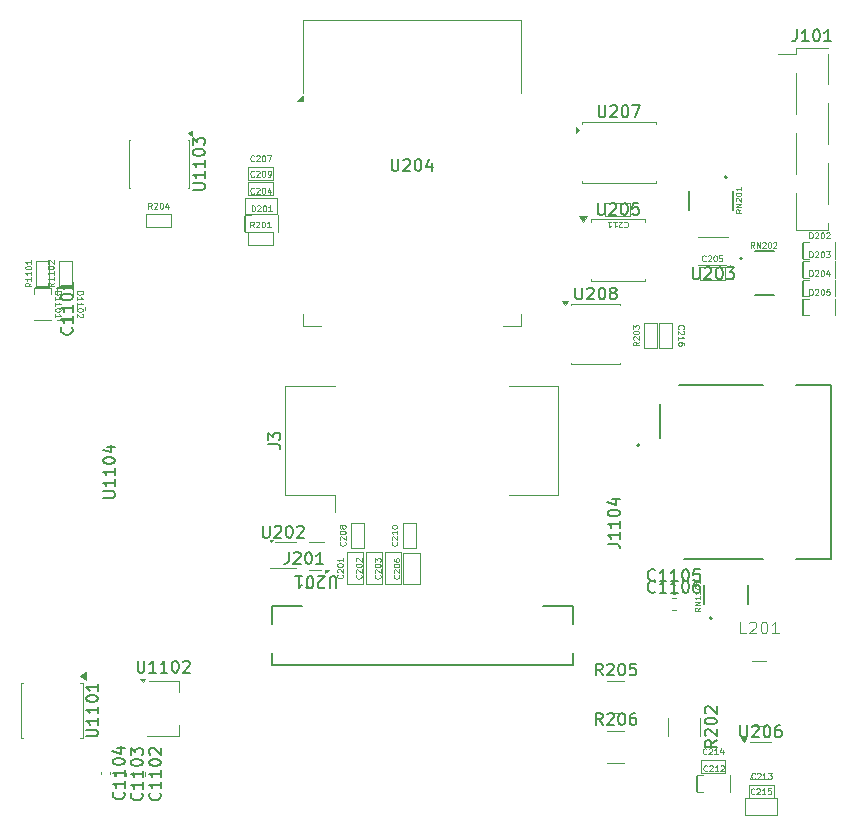
<source format=gbr>
%TF.GenerationSoftware,KiCad,Pcbnew,9.0.7*%
%TF.CreationDate,2026-02-15T10:00:23-06:00*%
%TF.ProjectId,grad_cap_display,67726164-5f63-4617-905f-646973706c61,rev?*%
%TF.SameCoordinates,Original*%
%TF.FileFunction,Legend,Top*%
%TF.FilePolarity,Positive*%
%FSLAX46Y46*%
G04 Gerber Fmt 4.6, Leading zero omitted, Abs format (unit mm)*
G04 Created by KiCad (PCBNEW 9.0.7) date 2026-02-15 10:00:23*
%MOMM*%
%LPD*%
G01*
G04 APERTURE LIST*
%ADD10C,0.150000*%
%ADD11C,0.120000*%
%ADD12C,0.100000*%
%ADD13C,0.127000*%
%ADD14C,0.200000*%
G04 APERTURE END LIST*
D10*
X-255440475Y620105180D02*
X-255440475Y619295657D01*
X-255440475Y619295657D02*
X-255392856Y619200419D01*
X-255392856Y619200419D02*
X-255345237Y619152800D01*
X-255345237Y619152800D02*
X-255249999Y619105180D01*
X-255249999Y619105180D02*
X-255059523Y619105180D01*
X-255059523Y619105180D02*
X-254964285Y619152800D01*
X-254964285Y619152800D02*
X-254916666Y619200419D01*
X-254916666Y619200419D02*
X-254869047Y619295657D01*
X-254869047Y619295657D02*
X-254869047Y620105180D01*
X-253869047Y619105180D02*
X-254440475Y619105180D01*
X-254154761Y619105180D02*
X-254154761Y620105180D01*
X-254154761Y620105180D02*
X-254249999Y619962323D01*
X-254249999Y619962323D02*
X-254345237Y619867085D01*
X-254345237Y619867085D02*
X-254440475Y619819466D01*
X-252916666Y619105180D02*
X-253488094Y619105180D01*
X-253202380Y619105180D02*
X-253202380Y620105180D01*
X-253202380Y620105180D02*
X-253297618Y619962323D01*
X-253297618Y619962323D02*
X-253392856Y619867085D01*
X-253392856Y619867085D02*
X-253488094Y619819466D01*
X-252297618Y620105180D02*
X-252202380Y620105180D01*
X-252202380Y620105180D02*
X-252107142Y620057561D01*
X-252107142Y620057561D02*
X-252059523Y620009942D01*
X-252059523Y620009942D02*
X-252011904Y619914704D01*
X-252011904Y619914704D02*
X-251964285Y619724228D01*
X-251964285Y619724228D02*
X-251964285Y619486133D01*
X-251964285Y619486133D02*
X-252011904Y619295657D01*
X-252011904Y619295657D02*
X-252059523Y619200419D01*
X-252059523Y619200419D02*
X-252107142Y619152800D01*
X-252107142Y619152800D02*
X-252202380Y619105180D01*
X-252202380Y619105180D02*
X-252297618Y619105180D01*
X-252297618Y619105180D02*
X-252392856Y619152800D01*
X-252392856Y619152800D02*
X-252440475Y619200419D01*
X-252440475Y619200419D02*
X-252488094Y619295657D01*
X-252488094Y619295657D02*
X-252535713Y619486133D01*
X-252535713Y619486133D02*
X-252535713Y619724228D01*
X-252535713Y619724228D02*
X-252488094Y619914704D01*
X-252488094Y619914704D02*
X-252440475Y620009942D01*
X-252440475Y620009942D02*
X-252392856Y620057561D01*
X-252392856Y620057561D02*
X-252297618Y620105180D01*
X-251583332Y620009942D02*
X-251535713Y620057561D01*
X-251535713Y620057561D02*
X-251440475Y620105180D01*
X-251440475Y620105180D02*
X-251202380Y620105180D01*
X-251202380Y620105180D02*
X-251107142Y620057561D01*
X-251107142Y620057561D02*
X-251059523Y620009942D01*
X-251059523Y620009942D02*
X-251011904Y619914704D01*
X-251011904Y619914704D02*
X-251011904Y619819466D01*
X-251011904Y619819466D02*
X-251059523Y619676609D01*
X-251059523Y619676609D02*
X-251630951Y619105180D01*
X-251630951Y619105180D02*
X-251011904Y619105180D01*
X-216069047Y614665180D02*
X-216402380Y615141371D01*
X-216640475Y614665180D02*
X-216640475Y615665180D01*
X-216640475Y615665180D02*
X-216259523Y615665180D01*
X-216259523Y615665180D02*
X-216164285Y615617561D01*
X-216164285Y615617561D02*
X-216116666Y615569942D01*
X-216116666Y615569942D02*
X-216069047Y615474704D01*
X-216069047Y615474704D02*
X-216069047Y615331847D01*
X-216069047Y615331847D02*
X-216116666Y615236609D01*
X-216116666Y615236609D02*
X-216164285Y615188990D01*
X-216164285Y615188990D02*
X-216259523Y615141371D01*
X-216259523Y615141371D02*
X-216640475Y615141371D01*
X-215688094Y615569942D02*
X-215640475Y615617561D01*
X-215640475Y615617561D02*
X-215545237Y615665180D01*
X-215545237Y615665180D02*
X-215307142Y615665180D01*
X-215307142Y615665180D02*
X-215211904Y615617561D01*
X-215211904Y615617561D02*
X-215164285Y615569942D01*
X-215164285Y615569942D02*
X-215116666Y615474704D01*
X-215116666Y615474704D02*
X-215116666Y615379466D01*
X-215116666Y615379466D02*
X-215164285Y615236609D01*
X-215164285Y615236609D02*
X-215735713Y614665180D01*
X-215735713Y614665180D02*
X-215116666Y614665180D01*
X-214497618Y615665180D02*
X-214402380Y615665180D01*
X-214402380Y615665180D02*
X-214307142Y615617561D01*
X-214307142Y615617561D02*
X-214259523Y615569942D01*
X-214259523Y615569942D02*
X-214211904Y615474704D01*
X-214211904Y615474704D02*
X-214164285Y615284228D01*
X-214164285Y615284228D02*
X-214164285Y615046133D01*
X-214164285Y615046133D02*
X-214211904Y614855657D01*
X-214211904Y614855657D02*
X-214259523Y614760419D01*
X-214259523Y614760419D02*
X-214307142Y614712800D01*
X-214307142Y614712800D02*
X-214402380Y614665180D01*
X-214402380Y614665180D02*
X-214497618Y614665180D01*
X-214497618Y614665180D02*
X-214592856Y614712800D01*
X-214592856Y614712800D02*
X-214640475Y614760419D01*
X-214640475Y614760419D02*
X-214688094Y614855657D01*
X-214688094Y614855657D02*
X-214735713Y615046133D01*
X-214735713Y615046133D02*
X-214735713Y615284228D01*
X-214735713Y615284228D02*
X-214688094Y615474704D01*
X-214688094Y615474704D02*
X-214640475Y615569942D01*
X-214640475Y615569942D02*
X-214592856Y615617561D01*
X-214592856Y615617561D02*
X-214497618Y615665180D01*
X-213307142Y615665180D02*
X-213497618Y615665180D01*
X-213497618Y615665180D02*
X-213592856Y615617561D01*
X-213592856Y615617561D02*
X-213640475Y615569942D01*
X-213640475Y615569942D02*
X-213735713Y615427085D01*
X-213735713Y615427085D02*
X-213783332Y615236609D01*
X-213783332Y615236609D02*
X-213783332Y614855657D01*
X-213783332Y614855657D02*
X-213735713Y614760419D01*
X-213735713Y614760419D02*
X-213688094Y614712800D01*
X-213688094Y614712800D02*
X-213592856Y614665180D01*
X-213592856Y614665180D02*
X-213402380Y614665180D01*
X-213402380Y614665180D02*
X-213307142Y614712800D01*
X-213307142Y614712800D02*
X-213259523Y614760419D01*
X-213259523Y614760419D02*
X-213211904Y614855657D01*
X-213211904Y614855657D02*
X-213211904Y615093752D01*
X-213211904Y615093752D02*
X-213259523Y615188990D01*
X-213259523Y615188990D02*
X-213307142Y615236609D01*
X-213307142Y615236609D02*
X-213402380Y615284228D01*
X-213402380Y615284228D02*
X-213592856Y615284228D01*
X-213592856Y615284228D02*
X-213688094Y615236609D01*
X-213688094Y615236609D02*
X-213735713Y615188990D01*
X-213735713Y615188990D02*
X-213783332Y615093752D01*
X-216069047Y618875180D02*
X-216402380Y619351371D01*
X-216640475Y618875180D02*
X-216640475Y619875180D01*
X-216640475Y619875180D02*
X-216259523Y619875180D01*
X-216259523Y619875180D02*
X-216164285Y619827561D01*
X-216164285Y619827561D02*
X-216116666Y619779942D01*
X-216116666Y619779942D02*
X-216069047Y619684704D01*
X-216069047Y619684704D02*
X-216069047Y619541847D01*
X-216069047Y619541847D02*
X-216116666Y619446609D01*
X-216116666Y619446609D02*
X-216164285Y619398990D01*
X-216164285Y619398990D02*
X-216259523Y619351371D01*
X-216259523Y619351371D02*
X-216640475Y619351371D01*
X-215688094Y619779942D02*
X-215640475Y619827561D01*
X-215640475Y619827561D02*
X-215545237Y619875180D01*
X-215545237Y619875180D02*
X-215307142Y619875180D01*
X-215307142Y619875180D02*
X-215211904Y619827561D01*
X-215211904Y619827561D02*
X-215164285Y619779942D01*
X-215164285Y619779942D02*
X-215116666Y619684704D01*
X-215116666Y619684704D02*
X-215116666Y619589466D01*
X-215116666Y619589466D02*
X-215164285Y619446609D01*
X-215164285Y619446609D02*
X-215735713Y618875180D01*
X-215735713Y618875180D02*
X-215116666Y618875180D01*
X-214497618Y619875180D02*
X-214402380Y619875180D01*
X-214402380Y619875180D02*
X-214307142Y619827561D01*
X-214307142Y619827561D02*
X-214259523Y619779942D01*
X-214259523Y619779942D02*
X-214211904Y619684704D01*
X-214211904Y619684704D02*
X-214164285Y619494228D01*
X-214164285Y619494228D02*
X-214164285Y619256133D01*
X-214164285Y619256133D02*
X-214211904Y619065657D01*
X-214211904Y619065657D02*
X-214259523Y618970419D01*
X-214259523Y618970419D02*
X-214307142Y618922800D01*
X-214307142Y618922800D02*
X-214402380Y618875180D01*
X-214402380Y618875180D02*
X-214497618Y618875180D01*
X-214497618Y618875180D02*
X-214592856Y618922800D01*
X-214592856Y618922800D02*
X-214640475Y618970419D01*
X-214640475Y618970419D02*
X-214688094Y619065657D01*
X-214688094Y619065657D02*
X-214735713Y619256133D01*
X-214735713Y619256133D02*
X-214735713Y619494228D01*
X-214735713Y619494228D02*
X-214688094Y619684704D01*
X-214688094Y619684704D02*
X-214640475Y619779942D01*
X-214640475Y619779942D02*
X-214592856Y619827561D01*
X-214592856Y619827561D02*
X-214497618Y619875180D01*
X-213259523Y619875180D02*
X-213735713Y619875180D01*
X-213735713Y619875180D02*
X-213783332Y619398990D01*
X-213783332Y619398990D02*
X-213735713Y619446609D01*
X-213735713Y619446609D02*
X-213640475Y619494228D01*
X-213640475Y619494228D02*
X-213402380Y619494228D01*
X-213402380Y619494228D02*
X-213307142Y619446609D01*
X-213307142Y619446609D02*
X-213259523Y619398990D01*
X-213259523Y619398990D02*
X-213211904Y619303752D01*
X-213211904Y619303752D02*
X-213211904Y619065657D01*
X-213211904Y619065657D02*
X-213259523Y618970419D01*
X-213259523Y618970419D02*
X-213307142Y618922800D01*
X-213307142Y618922800D02*
X-213402380Y618875180D01*
X-213402380Y618875180D02*
X-213640475Y618875180D01*
X-213640475Y618875180D02*
X-213735713Y618922800D01*
X-213735713Y618922800D02*
X-213783332Y618970419D01*
D11*
X-207788983Y624616857D02*
X-208017555Y624456857D01*
X-207788983Y624342571D02*
X-208268983Y624342571D01*
X-208268983Y624342571D02*
X-208268983Y624525428D01*
X-208268983Y624525428D02*
X-208246126Y624571143D01*
X-208246126Y624571143D02*
X-208223269Y624594000D01*
X-208223269Y624594000D02*
X-208177555Y624616857D01*
X-208177555Y624616857D02*
X-208108983Y624616857D01*
X-208108983Y624616857D02*
X-208063269Y624594000D01*
X-208063269Y624594000D02*
X-208040412Y624571143D01*
X-208040412Y624571143D02*
X-208017555Y624525428D01*
X-208017555Y624525428D02*
X-208017555Y624342571D01*
X-207788983Y624822571D02*
X-208268983Y624822571D01*
X-208268983Y624822571D02*
X-207788983Y625096857D01*
X-207788983Y625096857D02*
X-208268983Y625096857D01*
X-207788983Y625576857D02*
X-207788983Y625302571D01*
X-207788983Y625439714D02*
X-208268983Y625439714D01*
X-208268983Y625439714D02*
X-208200412Y625394000D01*
X-208200412Y625394000D02*
X-208154698Y625348285D01*
X-208154698Y625348285D02*
X-208131841Y625302571D01*
X-207788983Y626034000D02*
X-207788983Y625759714D01*
X-207788983Y625896857D02*
X-208268983Y625896857D01*
X-208268983Y625896857D02*
X-208200412Y625851143D01*
X-208200412Y625851143D02*
X-208154698Y625805428D01*
X-208154698Y625805428D02*
X-208131841Y625759714D01*
X-208268983Y626331143D02*
X-208268983Y626376857D01*
X-208268983Y626376857D02*
X-208246126Y626422571D01*
X-208246126Y626422571D02*
X-208223269Y626445429D01*
X-208223269Y626445429D02*
X-208177555Y626468286D01*
X-208177555Y626468286D02*
X-208086126Y626491143D01*
X-208086126Y626491143D02*
X-207971841Y626491143D01*
X-207971841Y626491143D02*
X-207880412Y626468286D01*
X-207880412Y626468286D02*
X-207834698Y626445429D01*
X-207834698Y626445429D02*
X-207811841Y626422571D01*
X-207811841Y626422571D02*
X-207788983Y626376857D01*
X-207788983Y626376857D02*
X-207788983Y626331143D01*
X-207788983Y626331143D02*
X-207811841Y626285429D01*
X-207811841Y626285429D02*
X-207834698Y626262571D01*
X-207834698Y626262571D02*
X-207880412Y626239714D01*
X-207880412Y626239714D02*
X-207971841Y626216857D01*
X-207971841Y626216857D02*
X-208086126Y626216857D01*
X-208086126Y626216857D02*
X-208177555Y626239714D01*
X-208177555Y626239714D02*
X-208223269Y626262571D01*
X-208223269Y626262571D02*
X-208246126Y626285429D01*
X-208246126Y626285429D02*
X-208268983Y626331143D01*
X-207788983Y626948286D02*
X-207788983Y626674000D01*
X-207788983Y626811143D02*
X-208268983Y626811143D01*
X-208268983Y626811143D02*
X-208200412Y626765429D01*
X-208200412Y626765429D02*
X-208154698Y626719714D01*
X-208154698Y626719714D02*
X-208131841Y626674000D01*
X-203219571Y655068982D02*
X-203379571Y655297554D01*
X-203493857Y655068982D02*
X-203493857Y655548982D01*
X-203493857Y655548982D02*
X-203311000Y655548982D01*
X-203311000Y655548982D02*
X-203265285Y655526125D01*
X-203265285Y655526125D02*
X-203242428Y655503268D01*
X-203242428Y655503268D02*
X-203219571Y655457554D01*
X-203219571Y655457554D02*
X-203219571Y655388982D01*
X-203219571Y655388982D02*
X-203242428Y655343268D01*
X-203242428Y655343268D02*
X-203265285Y655320411D01*
X-203265285Y655320411D02*
X-203311000Y655297554D01*
X-203311000Y655297554D02*
X-203493857Y655297554D01*
X-203013857Y655068982D02*
X-203013857Y655548982D01*
X-203013857Y655548982D02*
X-202739571Y655068982D01*
X-202739571Y655068982D02*
X-202739571Y655548982D01*
X-202533857Y655503268D02*
X-202511000Y655526125D01*
X-202511000Y655526125D02*
X-202465286Y655548982D01*
X-202465286Y655548982D02*
X-202351000Y655548982D01*
X-202351000Y655548982D02*
X-202305286Y655526125D01*
X-202305286Y655526125D02*
X-202282428Y655503268D01*
X-202282428Y655503268D02*
X-202259571Y655457554D01*
X-202259571Y655457554D02*
X-202259571Y655411840D01*
X-202259571Y655411840D02*
X-202282428Y655343268D01*
X-202282428Y655343268D02*
X-202556714Y655068982D01*
X-202556714Y655068982D02*
X-202259571Y655068982D01*
X-201962428Y655548982D02*
X-201916714Y655548982D01*
X-201916714Y655548982D02*
X-201871000Y655526125D01*
X-201871000Y655526125D02*
X-201848143Y655503268D01*
X-201848143Y655503268D02*
X-201825285Y655457554D01*
X-201825285Y655457554D02*
X-201802428Y655366125D01*
X-201802428Y655366125D02*
X-201802428Y655251840D01*
X-201802428Y655251840D02*
X-201825285Y655160411D01*
X-201825285Y655160411D02*
X-201848143Y655114697D01*
X-201848143Y655114697D02*
X-201871000Y655091840D01*
X-201871000Y655091840D02*
X-201916714Y655068982D01*
X-201916714Y655068982D02*
X-201962428Y655068982D01*
X-201962428Y655068982D02*
X-202008143Y655091840D01*
X-202008143Y655091840D02*
X-202031000Y655114697D01*
X-202031000Y655114697D02*
X-202053857Y655160411D01*
X-202053857Y655160411D02*
X-202076714Y655251840D01*
X-202076714Y655251840D02*
X-202076714Y655366125D01*
X-202076714Y655366125D02*
X-202053857Y655457554D01*
X-202053857Y655457554D02*
X-202031000Y655503268D01*
X-202031000Y655503268D02*
X-202008143Y655526125D01*
X-202008143Y655526125D02*
X-201962428Y655548982D01*
X-201619571Y655503268D02*
X-201596714Y655526125D01*
X-201596714Y655526125D02*
X-201551000Y655548982D01*
X-201551000Y655548982D02*
X-201436714Y655548982D01*
X-201436714Y655548982D02*
X-201391000Y655526125D01*
X-201391000Y655526125D02*
X-201368142Y655503268D01*
X-201368142Y655503268D02*
X-201345285Y655457554D01*
X-201345285Y655457554D02*
X-201345285Y655411840D01*
X-201345285Y655411840D02*
X-201368142Y655343268D01*
X-201368142Y655343268D02*
X-201642428Y655068982D01*
X-201642428Y655068982D02*
X-201345285Y655068982D01*
X-204319381Y658327428D02*
X-204547953Y658167428D01*
X-204319381Y658053142D02*
X-204799381Y658053142D01*
X-204799381Y658053142D02*
X-204799381Y658235999D01*
X-204799381Y658235999D02*
X-204776524Y658281714D01*
X-204776524Y658281714D02*
X-204753667Y658304571D01*
X-204753667Y658304571D02*
X-204707953Y658327428D01*
X-204707953Y658327428D02*
X-204639381Y658327428D01*
X-204639381Y658327428D02*
X-204593667Y658304571D01*
X-204593667Y658304571D02*
X-204570810Y658281714D01*
X-204570810Y658281714D02*
X-204547953Y658235999D01*
X-204547953Y658235999D02*
X-204547953Y658053142D01*
X-204319381Y658533142D02*
X-204799381Y658533142D01*
X-204799381Y658533142D02*
X-204319381Y658807428D01*
X-204319381Y658807428D02*
X-204799381Y658807428D01*
X-204753667Y659013142D02*
X-204776524Y659035999D01*
X-204776524Y659035999D02*
X-204799381Y659081714D01*
X-204799381Y659081714D02*
X-204799381Y659195999D01*
X-204799381Y659195999D02*
X-204776524Y659241714D01*
X-204776524Y659241714D02*
X-204753667Y659264571D01*
X-204753667Y659264571D02*
X-204707953Y659287428D01*
X-204707953Y659287428D02*
X-204662239Y659287428D01*
X-204662239Y659287428D02*
X-204593667Y659264571D01*
X-204593667Y659264571D02*
X-204319381Y658990285D01*
X-204319381Y658990285D02*
X-204319381Y659287428D01*
X-204799381Y659584571D02*
X-204799381Y659630285D01*
X-204799381Y659630285D02*
X-204776524Y659675999D01*
X-204776524Y659675999D02*
X-204753667Y659698857D01*
X-204753667Y659698857D02*
X-204707953Y659721714D01*
X-204707953Y659721714D02*
X-204616524Y659744571D01*
X-204616524Y659744571D02*
X-204502239Y659744571D01*
X-204502239Y659744571D02*
X-204410810Y659721714D01*
X-204410810Y659721714D02*
X-204365096Y659698857D01*
X-204365096Y659698857D02*
X-204342239Y659675999D01*
X-204342239Y659675999D02*
X-204319381Y659630285D01*
X-204319381Y659630285D02*
X-204319381Y659584571D01*
X-204319381Y659584571D02*
X-204342239Y659538857D01*
X-204342239Y659538857D02*
X-204365096Y659515999D01*
X-204365096Y659515999D02*
X-204410810Y659493142D01*
X-204410810Y659493142D02*
X-204502239Y659470285D01*
X-204502239Y659470285D02*
X-204616524Y659470285D01*
X-204616524Y659470285D02*
X-204707953Y659493142D01*
X-204707953Y659493142D02*
X-204753667Y659515999D01*
X-204753667Y659515999D02*
X-204776524Y659538857D01*
X-204776524Y659538857D02*
X-204799381Y659584571D01*
X-204319381Y660201714D02*
X-204319381Y659927428D01*
X-204319381Y660064571D02*
X-204799381Y660064571D01*
X-204799381Y660064571D02*
X-204730810Y660018857D01*
X-204730810Y660018857D02*
X-204685096Y659973142D01*
X-204685096Y659973142D02*
X-204662239Y659927428D01*
D12*
X-198555237Y654273890D02*
X-198555237Y654773890D01*
X-198555237Y654773890D02*
X-198436189Y654773890D01*
X-198436189Y654773890D02*
X-198364761Y654750080D01*
X-198364761Y654750080D02*
X-198317142Y654702461D01*
X-198317142Y654702461D02*
X-198293332Y654654842D01*
X-198293332Y654654842D02*
X-198269523Y654559604D01*
X-198269523Y654559604D02*
X-198269523Y654488176D01*
X-198269523Y654488176D02*
X-198293332Y654392938D01*
X-198293332Y654392938D02*
X-198317142Y654345319D01*
X-198317142Y654345319D02*
X-198364761Y654297700D01*
X-198364761Y654297700D02*
X-198436189Y654273890D01*
X-198436189Y654273890D02*
X-198555237Y654273890D01*
X-198079046Y654726271D02*
X-198055237Y654750080D01*
X-198055237Y654750080D02*
X-198007618Y654773890D01*
X-198007618Y654773890D02*
X-197888570Y654773890D01*
X-197888570Y654773890D02*
X-197840951Y654750080D01*
X-197840951Y654750080D02*
X-197817142Y654726271D01*
X-197817142Y654726271D02*
X-197793332Y654678652D01*
X-197793332Y654678652D02*
X-197793332Y654631033D01*
X-197793332Y654631033D02*
X-197817142Y654559604D01*
X-197817142Y654559604D02*
X-198102856Y654273890D01*
X-198102856Y654273890D02*
X-197793332Y654273890D01*
X-197483809Y654773890D02*
X-197436190Y654773890D01*
X-197436190Y654773890D02*
X-197388571Y654750080D01*
X-197388571Y654750080D02*
X-197364761Y654726271D01*
X-197364761Y654726271D02*
X-197340952Y654678652D01*
X-197340952Y654678652D02*
X-197317142Y654583414D01*
X-197317142Y654583414D02*
X-197317142Y654464366D01*
X-197317142Y654464366D02*
X-197340952Y654369128D01*
X-197340952Y654369128D02*
X-197364761Y654321509D01*
X-197364761Y654321509D02*
X-197388571Y654297700D01*
X-197388571Y654297700D02*
X-197436190Y654273890D01*
X-197436190Y654273890D02*
X-197483809Y654273890D01*
X-197483809Y654273890D02*
X-197531428Y654297700D01*
X-197531428Y654297700D02*
X-197555237Y654321509D01*
X-197555237Y654321509D02*
X-197579047Y654369128D01*
X-197579047Y654369128D02*
X-197602856Y654464366D01*
X-197602856Y654464366D02*
X-197602856Y654583414D01*
X-197602856Y654583414D02*
X-197579047Y654678652D01*
X-197579047Y654678652D02*
X-197555237Y654726271D01*
X-197555237Y654726271D02*
X-197531428Y654750080D01*
X-197531428Y654750080D02*
X-197483809Y654773890D01*
X-197150476Y654773890D02*
X-196840952Y654773890D01*
X-196840952Y654773890D02*
X-197007619Y654583414D01*
X-197007619Y654583414D02*
X-196936190Y654583414D01*
X-196936190Y654583414D02*
X-196888571Y654559604D01*
X-196888571Y654559604D02*
X-196864762Y654535795D01*
X-196864762Y654535795D02*
X-196840952Y654488176D01*
X-196840952Y654488176D02*
X-196840952Y654369128D01*
X-196840952Y654369128D02*
X-196864762Y654321509D01*
X-196864762Y654321509D02*
X-196888571Y654297700D01*
X-196888571Y654297700D02*
X-196936190Y654273890D01*
X-196936190Y654273890D02*
X-197079047Y654273890D01*
X-197079047Y654273890D02*
X-197126666Y654297700D01*
X-197126666Y654297700D02*
X-197150476Y654321509D01*
X-198555237Y655873890D02*
X-198555237Y656373890D01*
X-198555237Y656373890D02*
X-198436189Y656373890D01*
X-198436189Y656373890D02*
X-198364761Y656350080D01*
X-198364761Y656350080D02*
X-198317142Y656302461D01*
X-198317142Y656302461D02*
X-198293332Y656254842D01*
X-198293332Y656254842D02*
X-198269523Y656159604D01*
X-198269523Y656159604D02*
X-198269523Y656088176D01*
X-198269523Y656088176D02*
X-198293332Y655992938D01*
X-198293332Y655992938D02*
X-198317142Y655945319D01*
X-198317142Y655945319D02*
X-198364761Y655897700D01*
X-198364761Y655897700D02*
X-198436189Y655873890D01*
X-198436189Y655873890D02*
X-198555237Y655873890D01*
X-198079046Y656326271D02*
X-198055237Y656350080D01*
X-198055237Y656350080D02*
X-198007618Y656373890D01*
X-198007618Y656373890D02*
X-197888570Y656373890D01*
X-197888570Y656373890D02*
X-197840951Y656350080D01*
X-197840951Y656350080D02*
X-197817142Y656326271D01*
X-197817142Y656326271D02*
X-197793332Y656278652D01*
X-197793332Y656278652D02*
X-197793332Y656231033D01*
X-197793332Y656231033D02*
X-197817142Y656159604D01*
X-197817142Y656159604D02*
X-198102856Y655873890D01*
X-198102856Y655873890D02*
X-197793332Y655873890D01*
X-197483809Y656373890D02*
X-197436190Y656373890D01*
X-197436190Y656373890D02*
X-197388571Y656350080D01*
X-197388571Y656350080D02*
X-197364761Y656326271D01*
X-197364761Y656326271D02*
X-197340952Y656278652D01*
X-197340952Y656278652D02*
X-197317142Y656183414D01*
X-197317142Y656183414D02*
X-197317142Y656064366D01*
X-197317142Y656064366D02*
X-197340952Y655969128D01*
X-197340952Y655969128D02*
X-197364761Y655921509D01*
X-197364761Y655921509D02*
X-197388571Y655897700D01*
X-197388571Y655897700D02*
X-197436190Y655873890D01*
X-197436190Y655873890D02*
X-197483809Y655873890D01*
X-197483809Y655873890D02*
X-197531428Y655897700D01*
X-197531428Y655897700D02*
X-197555237Y655921509D01*
X-197555237Y655921509D02*
X-197579047Y655969128D01*
X-197579047Y655969128D02*
X-197602856Y656064366D01*
X-197602856Y656064366D02*
X-197602856Y656183414D01*
X-197602856Y656183414D02*
X-197579047Y656278652D01*
X-197579047Y656278652D02*
X-197555237Y656326271D01*
X-197555237Y656326271D02*
X-197531428Y656350080D01*
X-197531428Y656350080D02*
X-197483809Y656373890D01*
X-197126666Y656326271D02*
X-197102857Y656350080D01*
X-197102857Y656350080D02*
X-197055238Y656373890D01*
X-197055238Y656373890D02*
X-196936190Y656373890D01*
X-196936190Y656373890D02*
X-196888571Y656350080D01*
X-196888571Y656350080D02*
X-196864762Y656326271D01*
X-196864762Y656326271D02*
X-196840952Y656278652D01*
X-196840952Y656278652D02*
X-196840952Y656231033D01*
X-196840952Y656231033D02*
X-196864762Y656159604D01*
X-196864762Y656159604D02*
X-197150476Y655873890D01*
X-197150476Y655873890D02*
X-196840952Y655873890D01*
X-198555237Y652673890D02*
X-198555237Y653173890D01*
X-198555237Y653173890D02*
X-198436189Y653173890D01*
X-198436189Y653173890D02*
X-198364761Y653150080D01*
X-198364761Y653150080D02*
X-198317142Y653102461D01*
X-198317142Y653102461D02*
X-198293332Y653054842D01*
X-198293332Y653054842D02*
X-198269523Y652959604D01*
X-198269523Y652959604D02*
X-198269523Y652888176D01*
X-198269523Y652888176D02*
X-198293332Y652792938D01*
X-198293332Y652792938D02*
X-198317142Y652745319D01*
X-198317142Y652745319D02*
X-198364761Y652697700D01*
X-198364761Y652697700D02*
X-198436189Y652673890D01*
X-198436189Y652673890D02*
X-198555237Y652673890D01*
X-198079046Y653126271D02*
X-198055237Y653150080D01*
X-198055237Y653150080D02*
X-198007618Y653173890D01*
X-198007618Y653173890D02*
X-197888570Y653173890D01*
X-197888570Y653173890D02*
X-197840951Y653150080D01*
X-197840951Y653150080D02*
X-197817142Y653126271D01*
X-197817142Y653126271D02*
X-197793332Y653078652D01*
X-197793332Y653078652D02*
X-197793332Y653031033D01*
X-197793332Y653031033D02*
X-197817142Y652959604D01*
X-197817142Y652959604D02*
X-198102856Y652673890D01*
X-198102856Y652673890D02*
X-197793332Y652673890D01*
X-197483809Y653173890D02*
X-197436190Y653173890D01*
X-197436190Y653173890D02*
X-197388571Y653150080D01*
X-197388571Y653150080D02*
X-197364761Y653126271D01*
X-197364761Y653126271D02*
X-197340952Y653078652D01*
X-197340952Y653078652D02*
X-197317142Y652983414D01*
X-197317142Y652983414D02*
X-197317142Y652864366D01*
X-197317142Y652864366D02*
X-197340952Y652769128D01*
X-197340952Y652769128D02*
X-197364761Y652721509D01*
X-197364761Y652721509D02*
X-197388571Y652697700D01*
X-197388571Y652697700D02*
X-197436190Y652673890D01*
X-197436190Y652673890D02*
X-197483809Y652673890D01*
X-197483809Y652673890D02*
X-197531428Y652697700D01*
X-197531428Y652697700D02*
X-197555237Y652721509D01*
X-197555237Y652721509D02*
X-197579047Y652769128D01*
X-197579047Y652769128D02*
X-197602856Y652864366D01*
X-197602856Y652864366D02*
X-197602856Y652983414D01*
X-197602856Y652983414D02*
X-197579047Y653078652D01*
X-197579047Y653078652D02*
X-197555237Y653126271D01*
X-197555237Y653126271D02*
X-197531428Y653150080D01*
X-197531428Y653150080D02*
X-197483809Y653173890D01*
X-196888571Y653007223D02*
X-196888571Y652673890D01*
X-197007619Y653197700D02*
X-197126666Y652840557D01*
X-197126666Y652840557D02*
X-196817143Y652840557D01*
X-198555237Y651073890D02*
X-198555237Y651573890D01*
X-198555237Y651573890D02*
X-198436189Y651573890D01*
X-198436189Y651573890D02*
X-198364761Y651550080D01*
X-198364761Y651550080D02*
X-198317142Y651502461D01*
X-198317142Y651502461D02*
X-198293332Y651454842D01*
X-198293332Y651454842D02*
X-198269523Y651359604D01*
X-198269523Y651359604D02*
X-198269523Y651288176D01*
X-198269523Y651288176D02*
X-198293332Y651192938D01*
X-198293332Y651192938D02*
X-198317142Y651145319D01*
X-198317142Y651145319D02*
X-198364761Y651097700D01*
X-198364761Y651097700D02*
X-198436189Y651073890D01*
X-198436189Y651073890D02*
X-198555237Y651073890D01*
X-198079046Y651526271D02*
X-198055237Y651550080D01*
X-198055237Y651550080D02*
X-198007618Y651573890D01*
X-198007618Y651573890D02*
X-197888570Y651573890D01*
X-197888570Y651573890D02*
X-197840951Y651550080D01*
X-197840951Y651550080D02*
X-197817142Y651526271D01*
X-197817142Y651526271D02*
X-197793332Y651478652D01*
X-197793332Y651478652D02*
X-197793332Y651431033D01*
X-197793332Y651431033D02*
X-197817142Y651359604D01*
X-197817142Y651359604D02*
X-198102856Y651073890D01*
X-198102856Y651073890D02*
X-197793332Y651073890D01*
X-197483809Y651573890D02*
X-197436190Y651573890D01*
X-197436190Y651573890D02*
X-197388571Y651550080D01*
X-197388571Y651550080D02*
X-197364761Y651526271D01*
X-197364761Y651526271D02*
X-197340952Y651478652D01*
X-197340952Y651478652D02*
X-197317142Y651383414D01*
X-197317142Y651383414D02*
X-197317142Y651264366D01*
X-197317142Y651264366D02*
X-197340952Y651169128D01*
X-197340952Y651169128D02*
X-197364761Y651121509D01*
X-197364761Y651121509D02*
X-197388571Y651097700D01*
X-197388571Y651097700D02*
X-197436190Y651073890D01*
X-197436190Y651073890D02*
X-197483809Y651073890D01*
X-197483809Y651073890D02*
X-197531428Y651097700D01*
X-197531428Y651097700D02*
X-197555237Y651121509D01*
X-197555237Y651121509D02*
X-197579047Y651169128D01*
X-197579047Y651169128D02*
X-197602856Y651264366D01*
X-197602856Y651264366D02*
X-197602856Y651383414D01*
X-197602856Y651383414D02*
X-197579047Y651478652D01*
X-197579047Y651478652D02*
X-197555237Y651526271D01*
X-197555237Y651526271D02*
X-197531428Y651550080D01*
X-197531428Y651550080D02*
X-197483809Y651573890D01*
X-196864762Y651573890D02*
X-197102857Y651573890D01*
X-197102857Y651573890D02*
X-197126666Y651335795D01*
X-197126666Y651335795D02*
X-197102857Y651359604D01*
X-197102857Y651359604D02*
X-197055238Y651383414D01*
X-197055238Y651383414D02*
X-196936190Y651383414D01*
X-196936190Y651383414D02*
X-196888571Y651359604D01*
X-196888571Y651359604D02*
X-196864762Y651335795D01*
X-196864762Y651335795D02*
X-196840952Y651288176D01*
X-196840952Y651288176D02*
X-196840952Y651169128D01*
X-196840952Y651169128D02*
X-196864762Y651121509D01*
X-196864762Y651121509D02*
X-196888571Y651097700D01*
X-196888571Y651097700D02*
X-196936190Y651073890D01*
X-196936190Y651073890D02*
X-197055238Y651073890D01*
X-197055238Y651073890D02*
X-197102857Y651097700D01*
X-197102857Y651097700D02*
X-197126666Y651121509D01*
X-254242023Y658378890D02*
X-254408689Y658616985D01*
X-254527737Y658378890D02*
X-254527737Y658878890D01*
X-254527737Y658878890D02*
X-254337261Y658878890D01*
X-254337261Y658878890D02*
X-254289642Y658855080D01*
X-254289642Y658855080D02*
X-254265832Y658831271D01*
X-254265832Y658831271D02*
X-254242023Y658783652D01*
X-254242023Y658783652D02*
X-254242023Y658712223D01*
X-254242023Y658712223D02*
X-254265832Y658664604D01*
X-254265832Y658664604D02*
X-254289642Y658640795D01*
X-254289642Y658640795D02*
X-254337261Y658616985D01*
X-254337261Y658616985D02*
X-254527737Y658616985D01*
X-254051546Y658831271D02*
X-254027737Y658855080D01*
X-254027737Y658855080D02*
X-253980118Y658878890D01*
X-253980118Y658878890D02*
X-253861070Y658878890D01*
X-253861070Y658878890D02*
X-253813451Y658855080D01*
X-253813451Y658855080D02*
X-253789642Y658831271D01*
X-253789642Y658831271D02*
X-253765832Y658783652D01*
X-253765832Y658783652D02*
X-253765832Y658736033D01*
X-253765832Y658736033D02*
X-253789642Y658664604D01*
X-253789642Y658664604D02*
X-254075356Y658378890D01*
X-254075356Y658378890D02*
X-253765832Y658378890D01*
X-253456309Y658878890D02*
X-253408690Y658878890D01*
X-253408690Y658878890D02*
X-253361071Y658855080D01*
X-253361071Y658855080D02*
X-253337261Y658831271D01*
X-253337261Y658831271D02*
X-253313452Y658783652D01*
X-253313452Y658783652D02*
X-253289642Y658688414D01*
X-253289642Y658688414D02*
X-253289642Y658569366D01*
X-253289642Y658569366D02*
X-253313452Y658474128D01*
X-253313452Y658474128D02*
X-253337261Y658426509D01*
X-253337261Y658426509D02*
X-253361071Y658402700D01*
X-253361071Y658402700D02*
X-253408690Y658378890D01*
X-253408690Y658378890D02*
X-253456309Y658378890D01*
X-253456309Y658378890D02*
X-253503928Y658402700D01*
X-253503928Y658402700D02*
X-253527737Y658426509D01*
X-253527737Y658426509D02*
X-253551547Y658474128D01*
X-253551547Y658474128D02*
X-253575356Y658569366D01*
X-253575356Y658569366D02*
X-253575356Y658688414D01*
X-253575356Y658688414D02*
X-253551547Y658783652D01*
X-253551547Y658783652D02*
X-253527737Y658831271D01*
X-253527737Y658831271D02*
X-253503928Y658855080D01*
X-253503928Y658855080D02*
X-253456309Y658878890D01*
X-252861071Y658712223D02*
X-252861071Y658378890D01*
X-252980119Y658902700D02*
X-253099166Y658545557D01*
X-253099166Y658545557D02*
X-252789643Y658545557D01*
D10*
X-199630714Y673575180D02*
X-199630714Y672860895D01*
X-199630714Y672860895D02*
X-199678333Y672718038D01*
X-199678333Y672718038D02*
X-199773571Y672622800D01*
X-199773571Y672622800D02*
X-199916428Y672575180D01*
X-199916428Y672575180D02*
X-200011666Y672575180D01*
X-198630714Y672575180D02*
X-199202142Y672575180D01*
X-198916428Y672575180D02*
X-198916428Y673575180D01*
X-198916428Y673575180D02*
X-199011666Y673432323D01*
X-199011666Y673432323D02*
X-199106904Y673337085D01*
X-199106904Y673337085D02*
X-199202142Y673289466D01*
X-198011666Y673575180D02*
X-197916428Y673575180D01*
X-197916428Y673575180D02*
X-197821190Y673527561D01*
X-197821190Y673527561D02*
X-197773571Y673479942D01*
X-197773571Y673479942D02*
X-197725952Y673384704D01*
X-197725952Y673384704D02*
X-197678333Y673194228D01*
X-197678333Y673194228D02*
X-197678333Y672956133D01*
X-197678333Y672956133D02*
X-197725952Y672765657D01*
X-197725952Y672765657D02*
X-197773571Y672670419D01*
X-197773571Y672670419D02*
X-197821190Y672622800D01*
X-197821190Y672622800D02*
X-197916428Y672575180D01*
X-197916428Y672575180D02*
X-198011666Y672575180D01*
X-198011666Y672575180D02*
X-198106904Y672622800D01*
X-198106904Y672622800D02*
X-198154523Y672670419D01*
X-198154523Y672670419D02*
X-198202142Y672765657D01*
X-198202142Y672765657D02*
X-198249761Y672956133D01*
X-198249761Y672956133D02*
X-198249761Y673194228D01*
X-198249761Y673194228D02*
X-198202142Y673384704D01*
X-198202142Y673384704D02*
X-198154523Y673479942D01*
X-198154523Y673479942D02*
X-198106904Y673527561D01*
X-198106904Y673527561D02*
X-198011666Y673575180D01*
X-196725952Y672575180D02*
X-197297380Y672575180D01*
X-197011666Y672575180D02*
X-197011666Y673575180D01*
X-197011666Y673575180D02*
X-197106904Y673432323D01*
X-197106904Y673432323D02*
X-197202142Y673337085D01*
X-197202142Y673337085D02*
X-197297380Y673289466D01*
X-242640714Y629297680D02*
X-242640714Y628583395D01*
X-242640714Y628583395D02*
X-242688333Y628440538D01*
X-242688333Y628440538D02*
X-242783571Y628345300D01*
X-242783571Y628345300D02*
X-242926428Y628297680D01*
X-242926428Y628297680D02*
X-243021666Y628297680D01*
X-242212142Y629202442D02*
X-242164523Y629250061D01*
X-242164523Y629250061D02*
X-242069285Y629297680D01*
X-242069285Y629297680D02*
X-241831190Y629297680D01*
X-241831190Y629297680D02*
X-241735952Y629250061D01*
X-241735952Y629250061D02*
X-241688333Y629202442D01*
X-241688333Y629202442D02*
X-241640714Y629107204D01*
X-241640714Y629107204D02*
X-241640714Y629011966D01*
X-241640714Y629011966D02*
X-241688333Y628869109D01*
X-241688333Y628869109D02*
X-242259761Y628297680D01*
X-242259761Y628297680D02*
X-241640714Y628297680D01*
X-241021666Y629297680D02*
X-240926428Y629297680D01*
X-240926428Y629297680D02*
X-240831190Y629250061D01*
X-240831190Y629250061D02*
X-240783571Y629202442D01*
X-240783571Y629202442D02*
X-240735952Y629107204D01*
X-240735952Y629107204D02*
X-240688333Y628916728D01*
X-240688333Y628916728D02*
X-240688333Y628678633D01*
X-240688333Y628678633D02*
X-240735952Y628488157D01*
X-240735952Y628488157D02*
X-240783571Y628392919D01*
X-240783571Y628392919D02*
X-240831190Y628345300D01*
X-240831190Y628345300D02*
X-240926428Y628297680D01*
X-240926428Y628297680D02*
X-241021666Y628297680D01*
X-241021666Y628297680D02*
X-241116904Y628345300D01*
X-241116904Y628345300D02*
X-241164523Y628392919D01*
X-241164523Y628392919D02*
X-241212142Y628488157D01*
X-241212142Y628488157D02*
X-241259761Y628678633D01*
X-241259761Y628678633D02*
X-241259761Y628916728D01*
X-241259761Y628916728D02*
X-241212142Y629107204D01*
X-241212142Y629107204D02*
X-241164523Y629202442D01*
X-241164523Y629202442D02*
X-241116904Y629250061D01*
X-241116904Y629250061D02*
X-241021666Y629297680D01*
X-239735952Y628297680D02*
X-240307380Y628297680D01*
X-240021666Y628297680D02*
X-240021666Y629297680D01*
X-240021666Y629297680D02*
X-240116904Y629154823D01*
X-240116904Y629154823D02*
X-240212142Y629059585D01*
X-240212142Y629059585D02*
X-240307380Y629011966D01*
X-258357679Y633887024D02*
X-257548156Y633887024D01*
X-257548156Y633887024D02*
X-257452918Y633934643D01*
X-257452918Y633934643D02*
X-257405299Y633982262D01*
X-257405299Y633982262D02*
X-257357679Y634077500D01*
X-257357679Y634077500D02*
X-257357679Y634267976D01*
X-257357679Y634267976D02*
X-257405299Y634363214D01*
X-257405299Y634363214D02*
X-257452918Y634410833D01*
X-257452918Y634410833D02*
X-257548156Y634458452D01*
X-257548156Y634458452D02*
X-258357679Y634458452D01*
X-257357679Y635458452D02*
X-257357679Y634887024D01*
X-257357679Y635172738D02*
X-258357679Y635172738D01*
X-258357679Y635172738D02*
X-258214822Y635077500D01*
X-258214822Y635077500D02*
X-258119584Y634982262D01*
X-258119584Y634982262D02*
X-258071965Y634887024D01*
X-257357679Y636410833D02*
X-257357679Y635839405D01*
X-257357679Y636125119D02*
X-258357679Y636125119D01*
X-258357679Y636125119D02*
X-258214822Y636029881D01*
X-258214822Y636029881D02*
X-258119584Y635934643D01*
X-258119584Y635934643D02*
X-258071965Y635839405D01*
X-258357679Y637029881D02*
X-258357679Y637125119D01*
X-258357679Y637125119D02*
X-258310060Y637220357D01*
X-258310060Y637220357D02*
X-258262441Y637267976D01*
X-258262441Y637267976D02*
X-258167203Y637315595D01*
X-258167203Y637315595D02*
X-257976727Y637363214D01*
X-257976727Y637363214D02*
X-257738632Y637363214D01*
X-257738632Y637363214D02*
X-257548156Y637315595D01*
X-257548156Y637315595D02*
X-257452918Y637267976D01*
X-257452918Y637267976D02*
X-257405299Y637220357D01*
X-257405299Y637220357D02*
X-257357679Y637125119D01*
X-257357679Y637125119D02*
X-257357679Y637029881D01*
X-257357679Y637029881D02*
X-257405299Y636934643D01*
X-257405299Y636934643D02*
X-257452918Y636887024D01*
X-257452918Y636887024D02*
X-257548156Y636839405D01*
X-257548156Y636839405D02*
X-257738632Y636791786D01*
X-257738632Y636791786D02*
X-257976727Y636791786D01*
X-257976727Y636791786D02*
X-258167203Y636839405D01*
X-258167203Y636839405D02*
X-258262441Y636887024D01*
X-258262441Y636887024D02*
X-258310060Y636934643D01*
X-258310060Y636934643D02*
X-258357679Y637029881D01*
X-258024346Y638220357D02*
X-257357679Y638220357D01*
X-258405299Y637982262D02*
X-257691013Y637744167D01*
X-257691013Y637744167D02*
X-257691013Y638363214D01*
X-250752680Y659969524D02*
X-249943157Y659969524D01*
X-249943157Y659969524D02*
X-249847919Y660017143D01*
X-249847919Y660017143D02*
X-249800300Y660064762D01*
X-249800300Y660064762D02*
X-249752680Y660160000D01*
X-249752680Y660160000D02*
X-249752680Y660350476D01*
X-249752680Y660350476D02*
X-249800300Y660445714D01*
X-249800300Y660445714D02*
X-249847919Y660493333D01*
X-249847919Y660493333D02*
X-249943157Y660540952D01*
X-249943157Y660540952D02*
X-250752680Y660540952D01*
X-249752680Y661540952D02*
X-249752680Y660969524D01*
X-249752680Y661255238D02*
X-250752680Y661255238D01*
X-250752680Y661255238D02*
X-250609823Y661160000D01*
X-250609823Y661160000D02*
X-250514585Y661064762D01*
X-250514585Y661064762D02*
X-250466966Y660969524D01*
X-249752680Y662493333D02*
X-249752680Y661921905D01*
X-249752680Y662207619D02*
X-250752680Y662207619D01*
X-250752680Y662207619D02*
X-250609823Y662112381D01*
X-250609823Y662112381D02*
X-250514585Y662017143D01*
X-250514585Y662017143D02*
X-250466966Y661921905D01*
X-250752680Y663112381D02*
X-250752680Y663207619D01*
X-250752680Y663207619D02*
X-250705061Y663302857D01*
X-250705061Y663302857D02*
X-250657442Y663350476D01*
X-250657442Y663350476D02*
X-250562204Y663398095D01*
X-250562204Y663398095D02*
X-250371728Y663445714D01*
X-250371728Y663445714D02*
X-250133633Y663445714D01*
X-250133633Y663445714D02*
X-249943157Y663398095D01*
X-249943157Y663398095D02*
X-249847919Y663350476D01*
X-249847919Y663350476D02*
X-249800300Y663302857D01*
X-249800300Y663302857D02*
X-249752680Y663207619D01*
X-249752680Y663207619D02*
X-249752680Y663112381D01*
X-249752680Y663112381D02*
X-249800300Y663017143D01*
X-249800300Y663017143D02*
X-249847919Y662969524D01*
X-249847919Y662969524D02*
X-249943157Y662921905D01*
X-249943157Y662921905D02*
X-250133633Y662874286D01*
X-250133633Y662874286D02*
X-250371728Y662874286D01*
X-250371728Y662874286D02*
X-250562204Y662921905D01*
X-250562204Y662921905D02*
X-250657442Y662969524D01*
X-250657442Y662969524D02*
X-250705061Y663017143D01*
X-250705061Y663017143D02*
X-250752680Y663112381D01*
X-250752680Y663779048D02*
X-250752680Y664398095D01*
X-250752680Y664398095D02*
X-250371728Y664064762D01*
X-250371728Y664064762D02*
X-250371728Y664207619D01*
X-250371728Y664207619D02*
X-250324109Y664302857D01*
X-250324109Y664302857D02*
X-250276490Y664350476D01*
X-250276490Y664350476D02*
X-250181252Y664398095D01*
X-250181252Y664398095D02*
X-249943157Y664398095D01*
X-249943157Y664398095D02*
X-249847919Y664350476D01*
X-249847919Y664350476D02*
X-249800300Y664302857D01*
X-249800300Y664302857D02*
X-249752680Y664207619D01*
X-249752680Y664207619D02*
X-249752680Y663921905D01*
X-249752680Y663921905D02*
X-249800300Y663826667D01*
X-249800300Y663826667D02*
X-249847919Y663779048D01*
X-259785181Y613709524D02*
X-258975658Y613709524D01*
X-258975658Y613709524D02*
X-258880420Y613757143D01*
X-258880420Y613757143D02*
X-258832801Y613804762D01*
X-258832801Y613804762D02*
X-258785181Y613900000D01*
X-258785181Y613900000D02*
X-258785181Y614090476D01*
X-258785181Y614090476D02*
X-258832801Y614185714D01*
X-258832801Y614185714D02*
X-258880420Y614233333D01*
X-258880420Y614233333D02*
X-258975658Y614280952D01*
X-258975658Y614280952D02*
X-259785181Y614280952D01*
X-258785181Y615280952D02*
X-258785181Y614709524D01*
X-258785181Y614995238D02*
X-259785181Y614995238D01*
X-259785181Y614995238D02*
X-259642324Y614900000D01*
X-259642324Y614900000D02*
X-259547086Y614804762D01*
X-259547086Y614804762D02*
X-259499467Y614709524D01*
X-258785181Y616233333D02*
X-258785181Y615661905D01*
X-258785181Y615947619D02*
X-259785181Y615947619D01*
X-259785181Y615947619D02*
X-259642324Y615852381D01*
X-259642324Y615852381D02*
X-259547086Y615757143D01*
X-259547086Y615757143D02*
X-259499467Y615661905D01*
X-259785181Y616852381D02*
X-259785181Y616947619D01*
X-259785181Y616947619D02*
X-259737562Y617042857D01*
X-259737562Y617042857D02*
X-259689943Y617090476D01*
X-259689943Y617090476D02*
X-259594705Y617138095D01*
X-259594705Y617138095D02*
X-259404229Y617185714D01*
X-259404229Y617185714D02*
X-259166134Y617185714D01*
X-259166134Y617185714D02*
X-258975658Y617138095D01*
X-258975658Y617138095D02*
X-258880420Y617090476D01*
X-258880420Y617090476D02*
X-258832801Y617042857D01*
X-258832801Y617042857D02*
X-258785181Y616947619D01*
X-258785181Y616947619D02*
X-258785181Y616852381D01*
X-258785181Y616852381D02*
X-258832801Y616757143D01*
X-258832801Y616757143D02*
X-258880420Y616709524D01*
X-258880420Y616709524D02*
X-258975658Y616661905D01*
X-258975658Y616661905D02*
X-259166134Y616614286D01*
X-259166134Y616614286D02*
X-259404229Y616614286D01*
X-259404229Y616614286D02*
X-259594705Y616661905D01*
X-259594705Y616661905D02*
X-259689943Y616709524D01*
X-259689943Y616709524D02*
X-259737562Y616757143D01*
X-259737562Y616757143D02*
X-259785181Y616852381D01*
X-258785181Y618138095D02*
X-258785181Y617566667D01*
X-258785181Y617852381D02*
X-259785181Y617852381D01*
X-259785181Y617852381D02*
X-259642324Y617757143D01*
X-259642324Y617757143D02*
X-259547086Y617661905D01*
X-259547086Y617661905D02*
X-259499467Y617566667D01*
X-218364285Y651707680D02*
X-218364285Y650898157D01*
X-218364285Y650898157D02*
X-218316666Y650802919D01*
X-218316666Y650802919D02*
X-218269047Y650755300D01*
X-218269047Y650755300D02*
X-218173809Y650707680D01*
X-218173809Y650707680D02*
X-217983333Y650707680D01*
X-217983333Y650707680D02*
X-217888095Y650755300D01*
X-217888095Y650755300D02*
X-217840476Y650802919D01*
X-217840476Y650802919D02*
X-217792857Y650898157D01*
X-217792857Y650898157D02*
X-217792857Y651707680D01*
X-217364285Y651612442D02*
X-217316666Y651660061D01*
X-217316666Y651660061D02*
X-217221428Y651707680D01*
X-217221428Y651707680D02*
X-216983333Y651707680D01*
X-216983333Y651707680D02*
X-216888095Y651660061D01*
X-216888095Y651660061D02*
X-216840476Y651612442D01*
X-216840476Y651612442D02*
X-216792857Y651517204D01*
X-216792857Y651517204D02*
X-216792857Y651421966D01*
X-216792857Y651421966D02*
X-216840476Y651279109D01*
X-216840476Y651279109D02*
X-217411904Y650707680D01*
X-217411904Y650707680D02*
X-216792857Y650707680D01*
X-216173809Y651707680D02*
X-216078571Y651707680D01*
X-216078571Y651707680D02*
X-215983333Y651660061D01*
X-215983333Y651660061D02*
X-215935714Y651612442D01*
X-215935714Y651612442D02*
X-215888095Y651517204D01*
X-215888095Y651517204D02*
X-215840476Y651326728D01*
X-215840476Y651326728D02*
X-215840476Y651088633D01*
X-215840476Y651088633D02*
X-215888095Y650898157D01*
X-215888095Y650898157D02*
X-215935714Y650802919D01*
X-215935714Y650802919D02*
X-215983333Y650755300D01*
X-215983333Y650755300D02*
X-216078571Y650707680D01*
X-216078571Y650707680D02*
X-216173809Y650707680D01*
X-216173809Y650707680D02*
X-216269047Y650755300D01*
X-216269047Y650755300D02*
X-216316666Y650802919D01*
X-216316666Y650802919D02*
X-216364285Y650898157D01*
X-216364285Y650898157D02*
X-216411904Y651088633D01*
X-216411904Y651088633D02*
X-216411904Y651326728D01*
X-216411904Y651326728D02*
X-216364285Y651517204D01*
X-216364285Y651517204D02*
X-216316666Y651612442D01*
X-216316666Y651612442D02*
X-216269047Y651660061D01*
X-216269047Y651660061D02*
X-216173809Y651707680D01*
X-215269047Y651279109D02*
X-215364285Y651326728D01*
X-215364285Y651326728D02*
X-215411904Y651374347D01*
X-215411904Y651374347D02*
X-215459523Y651469585D01*
X-215459523Y651469585D02*
X-215459523Y651517204D01*
X-215459523Y651517204D02*
X-215411904Y651612442D01*
X-215411904Y651612442D02*
X-215364285Y651660061D01*
X-215364285Y651660061D02*
X-215269047Y651707680D01*
X-215269047Y651707680D02*
X-215078571Y651707680D01*
X-215078571Y651707680D02*
X-214983333Y651660061D01*
X-214983333Y651660061D02*
X-214935714Y651612442D01*
X-214935714Y651612442D02*
X-214888095Y651517204D01*
X-214888095Y651517204D02*
X-214888095Y651469585D01*
X-214888095Y651469585D02*
X-214935714Y651374347D01*
X-214935714Y651374347D02*
X-214983333Y651326728D01*
X-214983333Y651326728D02*
X-215078571Y651279109D01*
X-215078571Y651279109D02*
X-215269047Y651279109D01*
X-215269047Y651279109D02*
X-215364285Y651231490D01*
X-215364285Y651231490D02*
X-215411904Y651183871D01*
X-215411904Y651183871D02*
X-215459523Y651088633D01*
X-215459523Y651088633D02*
X-215459523Y650898157D01*
X-215459523Y650898157D02*
X-215411904Y650802919D01*
X-215411904Y650802919D02*
X-215364285Y650755300D01*
X-215364285Y650755300D02*
X-215269047Y650707680D01*
X-215269047Y650707680D02*
X-215078571Y650707680D01*
X-215078571Y650707680D02*
X-214983333Y650755300D01*
X-214983333Y650755300D02*
X-214935714Y650802919D01*
X-214935714Y650802919D02*
X-214888095Y650898157D01*
X-214888095Y650898157D02*
X-214888095Y651088633D01*
X-214888095Y651088633D02*
X-214935714Y651183871D01*
X-214935714Y651183871D02*
X-214983333Y651231490D01*
X-214983333Y651231490D02*
X-215078571Y651279109D01*
X-216404285Y667140180D02*
X-216404285Y666330657D01*
X-216404285Y666330657D02*
X-216356666Y666235419D01*
X-216356666Y666235419D02*
X-216309047Y666187800D01*
X-216309047Y666187800D02*
X-216213809Y666140180D01*
X-216213809Y666140180D02*
X-216023333Y666140180D01*
X-216023333Y666140180D02*
X-215928095Y666187800D01*
X-215928095Y666187800D02*
X-215880476Y666235419D01*
X-215880476Y666235419D02*
X-215832857Y666330657D01*
X-215832857Y666330657D02*
X-215832857Y667140180D01*
X-215404285Y667044942D02*
X-215356666Y667092561D01*
X-215356666Y667092561D02*
X-215261428Y667140180D01*
X-215261428Y667140180D02*
X-215023333Y667140180D01*
X-215023333Y667140180D02*
X-214928095Y667092561D01*
X-214928095Y667092561D02*
X-214880476Y667044942D01*
X-214880476Y667044942D02*
X-214832857Y666949704D01*
X-214832857Y666949704D02*
X-214832857Y666854466D01*
X-214832857Y666854466D02*
X-214880476Y666711609D01*
X-214880476Y666711609D02*
X-215451904Y666140180D01*
X-215451904Y666140180D02*
X-214832857Y666140180D01*
X-214213809Y667140180D02*
X-214118571Y667140180D01*
X-214118571Y667140180D02*
X-214023333Y667092561D01*
X-214023333Y667092561D02*
X-213975714Y667044942D01*
X-213975714Y667044942D02*
X-213928095Y666949704D01*
X-213928095Y666949704D02*
X-213880476Y666759228D01*
X-213880476Y666759228D02*
X-213880476Y666521133D01*
X-213880476Y666521133D02*
X-213928095Y666330657D01*
X-213928095Y666330657D02*
X-213975714Y666235419D01*
X-213975714Y666235419D02*
X-214023333Y666187800D01*
X-214023333Y666187800D02*
X-214118571Y666140180D01*
X-214118571Y666140180D02*
X-214213809Y666140180D01*
X-214213809Y666140180D02*
X-214309047Y666187800D01*
X-214309047Y666187800D02*
X-214356666Y666235419D01*
X-214356666Y666235419D02*
X-214404285Y666330657D01*
X-214404285Y666330657D02*
X-214451904Y666521133D01*
X-214451904Y666521133D02*
X-214451904Y666759228D01*
X-214451904Y666759228D02*
X-214404285Y666949704D01*
X-214404285Y666949704D02*
X-214356666Y667044942D01*
X-214356666Y667044942D02*
X-214309047Y667092561D01*
X-214309047Y667092561D02*
X-214213809Y667140180D01*
X-213547142Y667140180D02*
X-212880476Y667140180D01*
X-212880476Y667140180D02*
X-213309047Y666140180D01*
X-204391786Y614635181D02*
X-204391786Y613825658D01*
X-204391786Y613825658D02*
X-204344167Y613730420D01*
X-204344167Y613730420D02*
X-204296548Y613682801D01*
X-204296548Y613682801D02*
X-204201310Y613635181D01*
X-204201310Y613635181D02*
X-204010834Y613635181D01*
X-204010834Y613635181D02*
X-203915596Y613682801D01*
X-203915596Y613682801D02*
X-203867977Y613730420D01*
X-203867977Y613730420D02*
X-203820358Y613825658D01*
X-203820358Y613825658D02*
X-203820358Y614635181D01*
X-203391786Y614539943D02*
X-203344167Y614587562D01*
X-203344167Y614587562D02*
X-203248929Y614635181D01*
X-203248929Y614635181D02*
X-203010834Y614635181D01*
X-203010834Y614635181D02*
X-202915596Y614587562D01*
X-202915596Y614587562D02*
X-202867977Y614539943D01*
X-202867977Y614539943D02*
X-202820358Y614444705D01*
X-202820358Y614444705D02*
X-202820358Y614349467D01*
X-202820358Y614349467D02*
X-202867977Y614206610D01*
X-202867977Y614206610D02*
X-203439405Y613635181D01*
X-203439405Y613635181D02*
X-202820358Y613635181D01*
X-202201310Y614635181D02*
X-202106072Y614635181D01*
X-202106072Y614635181D02*
X-202010834Y614587562D01*
X-202010834Y614587562D02*
X-201963215Y614539943D01*
X-201963215Y614539943D02*
X-201915596Y614444705D01*
X-201915596Y614444705D02*
X-201867977Y614254229D01*
X-201867977Y614254229D02*
X-201867977Y614016134D01*
X-201867977Y614016134D02*
X-201915596Y613825658D01*
X-201915596Y613825658D02*
X-201963215Y613730420D01*
X-201963215Y613730420D02*
X-202010834Y613682801D01*
X-202010834Y613682801D02*
X-202106072Y613635181D01*
X-202106072Y613635181D02*
X-202201310Y613635181D01*
X-202201310Y613635181D02*
X-202296548Y613682801D01*
X-202296548Y613682801D02*
X-202344167Y613730420D01*
X-202344167Y613730420D02*
X-202391786Y613825658D01*
X-202391786Y613825658D02*
X-202439405Y614016134D01*
X-202439405Y614016134D02*
X-202439405Y614254229D01*
X-202439405Y614254229D02*
X-202391786Y614444705D01*
X-202391786Y614444705D02*
X-202344167Y614539943D01*
X-202344167Y614539943D02*
X-202296548Y614587562D01*
X-202296548Y614587562D02*
X-202201310Y614635181D01*
X-201010834Y614635181D02*
X-201201310Y614635181D01*
X-201201310Y614635181D02*
X-201296548Y614587562D01*
X-201296548Y614587562D02*
X-201344167Y614539943D01*
X-201344167Y614539943D02*
X-201439405Y614397086D01*
X-201439405Y614397086D02*
X-201487024Y614206610D01*
X-201487024Y614206610D02*
X-201487024Y613825658D01*
X-201487024Y613825658D02*
X-201439405Y613730420D01*
X-201439405Y613730420D02*
X-201391786Y613682801D01*
X-201391786Y613682801D02*
X-201296548Y613635181D01*
X-201296548Y613635181D02*
X-201106072Y613635181D01*
X-201106072Y613635181D02*
X-201010834Y613682801D01*
X-201010834Y613682801D02*
X-200963215Y613730420D01*
X-200963215Y613730420D02*
X-200915596Y613825658D01*
X-200915596Y613825658D02*
X-200915596Y614063753D01*
X-200915596Y614063753D02*
X-200963215Y614158991D01*
X-200963215Y614158991D02*
X-201010834Y614206610D01*
X-201010834Y614206610D02*
X-201106072Y614254229D01*
X-201106072Y614254229D02*
X-201296548Y614254229D01*
X-201296548Y614254229D02*
X-201391786Y614206610D01*
X-201391786Y614206610D02*
X-201439405Y614158991D01*
X-201439405Y614158991D02*
X-201487024Y614063753D01*
X-216471785Y658865180D02*
X-216471785Y658055657D01*
X-216471785Y658055657D02*
X-216424166Y657960419D01*
X-216424166Y657960419D02*
X-216376547Y657912800D01*
X-216376547Y657912800D02*
X-216281309Y657865180D01*
X-216281309Y657865180D02*
X-216090833Y657865180D01*
X-216090833Y657865180D02*
X-215995595Y657912800D01*
X-215995595Y657912800D02*
X-215947976Y657960419D01*
X-215947976Y657960419D02*
X-215900357Y658055657D01*
X-215900357Y658055657D02*
X-215900357Y658865180D01*
X-215471785Y658769942D02*
X-215424166Y658817561D01*
X-215424166Y658817561D02*
X-215328928Y658865180D01*
X-215328928Y658865180D02*
X-215090833Y658865180D01*
X-215090833Y658865180D02*
X-214995595Y658817561D01*
X-214995595Y658817561D02*
X-214947976Y658769942D01*
X-214947976Y658769942D02*
X-214900357Y658674704D01*
X-214900357Y658674704D02*
X-214900357Y658579466D01*
X-214900357Y658579466D02*
X-214947976Y658436609D01*
X-214947976Y658436609D02*
X-215519404Y657865180D01*
X-215519404Y657865180D02*
X-214900357Y657865180D01*
X-214281309Y658865180D02*
X-214186071Y658865180D01*
X-214186071Y658865180D02*
X-214090833Y658817561D01*
X-214090833Y658817561D02*
X-214043214Y658769942D01*
X-214043214Y658769942D02*
X-213995595Y658674704D01*
X-213995595Y658674704D02*
X-213947976Y658484228D01*
X-213947976Y658484228D02*
X-213947976Y658246133D01*
X-213947976Y658246133D02*
X-213995595Y658055657D01*
X-213995595Y658055657D02*
X-214043214Y657960419D01*
X-214043214Y657960419D02*
X-214090833Y657912800D01*
X-214090833Y657912800D02*
X-214186071Y657865180D01*
X-214186071Y657865180D02*
X-214281309Y657865180D01*
X-214281309Y657865180D02*
X-214376547Y657912800D01*
X-214376547Y657912800D02*
X-214424166Y657960419D01*
X-214424166Y657960419D02*
X-214471785Y658055657D01*
X-214471785Y658055657D02*
X-214519404Y658246133D01*
X-214519404Y658246133D02*
X-214519404Y658484228D01*
X-214519404Y658484228D02*
X-214471785Y658674704D01*
X-214471785Y658674704D02*
X-214424166Y658769942D01*
X-214424166Y658769942D02*
X-214376547Y658817561D01*
X-214376547Y658817561D02*
X-214281309Y658865180D01*
X-213043214Y658865180D02*
X-213519404Y658865180D01*
X-213519404Y658865180D02*
X-213567023Y658388990D01*
X-213567023Y658388990D02*
X-213519404Y658436609D01*
X-213519404Y658436609D02*
X-213424166Y658484228D01*
X-213424166Y658484228D02*
X-213186071Y658484228D01*
X-213186071Y658484228D02*
X-213090833Y658436609D01*
X-213090833Y658436609D02*
X-213043214Y658388990D01*
X-213043214Y658388990D02*
X-212995595Y658293752D01*
X-212995595Y658293752D02*
X-212995595Y658055657D01*
X-212995595Y658055657D02*
X-213043214Y657960419D01*
X-213043214Y657960419D02*
X-213090833Y657912800D01*
X-213090833Y657912800D02*
X-213186071Y657865180D01*
X-213186071Y657865180D02*
X-213424166Y657865180D01*
X-213424166Y657865180D02*
X-213519404Y657912800D01*
X-213519404Y657912800D02*
X-213567023Y657960419D01*
X-233924285Y662575180D02*
X-233924285Y661765657D01*
X-233924285Y661765657D02*
X-233876666Y661670419D01*
X-233876666Y661670419D02*
X-233829047Y661622800D01*
X-233829047Y661622800D02*
X-233733809Y661575180D01*
X-233733809Y661575180D02*
X-233543333Y661575180D01*
X-233543333Y661575180D02*
X-233448095Y661622800D01*
X-233448095Y661622800D02*
X-233400476Y661670419D01*
X-233400476Y661670419D02*
X-233352857Y661765657D01*
X-233352857Y661765657D02*
X-233352857Y662575180D01*
X-232924285Y662479942D02*
X-232876666Y662527561D01*
X-232876666Y662527561D02*
X-232781428Y662575180D01*
X-232781428Y662575180D02*
X-232543333Y662575180D01*
X-232543333Y662575180D02*
X-232448095Y662527561D01*
X-232448095Y662527561D02*
X-232400476Y662479942D01*
X-232400476Y662479942D02*
X-232352857Y662384704D01*
X-232352857Y662384704D02*
X-232352857Y662289466D01*
X-232352857Y662289466D02*
X-232400476Y662146609D01*
X-232400476Y662146609D02*
X-232971904Y661575180D01*
X-232971904Y661575180D02*
X-232352857Y661575180D01*
X-231733809Y662575180D02*
X-231638571Y662575180D01*
X-231638571Y662575180D02*
X-231543333Y662527561D01*
X-231543333Y662527561D02*
X-231495714Y662479942D01*
X-231495714Y662479942D02*
X-231448095Y662384704D01*
X-231448095Y662384704D02*
X-231400476Y662194228D01*
X-231400476Y662194228D02*
X-231400476Y661956133D01*
X-231400476Y661956133D02*
X-231448095Y661765657D01*
X-231448095Y661765657D02*
X-231495714Y661670419D01*
X-231495714Y661670419D02*
X-231543333Y661622800D01*
X-231543333Y661622800D02*
X-231638571Y661575180D01*
X-231638571Y661575180D02*
X-231733809Y661575180D01*
X-231733809Y661575180D02*
X-231829047Y661622800D01*
X-231829047Y661622800D02*
X-231876666Y661670419D01*
X-231876666Y661670419D02*
X-231924285Y661765657D01*
X-231924285Y661765657D02*
X-231971904Y661956133D01*
X-231971904Y661956133D02*
X-231971904Y662194228D01*
X-231971904Y662194228D02*
X-231924285Y662384704D01*
X-231924285Y662384704D02*
X-231876666Y662479942D01*
X-231876666Y662479942D02*
X-231829047Y662527561D01*
X-231829047Y662527561D02*
X-231733809Y662575180D01*
X-230543333Y662241847D02*
X-230543333Y661575180D01*
X-230781428Y662622800D02*
X-231019523Y661908514D01*
X-231019523Y661908514D02*
X-230400476Y661908514D01*
X-208424285Y653415179D02*
X-208424285Y652605656D01*
X-208424285Y652605656D02*
X-208376666Y652510418D01*
X-208376666Y652510418D02*
X-208329047Y652462799D01*
X-208329047Y652462799D02*
X-208233809Y652415179D01*
X-208233809Y652415179D02*
X-208043333Y652415179D01*
X-208043333Y652415179D02*
X-207948095Y652462799D01*
X-207948095Y652462799D02*
X-207900476Y652510418D01*
X-207900476Y652510418D02*
X-207852857Y652605656D01*
X-207852857Y652605656D02*
X-207852857Y653415179D01*
X-207424285Y653319941D02*
X-207376666Y653367560D01*
X-207376666Y653367560D02*
X-207281428Y653415179D01*
X-207281428Y653415179D02*
X-207043333Y653415179D01*
X-207043333Y653415179D02*
X-206948095Y653367560D01*
X-206948095Y653367560D02*
X-206900476Y653319941D01*
X-206900476Y653319941D02*
X-206852857Y653224703D01*
X-206852857Y653224703D02*
X-206852857Y653129465D01*
X-206852857Y653129465D02*
X-206900476Y652986608D01*
X-206900476Y652986608D02*
X-207471904Y652415179D01*
X-207471904Y652415179D02*
X-206852857Y652415179D01*
X-206233809Y653415179D02*
X-206138571Y653415179D01*
X-206138571Y653415179D02*
X-206043333Y653367560D01*
X-206043333Y653367560D02*
X-205995714Y653319941D01*
X-205995714Y653319941D02*
X-205948095Y653224703D01*
X-205948095Y653224703D02*
X-205900476Y653034227D01*
X-205900476Y653034227D02*
X-205900476Y652796132D01*
X-205900476Y652796132D02*
X-205948095Y652605656D01*
X-205948095Y652605656D02*
X-205995714Y652510418D01*
X-205995714Y652510418D02*
X-206043333Y652462799D01*
X-206043333Y652462799D02*
X-206138571Y652415179D01*
X-206138571Y652415179D02*
X-206233809Y652415179D01*
X-206233809Y652415179D02*
X-206329047Y652462799D01*
X-206329047Y652462799D02*
X-206376666Y652510418D01*
X-206376666Y652510418D02*
X-206424285Y652605656D01*
X-206424285Y652605656D02*
X-206471904Y652796132D01*
X-206471904Y652796132D02*
X-206471904Y653034227D01*
X-206471904Y653034227D02*
X-206424285Y653224703D01*
X-206424285Y653224703D02*
X-206376666Y653319941D01*
X-206376666Y653319941D02*
X-206329047Y653367560D01*
X-206329047Y653367560D02*
X-206233809Y653415179D01*
X-205567142Y653415179D02*
X-204948095Y653415179D01*
X-204948095Y653415179D02*
X-205281428Y653034227D01*
X-205281428Y653034227D02*
X-205138571Y653034227D01*
X-205138571Y653034227D02*
X-205043333Y652986608D01*
X-205043333Y652986608D02*
X-204995714Y652938989D01*
X-204995714Y652938989D02*
X-204948095Y652843751D01*
X-204948095Y652843751D02*
X-204948095Y652605656D01*
X-204948095Y652605656D02*
X-204995714Y652510418D01*
X-204995714Y652510418D02*
X-205043333Y652462799D01*
X-205043333Y652462799D02*
X-205138571Y652415179D01*
X-205138571Y652415179D02*
X-205424285Y652415179D01*
X-205424285Y652415179D02*
X-205519523Y652462799D01*
X-205519523Y652462799D02*
X-205567142Y652510418D01*
X-244836785Y631525180D02*
X-244836785Y630715657D01*
X-244836785Y630715657D02*
X-244789166Y630620419D01*
X-244789166Y630620419D02*
X-244741547Y630572800D01*
X-244741547Y630572800D02*
X-244646309Y630525180D01*
X-244646309Y630525180D02*
X-244455833Y630525180D01*
X-244455833Y630525180D02*
X-244360595Y630572800D01*
X-244360595Y630572800D02*
X-244312976Y630620419D01*
X-244312976Y630620419D02*
X-244265357Y630715657D01*
X-244265357Y630715657D02*
X-244265357Y631525180D01*
X-243836785Y631429942D02*
X-243789166Y631477561D01*
X-243789166Y631477561D02*
X-243693928Y631525180D01*
X-243693928Y631525180D02*
X-243455833Y631525180D01*
X-243455833Y631525180D02*
X-243360595Y631477561D01*
X-243360595Y631477561D02*
X-243312976Y631429942D01*
X-243312976Y631429942D02*
X-243265357Y631334704D01*
X-243265357Y631334704D02*
X-243265357Y631239466D01*
X-243265357Y631239466D02*
X-243312976Y631096609D01*
X-243312976Y631096609D02*
X-243884404Y630525180D01*
X-243884404Y630525180D02*
X-243265357Y630525180D01*
X-242646309Y631525180D02*
X-242551071Y631525180D01*
X-242551071Y631525180D02*
X-242455833Y631477561D01*
X-242455833Y631477561D02*
X-242408214Y631429942D01*
X-242408214Y631429942D02*
X-242360595Y631334704D01*
X-242360595Y631334704D02*
X-242312976Y631144228D01*
X-242312976Y631144228D02*
X-242312976Y630906133D01*
X-242312976Y630906133D02*
X-242360595Y630715657D01*
X-242360595Y630715657D02*
X-242408214Y630620419D01*
X-242408214Y630620419D02*
X-242455833Y630572800D01*
X-242455833Y630572800D02*
X-242551071Y630525180D01*
X-242551071Y630525180D02*
X-242646309Y630525180D01*
X-242646309Y630525180D02*
X-242741547Y630572800D01*
X-242741547Y630572800D02*
X-242789166Y630620419D01*
X-242789166Y630620419D02*
X-242836785Y630715657D01*
X-242836785Y630715657D02*
X-242884404Y630906133D01*
X-242884404Y630906133D02*
X-242884404Y631144228D01*
X-242884404Y631144228D02*
X-242836785Y631334704D01*
X-242836785Y631334704D02*
X-242789166Y631429942D01*
X-242789166Y631429942D02*
X-242741547Y631477561D01*
X-242741547Y631477561D02*
X-242646309Y631525180D01*
X-241932023Y631429942D02*
X-241884404Y631477561D01*
X-241884404Y631477561D02*
X-241789166Y631525180D01*
X-241789166Y631525180D02*
X-241551071Y631525180D01*
X-241551071Y631525180D02*
X-241455833Y631477561D01*
X-241455833Y631477561D02*
X-241408214Y631429942D01*
X-241408214Y631429942D02*
X-241360595Y631334704D01*
X-241360595Y631334704D02*
X-241360595Y631239466D01*
X-241360595Y631239466D02*
X-241408214Y631096609D01*
X-241408214Y631096609D02*
X-241979642Y630525180D01*
X-241979642Y630525180D02*
X-241360595Y630525180D01*
X-238598214Y626244819D02*
X-238598214Y627054342D01*
X-238598214Y627054342D02*
X-238645833Y627149580D01*
X-238645833Y627149580D02*
X-238693452Y627197200D01*
X-238693452Y627197200D02*
X-238788690Y627244819D01*
X-238788690Y627244819D02*
X-238979166Y627244819D01*
X-238979166Y627244819D02*
X-239074404Y627197200D01*
X-239074404Y627197200D02*
X-239122023Y627149580D01*
X-239122023Y627149580D02*
X-239169642Y627054342D01*
X-239169642Y627054342D02*
X-239169642Y626244819D01*
X-239598214Y626340057D02*
X-239645833Y626292438D01*
X-239645833Y626292438D02*
X-239741071Y626244819D01*
X-239741071Y626244819D02*
X-239979166Y626244819D01*
X-239979166Y626244819D02*
X-240074404Y626292438D01*
X-240074404Y626292438D02*
X-240122023Y626340057D01*
X-240122023Y626340057D02*
X-240169642Y626435295D01*
X-240169642Y626435295D02*
X-240169642Y626530533D01*
X-240169642Y626530533D02*
X-240122023Y626673390D01*
X-240122023Y626673390D02*
X-239550595Y627244819D01*
X-239550595Y627244819D02*
X-240169642Y627244819D01*
X-240788690Y626244819D02*
X-240883928Y626244819D01*
X-240883928Y626244819D02*
X-240979166Y626292438D01*
X-240979166Y626292438D02*
X-241026785Y626340057D01*
X-241026785Y626340057D02*
X-241074404Y626435295D01*
X-241074404Y626435295D02*
X-241122023Y626625771D01*
X-241122023Y626625771D02*
X-241122023Y626863866D01*
X-241122023Y626863866D02*
X-241074404Y627054342D01*
X-241074404Y627054342D02*
X-241026785Y627149580D01*
X-241026785Y627149580D02*
X-240979166Y627197200D01*
X-240979166Y627197200D02*
X-240883928Y627244819D01*
X-240883928Y627244819D02*
X-240788690Y627244819D01*
X-240788690Y627244819D02*
X-240693452Y627197200D01*
X-240693452Y627197200D02*
X-240645833Y627149580D01*
X-240645833Y627149580D02*
X-240598214Y627054342D01*
X-240598214Y627054342D02*
X-240550595Y626863866D01*
X-240550595Y626863866D02*
X-240550595Y626625771D01*
X-240550595Y626625771D02*
X-240598214Y626435295D01*
X-240598214Y626435295D02*
X-240645833Y626340057D01*
X-240645833Y626340057D02*
X-240693452Y626292438D01*
X-240693452Y626292438D02*
X-240788690Y626244819D01*
X-242074404Y627244819D02*
X-241502976Y627244819D01*
X-241788690Y627244819D02*
X-241788690Y626244819D01*
X-241788690Y626244819D02*
X-241693452Y626387676D01*
X-241693452Y626387676D02*
X-241598214Y626482914D01*
X-241598214Y626482914D02*
X-241502976Y626530533D01*
D12*
X-262553889Y652122381D02*
X-262791984Y651955715D01*
X-262553889Y651836667D02*
X-263053889Y651836667D01*
X-263053889Y651836667D02*
X-263053889Y652027143D01*
X-263053889Y652027143D02*
X-263030079Y652074762D01*
X-263030079Y652074762D02*
X-263006270Y652098572D01*
X-263006270Y652098572D02*
X-262958651Y652122381D01*
X-262958651Y652122381D02*
X-262887222Y652122381D01*
X-262887222Y652122381D02*
X-262839603Y652098572D01*
X-262839603Y652098572D02*
X-262815794Y652074762D01*
X-262815794Y652074762D02*
X-262791984Y652027143D01*
X-262791984Y652027143D02*
X-262791984Y651836667D01*
X-262553889Y652598572D02*
X-262553889Y652312858D01*
X-262553889Y652455715D02*
X-263053889Y652455715D01*
X-263053889Y652455715D02*
X-262982460Y652408096D01*
X-262982460Y652408096D02*
X-262934841Y652360477D01*
X-262934841Y652360477D02*
X-262911032Y652312858D01*
X-262553889Y653074762D02*
X-262553889Y652789048D01*
X-262553889Y652931905D02*
X-263053889Y652931905D01*
X-263053889Y652931905D02*
X-262982460Y652884286D01*
X-262982460Y652884286D02*
X-262934841Y652836667D01*
X-262934841Y652836667D02*
X-262911032Y652789048D01*
X-263053889Y653384285D02*
X-263053889Y653431904D01*
X-263053889Y653431904D02*
X-263030079Y653479523D01*
X-263030079Y653479523D02*
X-263006270Y653503333D01*
X-263006270Y653503333D02*
X-262958651Y653527142D01*
X-262958651Y653527142D02*
X-262863413Y653550952D01*
X-262863413Y653550952D02*
X-262744365Y653550952D01*
X-262744365Y653550952D02*
X-262649127Y653527142D01*
X-262649127Y653527142D02*
X-262601508Y653503333D01*
X-262601508Y653503333D02*
X-262577699Y653479523D01*
X-262577699Y653479523D02*
X-262553889Y653431904D01*
X-262553889Y653431904D02*
X-262553889Y653384285D01*
X-262553889Y653384285D02*
X-262577699Y653336666D01*
X-262577699Y653336666D02*
X-262601508Y653312857D01*
X-262601508Y653312857D02*
X-262649127Y653289047D01*
X-262649127Y653289047D02*
X-262744365Y653265238D01*
X-262744365Y653265238D02*
X-262863413Y653265238D01*
X-262863413Y653265238D02*
X-262958651Y653289047D01*
X-262958651Y653289047D02*
X-263006270Y653312857D01*
X-263006270Y653312857D02*
X-263030079Y653336666D01*
X-263030079Y653336666D02*
X-263053889Y653384285D01*
X-263006270Y653741428D02*
X-263030079Y653765237D01*
X-263030079Y653765237D02*
X-263053889Y653812856D01*
X-263053889Y653812856D02*
X-263053889Y653931904D01*
X-263053889Y653931904D02*
X-263030079Y653979523D01*
X-263030079Y653979523D02*
X-263006270Y654003332D01*
X-263006270Y654003332D02*
X-262958651Y654027142D01*
X-262958651Y654027142D02*
X-262911032Y654027142D01*
X-262911032Y654027142D02*
X-262839603Y654003332D01*
X-262839603Y654003332D02*
X-262553889Y653717618D01*
X-262553889Y653717618D02*
X-262553889Y654027142D01*
X-264433890Y652102381D02*
X-264671985Y651935715D01*
X-264433890Y651816667D02*
X-264933890Y651816667D01*
X-264933890Y651816667D02*
X-264933890Y652007143D01*
X-264933890Y652007143D02*
X-264910080Y652054762D01*
X-264910080Y652054762D02*
X-264886271Y652078572D01*
X-264886271Y652078572D02*
X-264838652Y652102381D01*
X-264838652Y652102381D02*
X-264767223Y652102381D01*
X-264767223Y652102381D02*
X-264719604Y652078572D01*
X-264719604Y652078572D02*
X-264695795Y652054762D01*
X-264695795Y652054762D02*
X-264671985Y652007143D01*
X-264671985Y652007143D02*
X-264671985Y651816667D01*
X-264433890Y652578572D02*
X-264433890Y652292858D01*
X-264433890Y652435715D02*
X-264933890Y652435715D01*
X-264933890Y652435715D02*
X-264862461Y652388096D01*
X-264862461Y652388096D02*
X-264814842Y652340477D01*
X-264814842Y652340477D02*
X-264791033Y652292858D01*
X-264433890Y653054762D02*
X-264433890Y652769048D01*
X-264433890Y652911905D02*
X-264933890Y652911905D01*
X-264933890Y652911905D02*
X-264862461Y652864286D01*
X-264862461Y652864286D02*
X-264814842Y652816667D01*
X-264814842Y652816667D02*
X-264791033Y652769048D01*
X-264933890Y653364285D02*
X-264933890Y653411904D01*
X-264933890Y653411904D02*
X-264910080Y653459523D01*
X-264910080Y653459523D02*
X-264886271Y653483333D01*
X-264886271Y653483333D02*
X-264838652Y653507142D01*
X-264838652Y653507142D02*
X-264743414Y653530952D01*
X-264743414Y653530952D02*
X-264624366Y653530952D01*
X-264624366Y653530952D02*
X-264529128Y653507142D01*
X-264529128Y653507142D02*
X-264481509Y653483333D01*
X-264481509Y653483333D02*
X-264457700Y653459523D01*
X-264457700Y653459523D02*
X-264433890Y653411904D01*
X-264433890Y653411904D02*
X-264433890Y653364285D01*
X-264433890Y653364285D02*
X-264457700Y653316666D01*
X-264457700Y653316666D02*
X-264481509Y653292857D01*
X-264481509Y653292857D02*
X-264529128Y653269047D01*
X-264529128Y653269047D02*
X-264624366Y653245238D01*
X-264624366Y653245238D02*
X-264743414Y653245238D01*
X-264743414Y653245238D02*
X-264838652Y653269047D01*
X-264838652Y653269047D02*
X-264886271Y653292857D01*
X-264886271Y653292857D02*
X-264910080Y653316666D01*
X-264910080Y653316666D02*
X-264933890Y653364285D01*
X-264433890Y654007142D02*
X-264433890Y653721428D01*
X-264433890Y653864285D02*
X-264933890Y653864285D01*
X-264933890Y653864285D02*
X-264862461Y653816666D01*
X-264862461Y653816666D02*
X-264814842Y653769047D01*
X-264814842Y653769047D02*
X-264791033Y653721428D01*
X-212993890Y647100477D02*
X-213231985Y646933811D01*
X-212993890Y646814763D02*
X-213493890Y646814763D01*
X-213493890Y646814763D02*
X-213493890Y647005239D01*
X-213493890Y647005239D02*
X-213470080Y647052858D01*
X-213470080Y647052858D02*
X-213446271Y647076668D01*
X-213446271Y647076668D02*
X-213398652Y647100477D01*
X-213398652Y647100477D02*
X-213327223Y647100477D01*
X-213327223Y647100477D02*
X-213279604Y647076668D01*
X-213279604Y647076668D02*
X-213255795Y647052858D01*
X-213255795Y647052858D02*
X-213231985Y647005239D01*
X-213231985Y647005239D02*
X-213231985Y646814763D01*
X-213446271Y647290954D02*
X-213470080Y647314763D01*
X-213470080Y647314763D02*
X-213493890Y647362382D01*
X-213493890Y647362382D02*
X-213493890Y647481430D01*
X-213493890Y647481430D02*
X-213470080Y647529049D01*
X-213470080Y647529049D02*
X-213446271Y647552858D01*
X-213446271Y647552858D02*
X-213398652Y647576668D01*
X-213398652Y647576668D02*
X-213351033Y647576668D01*
X-213351033Y647576668D02*
X-213279604Y647552858D01*
X-213279604Y647552858D02*
X-212993890Y647267144D01*
X-212993890Y647267144D02*
X-212993890Y647576668D01*
X-213493890Y647886191D02*
X-213493890Y647933810D01*
X-213493890Y647933810D02*
X-213470080Y647981429D01*
X-213470080Y647981429D02*
X-213446271Y648005239D01*
X-213446271Y648005239D02*
X-213398652Y648029048D01*
X-213398652Y648029048D02*
X-213303414Y648052858D01*
X-213303414Y648052858D02*
X-213184366Y648052858D01*
X-213184366Y648052858D02*
X-213089128Y648029048D01*
X-213089128Y648029048D02*
X-213041509Y648005239D01*
X-213041509Y648005239D02*
X-213017700Y647981429D01*
X-213017700Y647981429D02*
X-212993890Y647933810D01*
X-212993890Y647933810D02*
X-212993890Y647886191D01*
X-212993890Y647886191D02*
X-213017700Y647838572D01*
X-213017700Y647838572D02*
X-213041509Y647814763D01*
X-213041509Y647814763D02*
X-213089128Y647790953D01*
X-213089128Y647790953D02*
X-213184366Y647767144D01*
X-213184366Y647767144D02*
X-213303414Y647767144D01*
X-213303414Y647767144D02*
X-213398652Y647790953D01*
X-213398652Y647790953D02*
X-213446271Y647814763D01*
X-213446271Y647814763D02*
X-213470080Y647838572D01*
X-213470080Y647838572D02*
X-213493890Y647886191D01*
X-213493890Y648219524D02*
X-213493890Y648529048D01*
X-213493890Y648529048D02*
X-213303414Y648362381D01*
X-213303414Y648362381D02*
X-213303414Y648433810D01*
X-213303414Y648433810D02*
X-213279604Y648481429D01*
X-213279604Y648481429D02*
X-213255795Y648505238D01*
X-213255795Y648505238D02*
X-213208176Y648529048D01*
X-213208176Y648529048D02*
X-213089128Y648529048D01*
X-213089128Y648529048D02*
X-213041509Y648505238D01*
X-213041509Y648505238D02*
X-213017700Y648481429D01*
X-213017700Y648481429D02*
X-212993890Y648433810D01*
X-212993890Y648433810D02*
X-212993890Y648290953D01*
X-212993890Y648290953D02*
X-213017700Y648243334D01*
X-213017700Y648243334D02*
X-213041509Y648219524D01*
D10*
X-206420182Y613380953D02*
X-206896373Y613047620D01*
X-206420182Y612809525D02*
X-207420182Y612809525D01*
X-207420182Y612809525D02*
X-207420182Y613190477D01*
X-207420182Y613190477D02*
X-207372563Y613285715D01*
X-207372563Y613285715D02*
X-207324944Y613333334D01*
X-207324944Y613333334D02*
X-207229706Y613380953D01*
X-207229706Y613380953D02*
X-207086849Y613380953D01*
X-207086849Y613380953D02*
X-206991611Y613333334D01*
X-206991611Y613333334D02*
X-206943992Y613285715D01*
X-206943992Y613285715D02*
X-206896373Y613190477D01*
X-206896373Y613190477D02*
X-206896373Y612809525D01*
X-207324944Y613761906D02*
X-207372563Y613809525D01*
X-207372563Y613809525D02*
X-207420182Y613904763D01*
X-207420182Y613904763D02*
X-207420182Y614142858D01*
X-207420182Y614142858D02*
X-207372563Y614238096D01*
X-207372563Y614238096D02*
X-207324944Y614285715D01*
X-207324944Y614285715D02*
X-207229706Y614333334D01*
X-207229706Y614333334D02*
X-207134468Y614333334D01*
X-207134468Y614333334D02*
X-206991611Y614285715D01*
X-206991611Y614285715D02*
X-206420182Y613714287D01*
X-206420182Y613714287D02*
X-206420182Y614333334D01*
X-207420182Y614952382D02*
X-207420182Y615047620D01*
X-207420182Y615047620D02*
X-207372563Y615142858D01*
X-207372563Y615142858D02*
X-207324944Y615190477D01*
X-207324944Y615190477D02*
X-207229706Y615238096D01*
X-207229706Y615238096D02*
X-207039230Y615285715D01*
X-207039230Y615285715D02*
X-206801135Y615285715D01*
X-206801135Y615285715D02*
X-206610659Y615238096D01*
X-206610659Y615238096D02*
X-206515421Y615190477D01*
X-206515421Y615190477D02*
X-206467802Y615142858D01*
X-206467802Y615142858D02*
X-206420182Y615047620D01*
X-206420182Y615047620D02*
X-206420182Y614952382D01*
X-206420182Y614952382D02*
X-206467802Y614857144D01*
X-206467802Y614857144D02*
X-206515421Y614809525D01*
X-206515421Y614809525D02*
X-206610659Y614761906D01*
X-206610659Y614761906D02*
X-206801135Y614714287D01*
X-206801135Y614714287D02*
X-207039230Y614714287D01*
X-207039230Y614714287D02*
X-207229706Y614761906D01*
X-207229706Y614761906D02*
X-207324944Y614809525D01*
X-207324944Y614809525D02*
X-207372563Y614857144D01*
X-207372563Y614857144D02*
X-207420182Y614952382D01*
X-207324944Y615666668D02*
X-207372563Y615714287D01*
X-207372563Y615714287D02*
X-207420182Y615809525D01*
X-207420182Y615809525D02*
X-207420182Y616047620D01*
X-207420182Y616047620D02*
X-207372563Y616142858D01*
X-207372563Y616142858D02*
X-207324944Y616190477D01*
X-207324944Y616190477D02*
X-207229706Y616238096D01*
X-207229706Y616238096D02*
X-207134468Y616238096D01*
X-207134468Y616238096D02*
X-206991611Y616190477D01*
X-206991611Y616190477D02*
X-206420182Y615619049D01*
X-206420182Y615619049D02*
X-206420182Y616238096D01*
D12*
X-245599523Y656793890D02*
X-245766189Y657031985D01*
X-245885237Y656793890D02*
X-245885237Y657293890D01*
X-245885237Y657293890D02*
X-245694761Y657293890D01*
X-245694761Y657293890D02*
X-245647142Y657270080D01*
X-245647142Y657270080D02*
X-245623332Y657246271D01*
X-245623332Y657246271D02*
X-245599523Y657198652D01*
X-245599523Y657198652D02*
X-245599523Y657127223D01*
X-245599523Y657127223D02*
X-245623332Y657079604D01*
X-245623332Y657079604D02*
X-245647142Y657055795D01*
X-245647142Y657055795D02*
X-245694761Y657031985D01*
X-245694761Y657031985D02*
X-245885237Y657031985D01*
X-245409046Y657246271D02*
X-245385237Y657270080D01*
X-245385237Y657270080D02*
X-245337618Y657293890D01*
X-245337618Y657293890D02*
X-245218570Y657293890D01*
X-245218570Y657293890D02*
X-245170951Y657270080D01*
X-245170951Y657270080D02*
X-245147142Y657246271D01*
X-245147142Y657246271D02*
X-245123332Y657198652D01*
X-245123332Y657198652D02*
X-245123332Y657151033D01*
X-245123332Y657151033D02*
X-245147142Y657079604D01*
X-245147142Y657079604D02*
X-245432856Y656793890D01*
X-245432856Y656793890D02*
X-245123332Y656793890D01*
X-244813809Y657293890D02*
X-244766190Y657293890D01*
X-244766190Y657293890D02*
X-244718571Y657270080D01*
X-244718571Y657270080D02*
X-244694761Y657246271D01*
X-244694761Y657246271D02*
X-244670952Y657198652D01*
X-244670952Y657198652D02*
X-244647142Y657103414D01*
X-244647142Y657103414D02*
X-244647142Y656984366D01*
X-244647142Y656984366D02*
X-244670952Y656889128D01*
X-244670952Y656889128D02*
X-244694761Y656841509D01*
X-244694761Y656841509D02*
X-244718571Y656817700D01*
X-244718571Y656817700D02*
X-244766190Y656793890D01*
X-244766190Y656793890D02*
X-244813809Y656793890D01*
X-244813809Y656793890D02*
X-244861428Y656817700D01*
X-244861428Y656817700D02*
X-244885237Y656841509D01*
X-244885237Y656841509D02*
X-244909047Y656889128D01*
X-244909047Y656889128D02*
X-244932856Y656984366D01*
X-244932856Y656984366D02*
X-244932856Y657103414D01*
X-244932856Y657103414D02*
X-244909047Y657198652D01*
X-244909047Y657198652D02*
X-244885237Y657246271D01*
X-244885237Y657246271D02*
X-244861428Y657270080D01*
X-244861428Y657270080D02*
X-244813809Y657293890D01*
X-244170952Y656793890D02*
X-244456666Y656793890D01*
X-244313809Y656793890D02*
X-244313809Y657293890D01*
X-244313809Y657293890D02*
X-244361428Y657222461D01*
X-244361428Y657222461D02*
X-244409047Y657174842D01*
X-244409047Y657174842D02*
X-244456666Y657151033D01*
X-203924048Y622430580D02*
X-204400238Y622430580D01*
X-204400238Y622430580D02*
X-204400238Y623430580D01*
X-203638333Y623335342D02*
X-203590714Y623382961D01*
X-203590714Y623382961D02*
X-203495476Y623430580D01*
X-203495476Y623430580D02*
X-203257381Y623430580D01*
X-203257381Y623430580D02*
X-203162143Y623382961D01*
X-203162143Y623382961D02*
X-203114524Y623335342D01*
X-203114524Y623335342D02*
X-203066905Y623240104D01*
X-203066905Y623240104D02*
X-203066905Y623144866D01*
X-203066905Y623144866D02*
X-203114524Y623002009D01*
X-203114524Y623002009D02*
X-203685952Y622430580D01*
X-203685952Y622430580D02*
X-203066905Y622430580D01*
X-202447857Y623430580D02*
X-202352619Y623430580D01*
X-202352619Y623430580D02*
X-202257381Y623382961D01*
X-202257381Y623382961D02*
X-202209762Y623335342D01*
X-202209762Y623335342D02*
X-202162143Y623240104D01*
X-202162143Y623240104D02*
X-202114524Y623049628D01*
X-202114524Y623049628D02*
X-202114524Y622811533D01*
X-202114524Y622811533D02*
X-202162143Y622621057D01*
X-202162143Y622621057D02*
X-202209762Y622525819D01*
X-202209762Y622525819D02*
X-202257381Y622478200D01*
X-202257381Y622478200D02*
X-202352619Y622430580D01*
X-202352619Y622430580D02*
X-202447857Y622430580D01*
X-202447857Y622430580D02*
X-202543095Y622478200D01*
X-202543095Y622478200D02*
X-202590714Y622525819D01*
X-202590714Y622525819D02*
X-202638333Y622621057D01*
X-202638333Y622621057D02*
X-202685952Y622811533D01*
X-202685952Y622811533D02*
X-202685952Y623049628D01*
X-202685952Y623049628D02*
X-202638333Y623240104D01*
X-202638333Y623240104D02*
X-202590714Y623335342D01*
X-202590714Y623335342D02*
X-202543095Y623382961D01*
X-202543095Y623382961D02*
X-202447857Y623430580D01*
X-201162143Y622430580D02*
X-201733571Y622430580D01*
X-201447857Y622430580D02*
X-201447857Y623430580D01*
X-201447857Y623430580D02*
X-201543095Y623287723D01*
X-201543095Y623287723D02*
X-201638333Y623192485D01*
X-201638333Y623192485D02*
X-201733571Y623144866D01*
D10*
X-215620180Y630003095D02*
X-214905895Y630003095D01*
X-214905895Y630003095D02*
X-214763038Y629955476D01*
X-214763038Y629955476D02*
X-214667800Y629860238D01*
X-214667800Y629860238D02*
X-214620180Y629717381D01*
X-214620180Y629717381D02*
X-214620180Y629622143D01*
X-214620180Y631003095D02*
X-214620180Y630431667D01*
X-214620180Y630717381D02*
X-215620180Y630717381D01*
X-215620180Y630717381D02*
X-215477323Y630622143D01*
X-215477323Y630622143D02*
X-215382085Y630526905D01*
X-215382085Y630526905D02*
X-215334466Y630431667D01*
X-214620180Y631955476D02*
X-214620180Y631384048D01*
X-214620180Y631669762D02*
X-215620180Y631669762D01*
X-215620180Y631669762D02*
X-215477323Y631574524D01*
X-215477323Y631574524D02*
X-215382085Y631479286D01*
X-215382085Y631479286D02*
X-215334466Y631384048D01*
X-215620180Y632574524D02*
X-215620180Y632669762D01*
X-215620180Y632669762D02*
X-215572561Y632765000D01*
X-215572561Y632765000D02*
X-215524942Y632812619D01*
X-215524942Y632812619D02*
X-215429704Y632860238D01*
X-215429704Y632860238D02*
X-215239228Y632907857D01*
X-215239228Y632907857D02*
X-215001133Y632907857D01*
X-215001133Y632907857D02*
X-214810657Y632860238D01*
X-214810657Y632860238D02*
X-214715419Y632812619D01*
X-214715419Y632812619D02*
X-214667800Y632765000D01*
X-214667800Y632765000D02*
X-214620180Y632669762D01*
X-214620180Y632669762D02*
X-214620180Y632574524D01*
X-214620180Y632574524D02*
X-214667800Y632479286D01*
X-214667800Y632479286D02*
X-214715419Y632431667D01*
X-214715419Y632431667D02*
X-214810657Y632384048D01*
X-214810657Y632384048D02*
X-215001133Y632336429D01*
X-215001133Y632336429D02*
X-215239228Y632336429D01*
X-215239228Y632336429D02*
X-215429704Y632384048D01*
X-215429704Y632384048D02*
X-215524942Y632431667D01*
X-215524942Y632431667D02*
X-215572561Y632479286D01*
X-215572561Y632479286D02*
X-215620180Y632574524D01*
X-215286847Y633765000D02*
X-214620180Y633765000D01*
X-215667800Y633526905D02*
X-214953514Y633288810D01*
X-214953514Y633288810D02*
X-214953514Y633907857D01*
X-244355180Y638426666D02*
X-243640895Y638426666D01*
X-243640895Y638426666D02*
X-243498038Y638379047D01*
X-243498038Y638379047D02*
X-243402800Y638283809D01*
X-243402800Y638283809D02*
X-243355180Y638140952D01*
X-243355180Y638140952D02*
X-243355180Y638045714D01*
X-244355180Y638807619D02*
X-244355180Y639426666D01*
X-244355180Y639426666D02*
X-243974228Y639093333D01*
X-243974228Y639093333D02*
X-243974228Y639236190D01*
X-243974228Y639236190D02*
X-243926609Y639331428D01*
X-243926609Y639331428D02*
X-243878990Y639379047D01*
X-243878990Y639379047D02*
X-243783752Y639426666D01*
X-243783752Y639426666D02*
X-243545657Y639426666D01*
X-243545657Y639426666D02*
X-243450419Y639379047D01*
X-243450419Y639379047D02*
X-243402800Y639331428D01*
X-243402800Y639331428D02*
X-243355180Y639236190D01*
X-243355180Y639236190D02*
X-243355180Y638950476D01*
X-243355180Y638950476D02*
X-243402800Y638855238D01*
X-243402800Y638855238D02*
X-243450419Y638807619D01*
D12*
X-260576110Y651383332D02*
X-260076110Y651383332D01*
X-260076110Y651383332D02*
X-260076110Y651264284D01*
X-260076110Y651264284D02*
X-260099920Y651192856D01*
X-260099920Y651192856D02*
X-260147539Y651145237D01*
X-260147539Y651145237D02*
X-260195158Y651121427D01*
X-260195158Y651121427D02*
X-260290396Y651097618D01*
X-260290396Y651097618D02*
X-260361824Y651097618D01*
X-260361824Y651097618D02*
X-260457062Y651121427D01*
X-260457062Y651121427D02*
X-260504681Y651145237D01*
X-260504681Y651145237D02*
X-260552301Y651192856D01*
X-260552301Y651192856D02*
X-260576110Y651264284D01*
X-260576110Y651264284D02*
X-260576110Y651383332D01*
X-260576110Y650621427D02*
X-260576110Y650907141D01*
X-260576110Y650764284D02*
X-260076110Y650764284D01*
X-260076110Y650764284D02*
X-260147539Y650811903D01*
X-260147539Y650811903D02*
X-260195158Y650859522D01*
X-260195158Y650859522D02*
X-260218967Y650907141D01*
X-260576110Y650145237D02*
X-260576110Y650430951D01*
X-260576110Y650288094D02*
X-260076110Y650288094D01*
X-260076110Y650288094D02*
X-260147539Y650335713D01*
X-260147539Y650335713D02*
X-260195158Y650383332D01*
X-260195158Y650383332D02*
X-260218967Y650430951D01*
X-260076110Y649835714D02*
X-260076110Y649788095D01*
X-260076110Y649788095D02*
X-260099920Y649740476D01*
X-260099920Y649740476D02*
X-260123729Y649716666D01*
X-260123729Y649716666D02*
X-260171348Y649692857D01*
X-260171348Y649692857D02*
X-260266586Y649669047D01*
X-260266586Y649669047D02*
X-260385634Y649669047D01*
X-260385634Y649669047D02*
X-260480872Y649692857D01*
X-260480872Y649692857D02*
X-260528491Y649716666D01*
X-260528491Y649716666D02*
X-260552301Y649740476D01*
X-260552301Y649740476D02*
X-260576110Y649788095D01*
X-260576110Y649788095D02*
X-260576110Y649835714D01*
X-260576110Y649835714D02*
X-260552301Y649883333D01*
X-260552301Y649883333D02*
X-260528491Y649907142D01*
X-260528491Y649907142D02*
X-260480872Y649930952D01*
X-260480872Y649930952D02*
X-260385634Y649954761D01*
X-260385634Y649954761D02*
X-260266586Y649954761D01*
X-260266586Y649954761D02*
X-260171348Y649930952D01*
X-260171348Y649930952D02*
X-260123729Y649907142D01*
X-260123729Y649907142D02*
X-260099920Y649883333D01*
X-260099920Y649883333D02*
X-260076110Y649835714D01*
X-260123729Y649478571D02*
X-260099920Y649454762D01*
X-260099920Y649454762D02*
X-260076110Y649407143D01*
X-260076110Y649407143D02*
X-260076110Y649288095D01*
X-260076110Y649288095D02*
X-260099920Y649240476D01*
X-260099920Y649240476D02*
X-260123729Y649216667D01*
X-260123729Y649216667D02*
X-260171348Y649192857D01*
X-260171348Y649192857D02*
X-260218967Y649192857D01*
X-260218967Y649192857D02*
X-260290396Y649216667D01*
X-260290396Y649216667D02*
X-260576110Y649502381D01*
X-260576110Y649502381D02*
X-260576110Y649192857D01*
X-262446110Y651383331D02*
X-261946110Y651383331D01*
X-261946110Y651383331D02*
X-261946110Y651264283D01*
X-261946110Y651264283D02*
X-261969920Y651192855D01*
X-261969920Y651192855D02*
X-262017539Y651145236D01*
X-262017539Y651145236D02*
X-262065158Y651121426D01*
X-262065158Y651121426D02*
X-262160396Y651097617D01*
X-262160396Y651097617D02*
X-262231824Y651097617D01*
X-262231824Y651097617D02*
X-262327062Y651121426D01*
X-262327062Y651121426D02*
X-262374681Y651145236D01*
X-262374681Y651145236D02*
X-262422301Y651192855D01*
X-262422301Y651192855D02*
X-262446110Y651264283D01*
X-262446110Y651264283D02*
X-262446110Y651383331D01*
X-262446110Y650621426D02*
X-262446110Y650907140D01*
X-262446110Y650764283D02*
X-261946110Y650764283D01*
X-261946110Y650764283D02*
X-262017539Y650811902D01*
X-262017539Y650811902D02*
X-262065158Y650859521D01*
X-262065158Y650859521D02*
X-262088967Y650907140D01*
X-262446110Y650145236D02*
X-262446110Y650430950D01*
X-262446110Y650288093D02*
X-261946110Y650288093D01*
X-261946110Y650288093D02*
X-262017539Y650335712D01*
X-262017539Y650335712D02*
X-262065158Y650383331D01*
X-262065158Y650383331D02*
X-262088967Y650430950D01*
X-261946110Y649835713D02*
X-261946110Y649788094D01*
X-261946110Y649788094D02*
X-261969920Y649740475D01*
X-261969920Y649740475D02*
X-261993729Y649716665D01*
X-261993729Y649716665D02*
X-262041348Y649692856D01*
X-262041348Y649692856D02*
X-262136586Y649669046D01*
X-262136586Y649669046D02*
X-262255634Y649669046D01*
X-262255634Y649669046D02*
X-262350872Y649692856D01*
X-262350872Y649692856D02*
X-262398491Y649716665D01*
X-262398491Y649716665D02*
X-262422301Y649740475D01*
X-262422301Y649740475D02*
X-262446110Y649788094D01*
X-262446110Y649788094D02*
X-262446110Y649835713D01*
X-262446110Y649835713D02*
X-262422301Y649883332D01*
X-262422301Y649883332D02*
X-262398491Y649907141D01*
X-262398491Y649907141D02*
X-262350872Y649930951D01*
X-262350872Y649930951D02*
X-262255634Y649954760D01*
X-262255634Y649954760D02*
X-262136586Y649954760D01*
X-262136586Y649954760D02*
X-262041348Y649930951D01*
X-262041348Y649930951D02*
X-261993729Y649907141D01*
X-261993729Y649907141D02*
X-261969920Y649883332D01*
X-261969920Y649883332D02*
X-261946110Y649835713D01*
X-262446110Y649192856D02*
X-262446110Y649478570D01*
X-262446110Y649335713D02*
X-261946110Y649335713D01*
X-261946110Y649335713D02*
X-262017539Y649383332D01*
X-262017539Y649383332D02*
X-262065158Y649430951D01*
X-262065158Y649430951D02*
X-262088967Y649478570D01*
X-245785237Y658153890D02*
X-245785237Y658653890D01*
X-245785237Y658653890D02*
X-245666189Y658653890D01*
X-245666189Y658653890D02*
X-245594761Y658630080D01*
X-245594761Y658630080D02*
X-245547142Y658582461D01*
X-245547142Y658582461D02*
X-245523332Y658534842D01*
X-245523332Y658534842D02*
X-245499523Y658439604D01*
X-245499523Y658439604D02*
X-245499523Y658368176D01*
X-245499523Y658368176D02*
X-245523332Y658272938D01*
X-245523332Y658272938D02*
X-245547142Y658225319D01*
X-245547142Y658225319D02*
X-245594761Y658177700D01*
X-245594761Y658177700D02*
X-245666189Y658153890D01*
X-245666189Y658153890D02*
X-245785237Y658153890D01*
X-245309046Y658606271D02*
X-245285237Y658630080D01*
X-245285237Y658630080D02*
X-245237618Y658653890D01*
X-245237618Y658653890D02*
X-245118570Y658653890D01*
X-245118570Y658653890D02*
X-245070951Y658630080D01*
X-245070951Y658630080D02*
X-245047142Y658606271D01*
X-245047142Y658606271D02*
X-245023332Y658558652D01*
X-245023332Y658558652D02*
X-245023332Y658511033D01*
X-245023332Y658511033D02*
X-245047142Y658439604D01*
X-245047142Y658439604D02*
X-245332856Y658153890D01*
X-245332856Y658153890D02*
X-245023332Y658153890D01*
X-244713809Y658653890D02*
X-244666190Y658653890D01*
X-244666190Y658653890D02*
X-244618571Y658630080D01*
X-244618571Y658630080D02*
X-244594761Y658606271D01*
X-244594761Y658606271D02*
X-244570952Y658558652D01*
X-244570952Y658558652D02*
X-244547142Y658463414D01*
X-244547142Y658463414D02*
X-244547142Y658344366D01*
X-244547142Y658344366D02*
X-244570952Y658249128D01*
X-244570952Y658249128D02*
X-244594761Y658201509D01*
X-244594761Y658201509D02*
X-244618571Y658177700D01*
X-244618571Y658177700D02*
X-244666190Y658153890D01*
X-244666190Y658153890D02*
X-244713809Y658153890D01*
X-244713809Y658153890D02*
X-244761428Y658177700D01*
X-244761428Y658177700D02*
X-244785237Y658201509D01*
X-244785237Y658201509D02*
X-244809047Y658249128D01*
X-244809047Y658249128D02*
X-244832856Y658344366D01*
X-244832856Y658344366D02*
X-244832856Y658463414D01*
X-244832856Y658463414D02*
X-244809047Y658558652D01*
X-244809047Y658558652D02*
X-244785237Y658606271D01*
X-244785237Y658606271D02*
X-244761428Y658630080D01*
X-244761428Y658630080D02*
X-244713809Y658653890D01*
X-244070952Y658153890D02*
X-244356666Y658153890D01*
X-244213809Y658153890D02*
X-244213809Y658653890D01*
X-244213809Y658653890D02*
X-244261428Y658582461D01*
X-244261428Y658582461D02*
X-244309047Y658534842D01*
X-244309047Y658534842D02*
X-244356666Y658511033D01*
D10*
X-211620238Y625970419D02*
X-211667857Y625922800D01*
X-211667857Y625922800D02*
X-211810714Y625875180D01*
X-211810714Y625875180D02*
X-211905952Y625875180D01*
X-211905952Y625875180D02*
X-212048809Y625922800D01*
X-212048809Y625922800D02*
X-212144047Y626018038D01*
X-212144047Y626018038D02*
X-212191666Y626113276D01*
X-212191666Y626113276D02*
X-212239285Y626303752D01*
X-212239285Y626303752D02*
X-212239285Y626446609D01*
X-212239285Y626446609D02*
X-212191666Y626637085D01*
X-212191666Y626637085D02*
X-212144047Y626732323D01*
X-212144047Y626732323D02*
X-212048809Y626827561D01*
X-212048809Y626827561D02*
X-211905952Y626875180D01*
X-211905952Y626875180D02*
X-211810714Y626875180D01*
X-211810714Y626875180D02*
X-211667857Y626827561D01*
X-211667857Y626827561D02*
X-211620238Y626779942D01*
X-210667857Y625875180D02*
X-211239285Y625875180D01*
X-210953571Y625875180D02*
X-210953571Y626875180D01*
X-210953571Y626875180D02*
X-211048809Y626732323D01*
X-211048809Y626732323D02*
X-211144047Y626637085D01*
X-211144047Y626637085D02*
X-211239285Y626589466D01*
X-209715476Y625875180D02*
X-210286904Y625875180D01*
X-210001190Y625875180D02*
X-210001190Y626875180D01*
X-210001190Y626875180D02*
X-210096428Y626732323D01*
X-210096428Y626732323D02*
X-210191666Y626637085D01*
X-210191666Y626637085D02*
X-210286904Y626589466D01*
X-209096428Y626875180D02*
X-209001190Y626875180D01*
X-209001190Y626875180D02*
X-208905952Y626827561D01*
X-208905952Y626827561D02*
X-208858333Y626779942D01*
X-208858333Y626779942D02*
X-208810714Y626684704D01*
X-208810714Y626684704D02*
X-208763095Y626494228D01*
X-208763095Y626494228D02*
X-208763095Y626256133D01*
X-208763095Y626256133D02*
X-208810714Y626065657D01*
X-208810714Y626065657D02*
X-208858333Y625970419D01*
X-208858333Y625970419D02*
X-208905952Y625922800D01*
X-208905952Y625922800D02*
X-209001190Y625875180D01*
X-209001190Y625875180D02*
X-209096428Y625875180D01*
X-209096428Y625875180D02*
X-209191666Y625922800D01*
X-209191666Y625922800D02*
X-209239285Y625970419D01*
X-209239285Y625970419D02*
X-209286904Y626065657D01*
X-209286904Y626065657D02*
X-209334523Y626256133D01*
X-209334523Y626256133D02*
X-209334523Y626494228D01*
X-209334523Y626494228D02*
X-209286904Y626684704D01*
X-209286904Y626684704D02*
X-209239285Y626779942D01*
X-209239285Y626779942D02*
X-209191666Y626827561D01*
X-209191666Y626827561D02*
X-209096428Y626875180D01*
X-207905952Y626875180D02*
X-208096428Y626875180D01*
X-208096428Y626875180D02*
X-208191666Y626827561D01*
X-208191666Y626827561D02*
X-208239285Y626779942D01*
X-208239285Y626779942D02*
X-208334523Y626637085D01*
X-208334523Y626637085D02*
X-208382142Y626446609D01*
X-208382142Y626446609D02*
X-208382142Y626065657D01*
X-208382142Y626065657D02*
X-208334523Y625970419D01*
X-208334523Y625970419D02*
X-208286904Y625922800D01*
X-208286904Y625922800D02*
X-208191666Y625875180D01*
X-208191666Y625875180D02*
X-208001190Y625875180D01*
X-208001190Y625875180D02*
X-207905952Y625922800D01*
X-207905952Y625922800D02*
X-207858333Y625970419D01*
X-207858333Y625970419D02*
X-207810714Y626065657D01*
X-207810714Y626065657D02*
X-207810714Y626303752D01*
X-207810714Y626303752D02*
X-207858333Y626398990D01*
X-207858333Y626398990D02*
X-207905952Y626446609D01*
X-207905952Y626446609D02*
X-208001190Y626494228D01*
X-208001190Y626494228D02*
X-208191666Y626494228D01*
X-208191666Y626494228D02*
X-208286904Y626446609D01*
X-208286904Y626446609D02*
X-208334523Y626398990D01*
X-208334523Y626398990D02*
X-208382142Y626303752D01*
X-211620238Y626960419D02*
X-211667857Y626912800D01*
X-211667857Y626912800D02*
X-211810714Y626865180D01*
X-211810714Y626865180D02*
X-211905952Y626865180D01*
X-211905952Y626865180D02*
X-212048809Y626912800D01*
X-212048809Y626912800D02*
X-212144047Y627008038D01*
X-212144047Y627008038D02*
X-212191666Y627103276D01*
X-212191666Y627103276D02*
X-212239285Y627293752D01*
X-212239285Y627293752D02*
X-212239285Y627436609D01*
X-212239285Y627436609D02*
X-212191666Y627627085D01*
X-212191666Y627627085D02*
X-212144047Y627722323D01*
X-212144047Y627722323D02*
X-212048809Y627817561D01*
X-212048809Y627817561D02*
X-211905952Y627865180D01*
X-211905952Y627865180D02*
X-211810714Y627865180D01*
X-211810714Y627865180D02*
X-211667857Y627817561D01*
X-211667857Y627817561D02*
X-211620238Y627769942D01*
X-210667857Y626865180D02*
X-211239285Y626865180D01*
X-210953571Y626865180D02*
X-210953571Y627865180D01*
X-210953571Y627865180D02*
X-211048809Y627722323D01*
X-211048809Y627722323D02*
X-211144047Y627627085D01*
X-211144047Y627627085D02*
X-211239285Y627579466D01*
X-209715476Y626865180D02*
X-210286904Y626865180D01*
X-210001190Y626865180D02*
X-210001190Y627865180D01*
X-210001190Y627865180D02*
X-210096428Y627722323D01*
X-210096428Y627722323D02*
X-210191666Y627627085D01*
X-210191666Y627627085D02*
X-210286904Y627579466D01*
X-209096428Y627865180D02*
X-209001190Y627865180D01*
X-209001190Y627865180D02*
X-208905952Y627817561D01*
X-208905952Y627817561D02*
X-208858333Y627769942D01*
X-208858333Y627769942D02*
X-208810714Y627674704D01*
X-208810714Y627674704D02*
X-208763095Y627484228D01*
X-208763095Y627484228D02*
X-208763095Y627246133D01*
X-208763095Y627246133D02*
X-208810714Y627055657D01*
X-208810714Y627055657D02*
X-208858333Y626960419D01*
X-208858333Y626960419D02*
X-208905952Y626912800D01*
X-208905952Y626912800D02*
X-209001190Y626865180D01*
X-209001190Y626865180D02*
X-209096428Y626865180D01*
X-209096428Y626865180D02*
X-209191666Y626912800D01*
X-209191666Y626912800D02*
X-209239285Y626960419D01*
X-209239285Y626960419D02*
X-209286904Y627055657D01*
X-209286904Y627055657D02*
X-209334523Y627246133D01*
X-209334523Y627246133D02*
X-209334523Y627484228D01*
X-209334523Y627484228D02*
X-209286904Y627674704D01*
X-209286904Y627674704D02*
X-209239285Y627769942D01*
X-209239285Y627769942D02*
X-209191666Y627817561D01*
X-209191666Y627817561D02*
X-209096428Y627865180D01*
X-207858333Y627865180D02*
X-208334523Y627865180D01*
X-208334523Y627865180D02*
X-208382142Y627388990D01*
X-208382142Y627388990D02*
X-208334523Y627436609D01*
X-208334523Y627436609D02*
X-208239285Y627484228D01*
X-208239285Y627484228D02*
X-208001190Y627484228D01*
X-208001190Y627484228D02*
X-207905952Y627436609D01*
X-207905952Y627436609D02*
X-207858333Y627388990D01*
X-207858333Y627388990D02*
X-207810714Y627293752D01*
X-207810714Y627293752D02*
X-207810714Y627055657D01*
X-207810714Y627055657D02*
X-207858333Y626960419D01*
X-207858333Y626960419D02*
X-207905952Y626912800D01*
X-207905952Y626912800D02*
X-208001190Y626865180D01*
X-208001190Y626865180D02*
X-208239285Y626865180D01*
X-208239285Y626865180D02*
X-208334523Y626912800D01*
X-208334523Y626912800D02*
X-208382142Y626960419D01*
X-256630419Y608994761D02*
X-256582800Y608947142D01*
X-256582800Y608947142D02*
X-256535180Y608804285D01*
X-256535180Y608804285D02*
X-256535180Y608709047D01*
X-256535180Y608709047D02*
X-256582800Y608566190D01*
X-256582800Y608566190D02*
X-256678038Y608470952D01*
X-256678038Y608470952D02*
X-256773276Y608423333D01*
X-256773276Y608423333D02*
X-256963752Y608375714D01*
X-256963752Y608375714D02*
X-257106609Y608375714D01*
X-257106609Y608375714D02*
X-257297085Y608423333D01*
X-257297085Y608423333D02*
X-257392323Y608470952D01*
X-257392323Y608470952D02*
X-257487561Y608566190D01*
X-257487561Y608566190D02*
X-257535180Y608709047D01*
X-257535180Y608709047D02*
X-257535180Y608804285D01*
X-257535180Y608804285D02*
X-257487561Y608947142D01*
X-257487561Y608947142D02*
X-257439942Y608994761D01*
X-256535180Y609947142D02*
X-256535180Y609375714D01*
X-256535180Y609661428D02*
X-257535180Y609661428D01*
X-257535180Y609661428D02*
X-257392323Y609566190D01*
X-257392323Y609566190D02*
X-257297085Y609470952D01*
X-257297085Y609470952D02*
X-257249466Y609375714D01*
X-256535180Y610899523D02*
X-256535180Y610328095D01*
X-256535180Y610613809D02*
X-257535180Y610613809D01*
X-257535180Y610613809D02*
X-257392323Y610518571D01*
X-257392323Y610518571D02*
X-257297085Y610423333D01*
X-257297085Y610423333D02*
X-257249466Y610328095D01*
X-257535180Y611518571D02*
X-257535180Y611613809D01*
X-257535180Y611613809D02*
X-257487561Y611709047D01*
X-257487561Y611709047D02*
X-257439942Y611756666D01*
X-257439942Y611756666D02*
X-257344704Y611804285D01*
X-257344704Y611804285D02*
X-257154228Y611851904D01*
X-257154228Y611851904D02*
X-256916133Y611851904D01*
X-256916133Y611851904D02*
X-256725657Y611804285D01*
X-256725657Y611804285D02*
X-256630419Y611756666D01*
X-256630419Y611756666D02*
X-256582800Y611709047D01*
X-256582800Y611709047D02*
X-256535180Y611613809D01*
X-256535180Y611613809D02*
X-256535180Y611518571D01*
X-256535180Y611518571D02*
X-256582800Y611423333D01*
X-256582800Y611423333D02*
X-256630419Y611375714D01*
X-256630419Y611375714D02*
X-256725657Y611328095D01*
X-256725657Y611328095D02*
X-256916133Y611280476D01*
X-256916133Y611280476D02*
X-257154228Y611280476D01*
X-257154228Y611280476D02*
X-257344704Y611328095D01*
X-257344704Y611328095D02*
X-257439942Y611375714D01*
X-257439942Y611375714D02*
X-257487561Y611423333D01*
X-257487561Y611423333D02*
X-257535180Y611518571D01*
X-257201847Y612709047D02*
X-256535180Y612709047D01*
X-257582800Y612470952D02*
X-256868514Y612232857D01*
X-256868514Y612232857D02*
X-256868514Y612851904D01*
X-255100419Y608909761D02*
X-255052800Y608862142D01*
X-255052800Y608862142D02*
X-255005180Y608719285D01*
X-255005180Y608719285D02*
X-255005180Y608624047D01*
X-255005180Y608624047D02*
X-255052800Y608481190D01*
X-255052800Y608481190D02*
X-255148038Y608385952D01*
X-255148038Y608385952D02*
X-255243276Y608338333D01*
X-255243276Y608338333D02*
X-255433752Y608290714D01*
X-255433752Y608290714D02*
X-255576609Y608290714D01*
X-255576609Y608290714D02*
X-255767085Y608338333D01*
X-255767085Y608338333D02*
X-255862323Y608385952D01*
X-255862323Y608385952D02*
X-255957561Y608481190D01*
X-255957561Y608481190D02*
X-256005180Y608624047D01*
X-256005180Y608624047D02*
X-256005180Y608719285D01*
X-256005180Y608719285D02*
X-255957561Y608862142D01*
X-255957561Y608862142D02*
X-255909942Y608909761D01*
X-255005180Y609862142D02*
X-255005180Y609290714D01*
X-255005180Y609576428D02*
X-256005180Y609576428D01*
X-256005180Y609576428D02*
X-255862323Y609481190D01*
X-255862323Y609481190D02*
X-255767085Y609385952D01*
X-255767085Y609385952D02*
X-255719466Y609290714D01*
X-255005180Y610814523D02*
X-255005180Y610243095D01*
X-255005180Y610528809D02*
X-256005180Y610528809D01*
X-256005180Y610528809D02*
X-255862323Y610433571D01*
X-255862323Y610433571D02*
X-255767085Y610338333D01*
X-255767085Y610338333D02*
X-255719466Y610243095D01*
X-256005180Y611433571D02*
X-256005180Y611528809D01*
X-256005180Y611528809D02*
X-255957561Y611624047D01*
X-255957561Y611624047D02*
X-255909942Y611671666D01*
X-255909942Y611671666D02*
X-255814704Y611719285D01*
X-255814704Y611719285D02*
X-255624228Y611766904D01*
X-255624228Y611766904D02*
X-255386133Y611766904D01*
X-255386133Y611766904D02*
X-255195657Y611719285D01*
X-255195657Y611719285D02*
X-255100419Y611671666D01*
X-255100419Y611671666D02*
X-255052800Y611624047D01*
X-255052800Y611624047D02*
X-255005180Y611528809D01*
X-255005180Y611528809D02*
X-255005180Y611433571D01*
X-255005180Y611433571D02*
X-255052800Y611338333D01*
X-255052800Y611338333D02*
X-255100419Y611290714D01*
X-255100419Y611290714D02*
X-255195657Y611243095D01*
X-255195657Y611243095D02*
X-255386133Y611195476D01*
X-255386133Y611195476D02*
X-255624228Y611195476D01*
X-255624228Y611195476D02*
X-255814704Y611243095D01*
X-255814704Y611243095D02*
X-255909942Y611290714D01*
X-255909942Y611290714D02*
X-255957561Y611338333D01*
X-255957561Y611338333D02*
X-256005180Y611433571D01*
X-256005180Y612100238D02*
X-256005180Y612719285D01*
X-256005180Y612719285D02*
X-255624228Y612385952D01*
X-255624228Y612385952D02*
X-255624228Y612528809D01*
X-255624228Y612528809D02*
X-255576609Y612624047D01*
X-255576609Y612624047D02*
X-255528990Y612671666D01*
X-255528990Y612671666D02*
X-255433752Y612719285D01*
X-255433752Y612719285D02*
X-255195657Y612719285D01*
X-255195657Y612719285D02*
X-255100419Y612671666D01*
X-255100419Y612671666D02*
X-255052800Y612624047D01*
X-255052800Y612624047D02*
X-255005180Y612528809D01*
X-255005180Y612528809D02*
X-255005180Y612243095D01*
X-255005180Y612243095D02*
X-255052800Y612147857D01*
X-255052800Y612147857D02*
X-255100419Y612100238D01*
X-253560419Y608919761D02*
X-253512800Y608872142D01*
X-253512800Y608872142D02*
X-253465180Y608729285D01*
X-253465180Y608729285D02*
X-253465180Y608634047D01*
X-253465180Y608634047D02*
X-253512800Y608491190D01*
X-253512800Y608491190D02*
X-253608038Y608395952D01*
X-253608038Y608395952D02*
X-253703276Y608348333D01*
X-253703276Y608348333D02*
X-253893752Y608300714D01*
X-253893752Y608300714D02*
X-254036609Y608300714D01*
X-254036609Y608300714D02*
X-254227085Y608348333D01*
X-254227085Y608348333D02*
X-254322323Y608395952D01*
X-254322323Y608395952D02*
X-254417561Y608491190D01*
X-254417561Y608491190D02*
X-254465180Y608634047D01*
X-254465180Y608634047D02*
X-254465180Y608729285D01*
X-254465180Y608729285D02*
X-254417561Y608872142D01*
X-254417561Y608872142D02*
X-254369942Y608919761D01*
X-253465180Y609872142D02*
X-253465180Y609300714D01*
X-253465180Y609586428D02*
X-254465180Y609586428D01*
X-254465180Y609586428D02*
X-254322323Y609491190D01*
X-254322323Y609491190D02*
X-254227085Y609395952D01*
X-254227085Y609395952D02*
X-254179466Y609300714D01*
X-253465180Y610824523D02*
X-253465180Y610253095D01*
X-253465180Y610538809D02*
X-254465180Y610538809D01*
X-254465180Y610538809D02*
X-254322323Y610443571D01*
X-254322323Y610443571D02*
X-254227085Y610348333D01*
X-254227085Y610348333D02*
X-254179466Y610253095D01*
X-254465180Y611443571D02*
X-254465180Y611538809D01*
X-254465180Y611538809D02*
X-254417561Y611634047D01*
X-254417561Y611634047D02*
X-254369942Y611681666D01*
X-254369942Y611681666D02*
X-254274704Y611729285D01*
X-254274704Y611729285D02*
X-254084228Y611776904D01*
X-254084228Y611776904D02*
X-253846133Y611776904D01*
X-253846133Y611776904D02*
X-253655657Y611729285D01*
X-253655657Y611729285D02*
X-253560419Y611681666D01*
X-253560419Y611681666D02*
X-253512800Y611634047D01*
X-253512800Y611634047D02*
X-253465180Y611538809D01*
X-253465180Y611538809D02*
X-253465180Y611443571D01*
X-253465180Y611443571D02*
X-253512800Y611348333D01*
X-253512800Y611348333D02*
X-253560419Y611300714D01*
X-253560419Y611300714D02*
X-253655657Y611253095D01*
X-253655657Y611253095D02*
X-253846133Y611205476D01*
X-253846133Y611205476D02*
X-254084228Y611205476D01*
X-254084228Y611205476D02*
X-254274704Y611253095D01*
X-254274704Y611253095D02*
X-254369942Y611300714D01*
X-254369942Y611300714D02*
X-254417561Y611348333D01*
X-254417561Y611348333D02*
X-254465180Y611443571D01*
X-254369942Y612157857D02*
X-254417561Y612205476D01*
X-254417561Y612205476D02*
X-254465180Y612300714D01*
X-254465180Y612300714D02*
X-254465180Y612538809D01*
X-254465180Y612538809D02*
X-254417561Y612634047D01*
X-254417561Y612634047D02*
X-254369942Y612681666D01*
X-254369942Y612681666D02*
X-254274704Y612729285D01*
X-254274704Y612729285D02*
X-254179466Y612729285D01*
X-254179466Y612729285D02*
X-254036609Y612681666D01*
X-254036609Y612681666D02*
X-253465180Y612110238D01*
X-253465180Y612110238D02*
X-253465180Y612729285D01*
X-261030419Y648344761D02*
X-260982800Y648297142D01*
X-260982800Y648297142D02*
X-260935180Y648154285D01*
X-260935180Y648154285D02*
X-260935180Y648059047D01*
X-260935180Y648059047D02*
X-260982800Y647916190D01*
X-260982800Y647916190D02*
X-261078038Y647820952D01*
X-261078038Y647820952D02*
X-261173276Y647773333D01*
X-261173276Y647773333D02*
X-261363752Y647725714D01*
X-261363752Y647725714D02*
X-261506609Y647725714D01*
X-261506609Y647725714D02*
X-261697085Y647773333D01*
X-261697085Y647773333D02*
X-261792323Y647820952D01*
X-261792323Y647820952D02*
X-261887561Y647916190D01*
X-261887561Y647916190D02*
X-261935180Y648059047D01*
X-261935180Y648059047D02*
X-261935180Y648154285D01*
X-261935180Y648154285D02*
X-261887561Y648297142D01*
X-261887561Y648297142D02*
X-261839942Y648344761D01*
X-260935180Y649297142D02*
X-260935180Y648725714D01*
X-260935180Y649011428D02*
X-261935180Y649011428D01*
X-261935180Y649011428D02*
X-261792323Y648916190D01*
X-261792323Y648916190D02*
X-261697085Y648820952D01*
X-261697085Y648820952D02*
X-261649466Y648725714D01*
X-260935180Y650249523D02*
X-260935180Y649678095D01*
X-260935180Y649963809D02*
X-261935180Y649963809D01*
X-261935180Y649963809D02*
X-261792323Y649868571D01*
X-261792323Y649868571D02*
X-261697085Y649773333D01*
X-261697085Y649773333D02*
X-261649466Y649678095D01*
X-261935180Y650868571D02*
X-261935180Y650963809D01*
X-261935180Y650963809D02*
X-261887561Y651059047D01*
X-261887561Y651059047D02*
X-261839942Y651106666D01*
X-261839942Y651106666D02*
X-261744704Y651154285D01*
X-261744704Y651154285D02*
X-261554228Y651201904D01*
X-261554228Y651201904D02*
X-261316133Y651201904D01*
X-261316133Y651201904D02*
X-261125657Y651154285D01*
X-261125657Y651154285D02*
X-261030419Y651106666D01*
X-261030419Y651106666D02*
X-260982800Y651059047D01*
X-260982800Y651059047D02*
X-260935180Y650963809D01*
X-260935180Y650963809D02*
X-260935180Y650868571D01*
X-260935180Y650868571D02*
X-260982800Y650773333D01*
X-260982800Y650773333D02*
X-261030419Y650725714D01*
X-261030419Y650725714D02*
X-261125657Y650678095D01*
X-261125657Y650678095D02*
X-261316133Y650630476D01*
X-261316133Y650630476D02*
X-261554228Y650630476D01*
X-261554228Y650630476D02*
X-261744704Y650678095D01*
X-261744704Y650678095D02*
X-261839942Y650725714D01*
X-261839942Y650725714D02*
X-261887561Y650773333D01*
X-261887561Y650773333D02*
X-261935180Y650868571D01*
X-260935180Y652154285D02*
X-260935180Y651582857D01*
X-260935180Y651868571D02*
X-261935180Y651868571D01*
X-261935180Y651868571D02*
X-261792323Y651773333D01*
X-261792323Y651773333D02*
X-261697085Y651678095D01*
X-261697085Y651678095D02*
X-261649466Y651582857D01*
D12*
X-209628491Y648209522D02*
X-209652301Y648233331D01*
X-209652301Y648233331D02*
X-209676110Y648304760D01*
X-209676110Y648304760D02*
X-209676110Y648352379D01*
X-209676110Y648352379D02*
X-209652301Y648423807D01*
X-209652301Y648423807D02*
X-209604681Y648471426D01*
X-209604681Y648471426D02*
X-209557062Y648495236D01*
X-209557062Y648495236D02*
X-209461824Y648519045D01*
X-209461824Y648519045D02*
X-209390396Y648519045D01*
X-209390396Y648519045D02*
X-209295158Y648495236D01*
X-209295158Y648495236D02*
X-209247539Y648471426D01*
X-209247539Y648471426D02*
X-209199920Y648423807D01*
X-209199920Y648423807D02*
X-209176110Y648352379D01*
X-209176110Y648352379D02*
X-209176110Y648304760D01*
X-209176110Y648304760D02*
X-209199920Y648233331D01*
X-209199920Y648233331D02*
X-209223729Y648209522D01*
X-209223729Y648019045D02*
X-209199920Y647995236D01*
X-209199920Y647995236D02*
X-209176110Y647947617D01*
X-209176110Y647947617D02*
X-209176110Y647828569D01*
X-209176110Y647828569D02*
X-209199920Y647780950D01*
X-209199920Y647780950D02*
X-209223729Y647757141D01*
X-209223729Y647757141D02*
X-209271348Y647733331D01*
X-209271348Y647733331D02*
X-209318967Y647733331D01*
X-209318967Y647733331D02*
X-209390396Y647757141D01*
X-209390396Y647757141D02*
X-209676110Y648042855D01*
X-209676110Y648042855D02*
X-209676110Y647733331D01*
X-209676110Y647257141D02*
X-209676110Y647542855D01*
X-209676110Y647399998D02*
X-209176110Y647399998D01*
X-209176110Y647399998D02*
X-209247539Y647447617D01*
X-209247539Y647447617D02*
X-209295158Y647495236D01*
X-209295158Y647495236D02*
X-209318967Y647542855D01*
X-209176110Y646828570D02*
X-209176110Y646923808D01*
X-209176110Y646923808D02*
X-209199920Y646971427D01*
X-209199920Y646971427D02*
X-209223729Y646995237D01*
X-209223729Y646995237D02*
X-209295158Y647042856D01*
X-209295158Y647042856D02*
X-209390396Y647066665D01*
X-209390396Y647066665D02*
X-209580872Y647066665D01*
X-209580872Y647066665D02*
X-209628491Y647042856D01*
X-209628491Y647042856D02*
X-209652301Y647019046D01*
X-209652301Y647019046D02*
X-209676110Y646971427D01*
X-209676110Y646971427D02*
X-209676110Y646876189D01*
X-209676110Y646876189D02*
X-209652301Y646828570D01*
X-209652301Y646828570D02*
X-209628491Y646804761D01*
X-209628491Y646804761D02*
X-209580872Y646780951D01*
X-209580872Y646780951D02*
X-209461824Y646780951D01*
X-209461824Y646780951D02*
X-209414205Y646804761D01*
X-209414205Y646804761D02*
X-209390396Y646828570D01*
X-209390396Y646828570D02*
X-209366586Y646876189D01*
X-209366586Y646876189D02*
X-209366586Y646971427D01*
X-209366586Y646971427D02*
X-209390396Y647019046D01*
X-209390396Y647019046D02*
X-209414205Y647042856D01*
X-209414205Y647042856D02*
X-209461824Y647066665D01*
X-203229523Y608861509D02*
X-203253332Y608837700D01*
X-203253332Y608837700D02*
X-203324761Y608813890D01*
X-203324761Y608813890D02*
X-203372380Y608813890D01*
X-203372380Y608813890D02*
X-203443808Y608837700D01*
X-203443808Y608837700D02*
X-203491427Y608885319D01*
X-203491427Y608885319D02*
X-203515237Y608932938D01*
X-203515237Y608932938D02*
X-203539046Y609028176D01*
X-203539046Y609028176D02*
X-203539046Y609099604D01*
X-203539046Y609099604D02*
X-203515237Y609194842D01*
X-203515237Y609194842D02*
X-203491427Y609242461D01*
X-203491427Y609242461D02*
X-203443808Y609290080D01*
X-203443808Y609290080D02*
X-203372380Y609313890D01*
X-203372380Y609313890D02*
X-203324761Y609313890D01*
X-203324761Y609313890D02*
X-203253332Y609290080D01*
X-203253332Y609290080D02*
X-203229523Y609266271D01*
X-203039046Y609266271D02*
X-203015237Y609290080D01*
X-203015237Y609290080D02*
X-202967618Y609313890D01*
X-202967618Y609313890D02*
X-202848570Y609313890D01*
X-202848570Y609313890D02*
X-202800951Y609290080D01*
X-202800951Y609290080D02*
X-202777142Y609266271D01*
X-202777142Y609266271D02*
X-202753332Y609218652D01*
X-202753332Y609218652D02*
X-202753332Y609171033D01*
X-202753332Y609171033D02*
X-202777142Y609099604D01*
X-202777142Y609099604D02*
X-203062856Y608813890D01*
X-203062856Y608813890D02*
X-202753332Y608813890D01*
X-202277142Y608813890D02*
X-202562856Y608813890D01*
X-202419999Y608813890D02*
X-202419999Y609313890D01*
X-202419999Y609313890D02*
X-202467618Y609242461D01*
X-202467618Y609242461D02*
X-202515237Y609194842D01*
X-202515237Y609194842D02*
X-202562856Y609171033D01*
X-201824762Y609313890D02*
X-202062857Y609313890D01*
X-202062857Y609313890D02*
X-202086666Y609075795D01*
X-202086666Y609075795D02*
X-202062857Y609099604D01*
X-202062857Y609099604D02*
X-202015238Y609123414D01*
X-202015238Y609123414D02*
X-201896190Y609123414D01*
X-201896190Y609123414D02*
X-201848571Y609099604D01*
X-201848571Y609099604D02*
X-201824762Y609075795D01*
X-201824762Y609075795D02*
X-201800952Y609028176D01*
X-201800952Y609028176D02*
X-201800952Y608909128D01*
X-201800952Y608909128D02*
X-201824762Y608861509D01*
X-201824762Y608861509D02*
X-201848571Y608837700D01*
X-201848571Y608837700D02*
X-201896190Y608813890D01*
X-201896190Y608813890D02*
X-202015238Y608813890D01*
X-202015238Y608813890D02*
X-202062857Y608837700D01*
X-202062857Y608837700D02*
X-202086666Y608861509D01*
X-207274524Y612241510D02*
X-207298333Y612217701D01*
X-207298333Y612217701D02*
X-207369762Y612193891D01*
X-207369762Y612193891D02*
X-207417381Y612193891D01*
X-207417381Y612193891D02*
X-207488809Y612217701D01*
X-207488809Y612217701D02*
X-207536428Y612265320D01*
X-207536428Y612265320D02*
X-207560238Y612312939D01*
X-207560238Y612312939D02*
X-207584047Y612408177D01*
X-207584047Y612408177D02*
X-207584047Y612479605D01*
X-207584047Y612479605D02*
X-207560238Y612574843D01*
X-207560238Y612574843D02*
X-207536428Y612622462D01*
X-207536428Y612622462D02*
X-207488809Y612670081D01*
X-207488809Y612670081D02*
X-207417381Y612693891D01*
X-207417381Y612693891D02*
X-207369762Y612693891D01*
X-207369762Y612693891D02*
X-207298333Y612670081D01*
X-207298333Y612670081D02*
X-207274524Y612646272D01*
X-207084047Y612646272D02*
X-207060238Y612670081D01*
X-207060238Y612670081D02*
X-207012619Y612693891D01*
X-207012619Y612693891D02*
X-206893571Y612693891D01*
X-206893571Y612693891D02*
X-206845952Y612670081D01*
X-206845952Y612670081D02*
X-206822143Y612646272D01*
X-206822143Y612646272D02*
X-206798333Y612598653D01*
X-206798333Y612598653D02*
X-206798333Y612551034D01*
X-206798333Y612551034D02*
X-206822143Y612479605D01*
X-206822143Y612479605D02*
X-207107857Y612193891D01*
X-207107857Y612193891D02*
X-206798333Y612193891D01*
X-206322143Y612193891D02*
X-206607857Y612193891D01*
X-206465000Y612193891D02*
X-206465000Y612693891D01*
X-206465000Y612693891D02*
X-206512619Y612622462D01*
X-206512619Y612622462D02*
X-206560238Y612574843D01*
X-206560238Y612574843D02*
X-206607857Y612551034D01*
X-205893572Y612527224D02*
X-205893572Y612193891D01*
X-206012620Y612717701D02*
X-206131667Y612360558D01*
X-206131667Y612360558D02*
X-205822144Y612360558D01*
X-203169523Y610151509D02*
X-203193332Y610127700D01*
X-203193332Y610127700D02*
X-203264761Y610103890D01*
X-203264761Y610103890D02*
X-203312380Y610103890D01*
X-203312380Y610103890D02*
X-203383808Y610127700D01*
X-203383808Y610127700D02*
X-203431427Y610175319D01*
X-203431427Y610175319D02*
X-203455237Y610222938D01*
X-203455237Y610222938D02*
X-203479046Y610318176D01*
X-203479046Y610318176D02*
X-203479046Y610389604D01*
X-203479046Y610389604D02*
X-203455237Y610484842D01*
X-203455237Y610484842D02*
X-203431427Y610532461D01*
X-203431427Y610532461D02*
X-203383808Y610580080D01*
X-203383808Y610580080D02*
X-203312380Y610603890D01*
X-203312380Y610603890D02*
X-203264761Y610603890D01*
X-203264761Y610603890D02*
X-203193332Y610580080D01*
X-203193332Y610580080D02*
X-203169523Y610556271D01*
X-202979046Y610556271D02*
X-202955237Y610580080D01*
X-202955237Y610580080D02*
X-202907618Y610603890D01*
X-202907618Y610603890D02*
X-202788570Y610603890D01*
X-202788570Y610603890D02*
X-202740951Y610580080D01*
X-202740951Y610580080D02*
X-202717142Y610556271D01*
X-202717142Y610556271D02*
X-202693332Y610508652D01*
X-202693332Y610508652D02*
X-202693332Y610461033D01*
X-202693332Y610461033D02*
X-202717142Y610389604D01*
X-202717142Y610389604D02*
X-203002856Y610103890D01*
X-203002856Y610103890D02*
X-202693332Y610103890D01*
X-202217142Y610103890D02*
X-202502856Y610103890D01*
X-202359999Y610103890D02*
X-202359999Y610603890D01*
X-202359999Y610603890D02*
X-202407618Y610532461D01*
X-202407618Y610532461D02*
X-202455237Y610484842D01*
X-202455237Y610484842D02*
X-202502856Y610461033D01*
X-202050476Y610603890D02*
X-201740952Y610603890D01*
X-201740952Y610603890D02*
X-201907619Y610413414D01*
X-201907619Y610413414D02*
X-201836190Y610413414D01*
X-201836190Y610413414D02*
X-201788571Y610389604D01*
X-201788571Y610389604D02*
X-201764762Y610365795D01*
X-201764762Y610365795D02*
X-201740952Y610318176D01*
X-201740952Y610318176D02*
X-201740952Y610199128D01*
X-201740952Y610199128D02*
X-201764762Y610151509D01*
X-201764762Y610151509D02*
X-201788571Y610127700D01*
X-201788571Y610127700D02*
X-201836190Y610103890D01*
X-201836190Y610103890D02*
X-201979047Y610103890D01*
X-201979047Y610103890D02*
X-202026666Y610127700D01*
X-202026666Y610127700D02*
X-202050476Y610151509D01*
X-207214524Y610801509D02*
X-207238333Y610777700D01*
X-207238333Y610777700D02*
X-207309762Y610753890D01*
X-207309762Y610753890D02*
X-207357381Y610753890D01*
X-207357381Y610753890D02*
X-207428809Y610777700D01*
X-207428809Y610777700D02*
X-207476428Y610825319D01*
X-207476428Y610825319D02*
X-207500238Y610872938D01*
X-207500238Y610872938D02*
X-207524047Y610968176D01*
X-207524047Y610968176D02*
X-207524047Y611039604D01*
X-207524047Y611039604D02*
X-207500238Y611134842D01*
X-207500238Y611134842D02*
X-207476428Y611182461D01*
X-207476428Y611182461D02*
X-207428809Y611230080D01*
X-207428809Y611230080D02*
X-207357381Y611253890D01*
X-207357381Y611253890D02*
X-207309762Y611253890D01*
X-207309762Y611253890D02*
X-207238333Y611230080D01*
X-207238333Y611230080D02*
X-207214524Y611206271D01*
X-207024047Y611206271D02*
X-207000238Y611230080D01*
X-207000238Y611230080D02*
X-206952619Y611253890D01*
X-206952619Y611253890D02*
X-206833571Y611253890D01*
X-206833571Y611253890D02*
X-206785952Y611230080D01*
X-206785952Y611230080D02*
X-206762143Y611206271D01*
X-206762143Y611206271D02*
X-206738333Y611158652D01*
X-206738333Y611158652D02*
X-206738333Y611111033D01*
X-206738333Y611111033D02*
X-206762143Y611039604D01*
X-206762143Y611039604D02*
X-207047857Y610753890D01*
X-207047857Y610753890D02*
X-206738333Y610753890D01*
X-206262143Y610753890D02*
X-206547857Y610753890D01*
X-206405000Y610753890D02*
X-206405000Y611253890D01*
X-206405000Y611253890D02*
X-206452619Y611182461D01*
X-206452619Y611182461D02*
X-206500238Y611134842D01*
X-206500238Y611134842D02*
X-206547857Y611111033D01*
X-206071667Y611206271D02*
X-206047858Y611230080D01*
X-206047858Y611230080D02*
X-206000239Y611253890D01*
X-206000239Y611253890D02*
X-205881191Y611253890D01*
X-205881191Y611253890D02*
X-205833572Y611230080D01*
X-205833572Y611230080D02*
X-205809763Y611206271D01*
X-205809763Y611206271D02*
X-205785953Y611158652D01*
X-205785953Y611158652D02*
X-205785953Y611111033D01*
X-205785953Y611111033D02*
X-205809763Y611039604D01*
X-205809763Y611039604D02*
X-206095477Y610753890D01*
X-206095477Y610753890D02*
X-205785953Y610753890D01*
X-214220476Y657248491D02*
X-214196667Y657272301D01*
X-214196667Y657272301D02*
X-214125238Y657296110D01*
X-214125238Y657296110D02*
X-214077619Y657296110D01*
X-214077619Y657296110D02*
X-214006191Y657272301D01*
X-214006191Y657272301D02*
X-213958572Y657224681D01*
X-213958572Y657224681D02*
X-213934762Y657177062D01*
X-213934762Y657177062D02*
X-213910953Y657081824D01*
X-213910953Y657081824D02*
X-213910953Y657010396D01*
X-213910953Y657010396D02*
X-213934762Y656915158D01*
X-213934762Y656915158D02*
X-213958572Y656867539D01*
X-213958572Y656867539D02*
X-214006191Y656819920D01*
X-214006191Y656819920D02*
X-214077619Y656796110D01*
X-214077619Y656796110D02*
X-214125238Y656796110D01*
X-214125238Y656796110D02*
X-214196667Y656819920D01*
X-214196667Y656819920D02*
X-214220476Y656843729D01*
X-214410953Y656843729D02*
X-214434762Y656819920D01*
X-214434762Y656819920D02*
X-214482381Y656796110D01*
X-214482381Y656796110D02*
X-214601429Y656796110D01*
X-214601429Y656796110D02*
X-214649048Y656819920D01*
X-214649048Y656819920D02*
X-214672857Y656843729D01*
X-214672857Y656843729D02*
X-214696667Y656891348D01*
X-214696667Y656891348D02*
X-214696667Y656938967D01*
X-214696667Y656938967D02*
X-214672857Y657010396D01*
X-214672857Y657010396D02*
X-214387143Y657296110D01*
X-214387143Y657296110D02*
X-214696667Y657296110D01*
X-215172857Y657296110D02*
X-214887143Y657296110D01*
X-215030000Y657296110D02*
X-215030000Y656796110D01*
X-215030000Y656796110D02*
X-214982381Y656867539D01*
X-214982381Y656867539D02*
X-214934762Y656915158D01*
X-214934762Y656915158D02*
X-214887143Y656938967D01*
X-215649047Y657296110D02*
X-215363333Y657296110D01*
X-215506190Y657296110D02*
X-215506190Y656796110D01*
X-215506190Y656796110D02*
X-215458571Y656867539D01*
X-215458571Y656867539D02*
X-215410952Y656915158D01*
X-215410952Y656915158D02*
X-215363333Y656938967D01*
X-233481508Y630160477D02*
X-233457699Y630136668D01*
X-233457699Y630136668D02*
X-233433889Y630065239D01*
X-233433889Y630065239D02*
X-233433889Y630017620D01*
X-233433889Y630017620D02*
X-233457699Y629946192D01*
X-233457699Y629946192D02*
X-233505318Y629898573D01*
X-233505318Y629898573D02*
X-233552937Y629874763D01*
X-233552937Y629874763D02*
X-233648175Y629850954D01*
X-233648175Y629850954D02*
X-233719603Y629850954D01*
X-233719603Y629850954D02*
X-233814841Y629874763D01*
X-233814841Y629874763D02*
X-233862460Y629898573D01*
X-233862460Y629898573D02*
X-233910079Y629946192D01*
X-233910079Y629946192D02*
X-233933889Y630017620D01*
X-233933889Y630017620D02*
X-233933889Y630065239D01*
X-233933889Y630065239D02*
X-233910079Y630136668D01*
X-233910079Y630136668D02*
X-233886270Y630160477D01*
X-233886270Y630350954D02*
X-233910079Y630374763D01*
X-233910079Y630374763D02*
X-233933889Y630422382D01*
X-233933889Y630422382D02*
X-233933889Y630541430D01*
X-233933889Y630541430D02*
X-233910079Y630589049D01*
X-233910079Y630589049D02*
X-233886270Y630612858D01*
X-233886270Y630612858D02*
X-233838651Y630636668D01*
X-233838651Y630636668D02*
X-233791032Y630636668D01*
X-233791032Y630636668D02*
X-233719603Y630612858D01*
X-233719603Y630612858D02*
X-233433889Y630327144D01*
X-233433889Y630327144D02*
X-233433889Y630636668D01*
X-233433889Y631112858D02*
X-233433889Y630827144D01*
X-233433889Y630970001D02*
X-233933889Y630970001D01*
X-233933889Y630970001D02*
X-233862460Y630922382D01*
X-233862460Y630922382D02*
X-233814841Y630874763D01*
X-233814841Y630874763D02*
X-233791032Y630827144D01*
X-233933889Y631422381D02*
X-233933889Y631470000D01*
X-233933889Y631470000D02*
X-233910079Y631517619D01*
X-233910079Y631517619D02*
X-233886270Y631541429D01*
X-233886270Y631541429D02*
X-233838651Y631565238D01*
X-233838651Y631565238D02*
X-233743413Y631589048D01*
X-233743413Y631589048D02*
X-233624365Y631589048D01*
X-233624365Y631589048D02*
X-233529127Y631565238D01*
X-233529127Y631565238D02*
X-233481508Y631541429D01*
X-233481508Y631541429D02*
X-233457699Y631517619D01*
X-233457699Y631517619D02*
X-233433889Y631470000D01*
X-233433889Y631470000D02*
X-233433889Y631422381D01*
X-233433889Y631422381D02*
X-233457699Y631374762D01*
X-233457699Y631374762D02*
X-233481508Y631350953D01*
X-233481508Y631350953D02*
X-233529127Y631327143D01*
X-233529127Y631327143D02*
X-233624365Y631303334D01*
X-233624365Y631303334D02*
X-233743413Y631303334D01*
X-233743413Y631303334D02*
X-233838651Y631327143D01*
X-233838651Y631327143D02*
X-233886270Y631350953D01*
X-233886270Y631350953D02*
X-233910079Y631374762D01*
X-233910079Y631374762D02*
X-233933889Y631422381D01*
X-245579523Y661131509D02*
X-245603332Y661107700D01*
X-245603332Y661107700D02*
X-245674761Y661083890D01*
X-245674761Y661083890D02*
X-245722380Y661083890D01*
X-245722380Y661083890D02*
X-245793808Y661107700D01*
X-245793808Y661107700D02*
X-245841427Y661155319D01*
X-245841427Y661155319D02*
X-245865237Y661202938D01*
X-245865237Y661202938D02*
X-245889046Y661298176D01*
X-245889046Y661298176D02*
X-245889046Y661369604D01*
X-245889046Y661369604D02*
X-245865237Y661464842D01*
X-245865237Y661464842D02*
X-245841427Y661512461D01*
X-245841427Y661512461D02*
X-245793808Y661560080D01*
X-245793808Y661560080D02*
X-245722380Y661583890D01*
X-245722380Y661583890D02*
X-245674761Y661583890D01*
X-245674761Y661583890D02*
X-245603332Y661560080D01*
X-245603332Y661560080D02*
X-245579523Y661536271D01*
X-245389046Y661536271D02*
X-245365237Y661560080D01*
X-245365237Y661560080D02*
X-245317618Y661583890D01*
X-245317618Y661583890D02*
X-245198570Y661583890D01*
X-245198570Y661583890D02*
X-245150951Y661560080D01*
X-245150951Y661560080D02*
X-245127142Y661536271D01*
X-245127142Y661536271D02*
X-245103332Y661488652D01*
X-245103332Y661488652D02*
X-245103332Y661441033D01*
X-245103332Y661441033D02*
X-245127142Y661369604D01*
X-245127142Y661369604D02*
X-245412856Y661083890D01*
X-245412856Y661083890D02*
X-245103332Y661083890D01*
X-244793809Y661583890D02*
X-244746190Y661583890D01*
X-244746190Y661583890D02*
X-244698571Y661560080D01*
X-244698571Y661560080D02*
X-244674761Y661536271D01*
X-244674761Y661536271D02*
X-244650952Y661488652D01*
X-244650952Y661488652D02*
X-244627142Y661393414D01*
X-244627142Y661393414D02*
X-244627142Y661274366D01*
X-244627142Y661274366D02*
X-244650952Y661179128D01*
X-244650952Y661179128D02*
X-244674761Y661131509D01*
X-244674761Y661131509D02*
X-244698571Y661107700D01*
X-244698571Y661107700D02*
X-244746190Y661083890D01*
X-244746190Y661083890D02*
X-244793809Y661083890D01*
X-244793809Y661083890D02*
X-244841428Y661107700D01*
X-244841428Y661107700D02*
X-244865237Y661131509D01*
X-244865237Y661131509D02*
X-244889047Y661179128D01*
X-244889047Y661179128D02*
X-244912856Y661274366D01*
X-244912856Y661274366D02*
X-244912856Y661393414D01*
X-244912856Y661393414D02*
X-244889047Y661488652D01*
X-244889047Y661488652D02*
X-244865237Y661536271D01*
X-244865237Y661536271D02*
X-244841428Y661560080D01*
X-244841428Y661560080D02*
X-244793809Y661583890D01*
X-244389047Y661083890D02*
X-244293809Y661083890D01*
X-244293809Y661083890D02*
X-244246190Y661107700D01*
X-244246190Y661107700D02*
X-244222381Y661131509D01*
X-244222381Y661131509D02*
X-244174762Y661202938D01*
X-244174762Y661202938D02*
X-244150952Y661298176D01*
X-244150952Y661298176D02*
X-244150952Y661488652D01*
X-244150952Y661488652D02*
X-244174762Y661536271D01*
X-244174762Y661536271D02*
X-244198571Y661560080D01*
X-244198571Y661560080D02*
X-244246190Y661583890D01*
X-244246190Y661583890D02*
X-244341428Y661583890D01*
X-244341428Y661583890D02*
X-244389047Y661560080D01*
X-244389047Y661560080D02*
X-244412857Y661536271D01*
X-244412857Y661536271D02*
X-244436666Y661488652D01*
X-244436666Y661488652D02*
X-244436666Y661369604D01*
X-244436666Y661369604D02*
X-244412857Y661321985D01*
X-244412857Y661321985D02*
X-244389047Y661298176D01*
X-244389047Y661298176D02*
X-244341428Y661274366D01*
X-244341428Y661274366D02*
X-244246190Y661274366D01*
X-244246190Y661274366D02*
X-244198571Y661298176D01*
X-244198571Y661298176D02*
X-244174762Y661321985D01*
X-244174762Y661321985D02*
X-244150952Y661369604D01*
X-237881508Y630160476D02*
X-237857699Y630136667D01*
X-237857699Y630136667D02*
X-237833889Y630065238D01*
X-237833889Y630065238D02*
X-237833889Y630017619D01*
X-237833889Y630017619D02*
X-237857699Y629946191D01*
X-237857699Y629946191D02*
X-237905318Y629898572D01*
X-237905318Y629898572D02*
X-237952937Y629874762D01*
X-237952937Y629874762D02*
X-238048175Y629850953D01*
X-238048175Y629850953D02*
X-238119603Y629850953D01*
X-238119603Y629850953D02*
X-238214841Y629874762D01*
X-238214841Y629874762D02*
X-238262460Y629898572D01*
X-238262460Y629898572D02*
X-238310079Y629946191D01*
X-238310079Y629946191D02*
X-238333889Y630017619D01*
X-238333889Y630017619D02*
X-238333889Y630065238D01*
X-238333889Y630065238D02*
X-238310079Y630136667D01*
X-238310079Y630136667D02*
X-238286270Y630160476D01*
X-238286270Y630350953D02*
X-238310079Y630374762D01*
X-238310079Y630374762D02*
X-238333889Y630422381D01*
X-238333889Y630422381D02*
X-238333889Y630541429D01*
X-238333889Y630541429D02*
X-238310079Y630589048D01*
X-238310079Y630589048D02*
X-238286270Y630612857D01*
X-238286270Y630612857D02*
X-238238651Y630636667D01*
X-238238651Y630636667D02*
X-238191032Y630636667D01*
X-238191032Y630636667D02*
X-238119603Y630612857D01*
X-238119603Y630612857D02*
X-237833889Y630327143D01*
X-237833889Y630327143D02*
X-237833889Y630636667D01*
X-238333889Y630946190D02*
X-238333889Y630993809D01*
X-238333889Y630993809D02*
X-238310079Y631041428D01*
X-238310079Y631041428D02*
X-238286270Y631065238D01*
X-238286270Y631065238D02*
X-238238651Y631089047D01*
X-238238651Y631089047D02*
X-238143413Y631112857D01*
X-238143413Y631112857D02*
X-238024365Y631112857D01*
X-238024365Y631112857D02*
X-237929127Y631089047D01*
X-237929127Y631089047D02*
X-237881508Y631065238D01*
X-237881508Y631065238D02*
X-237857699Y631041428D01*
X-237857699Y631041428D02*
X-237833889Y630993809D01*
X-237833889Y630993809D02*
X-237833889Y630946190D01*
X-237833889Y630946190D02*
X-237857699Y630898571D01*
X-237857699Y630898571D02*
X-237881508Y630874762D01*
X-237881508Y630874762D02*
X-237929127Y630850952D01*
X-237929127Y630850952D02*
X-238024365Y630827143D01*
X-238024365Y630827143D02*
X-238143413Y630827143D01*
X-238143413Y630827143D02*
X-238238651Y630850952D01*
X-238238651Y630850952D02*
X-238286270Y630874762D01*
X-238286270Y630874762D02*
X-238310079Y630898571D01*
X-238310079Y630898571D02*
X-238333889Y630946190D01*
X-238119603Y631398571D02*
X-238143413Y631350952D01*
X-238143413Y631350952D02*
X-238167222Y631327142D01*
X-238167222Y631327142D02*
X-238214841Y631303333D01*
X-238214841Y631303333D02*
X-238238651Y631303333D01*
X-238238651Y631303333D02*
X-238286270Y631327142D01*
X-238286270Y631327142D02*
X-238310079Y631350952D01*
X-238310079Y631350952D02*
X-238333889Y631398571D01*
X-238333889Y631398571D02*
X-238333889Y631493809D01*
X-238333889Y631493809D02*
X-238310079Y631541428D01*
X-238310079Y631541428D02*
X-238286270Y631565237D01*
X-238286270Y631565237D02*
X-238238651Y631589047D01*
X-238238651Y631589047D02*
X-238214841Y631589047D01*
X-238214841Y631589047D02*
X-238167222Y631565237D01*
X-238167222Y631565237D02*
X-238143413Y631541428D01*
X-238143413Y631541428D02*
X-238119603Y631493809D01*
X-238119603Y631493809D02*
X-238119603Y631398571D01*
X-238119603Y631398571D02*
X-238095794Y631350952D01*
X-238095794Y631350952D02*
X-238071984Y631327142D01*
X-238071984Y631327142D02*
X-238024365Y631303333D01*
X-238024365Y631303333D02*
X-237929127Y631303333D01*
X-237929127Y631303333D02*
X-237881508Y631327142D01*
X-237881508Y631327142D02*
X-237857699Y631350952D01*
X-237857699Y631350952D02*
X-237833889Y631398571D01*
X-237833889Y631398571D02*
X-237833889Y631493809D01*
X-237833889Y631493809D02*
X-237857699Y631541428D01*
X-237857699Y631541428D02*
X-237881508Y631565237D01*
X-237881508Y631565237D02*
X-237929127Y631589047D01*
X-237929127Y631589047D02*
X-238024365Y631589047D01*
X-238024365Y631589047D02*
X-238071984Y631565237D01*
X-238071984Y631565237D02*
X-238095794Y631541428D01*
X-238095794Y631541428D02*
X-238119603Y631493809D01*
X-245579523Y662451509D02*
X-245603332Y662427700D01*
X-245603332Y662427700D02*
X-245674761Y662403890D01*
X-245674761Y662403890D02*
X-245722380Y662403890D01*
X-245722380Y662403890D02*
X-245793808Y662427700D01*
X-245793808Y662427700D02*
X-245841427Y662475319D01*
X-245841427Y662475319D02*
X-245865237Y662522938D01*
X-245865237Y662522938D02*
X-245889046Y662618176D01*
X-245889046Y662618176D02*
X-245889046Y662689604D01*
X-245889046Y662689604D02*
X-245865237Y662784842D01*
X-245865237Y662784842D02*
X-245841427Y662832461D01*
X-245841427Y662832461D02*
X-245793808Y662880080D01*
X-245793808Y662880080D02*
X-245722380Y662903890D01*
X-245722380Y662903890D02*
X-245674761Y662903890D01*
X-245674761Y662903890D02*
X-245603332Y662880080D01*
X-245603332Y662880080D02*
X-245579523Y662856271D01*
X-245389046Y662856271D02*
X-245365237Y662880080D01*
X-245365237Y662880080D02*
X-245317618Y662903890D01*
X-245317618Y662903890D02*
X-245198570Y662903890D01*
X-245198570Y662903890D02*
X-245150951Y662880080D01*
X-245150951Y662880080D02*
X-245127142Y662856271D01*
X-245127142Y662856271D02*
X-245103332Y662808652D01*
X-245103332Y662808652D02*
X-245103332Y662761033D01*
X-245103332Y662761033D02*
X-245127142Y662689604D01*
X-245127142Y662689604D02*
X-245412856Y662403890D01*
X-245412856Y662403890D02*
X-245103332Y662403890D01*
X-244793809Y662903890D02*
X-244746190Y662903890D01*
X-244746190Y662903890D02*
X-244698571Y662880080D01*
X-244698571Y662880080D02*
X-244674761Y662856271D01*
X-244674761Y662856271D02*
X-244650952Y662808652D01*
X-244650952Y662808652D02*
X-244627142Y662713414D01*
X-244627142Y662713414D02*
X-244627142Y662594366D01*
X-244627142Y662594366D02*
X-244650952Y662499128D01*
X-244650952Y662499128D02*
X-244674761Y662451509D01*
X-244674761Y662451509D02*
X-244698571Y662427700D01*
X-244698571Y662427700D02*
X-244746190Y662403890D01*
X-244746190Y662403890D02*
X-244793809Y662403890D01*
X-244793809Y662403890D02*
X-244841428Y662427700D01*
X-244841428Y662427700D02*
X-244865237Y662451509D01*
X-244865237Y662451509D02*
X-244889047Y662499128D01*
X-244889047Y662499128D02*
X-244912856Y662594366D01*
X-244912856Y662594366D02*
X-244912856Y662713414D01*
X-244912856Y662713414D02*
X-244889047Y662808652D01*
X-244889047Y662808652D02*
X-244865237Y662856271D01*
X-244865237Y662856271D02*
X-244841428Y662880080D01*
X-244841428Y662880080D02*
X-244793809Y662903890D01*
X-244460476Y662903890D02*
X-244127143Y662903890D01*
X-244127143Y662903890D02*
X-244341428Y662403890D01*
X-233311508Y627360476D02*
X-233287699Y627336667D01*
X-233287699Y627336667D02*
X-233263889Y627265238D01*
X-233263889Y627265238D02*
X-233263889Y627217619D01*
X-233263889Y627217619D02*
X-233287699Y627146191D01*
X-233287699Y627146191D02*
X-233335318Y627098572D01*
X-233335318Y627098572D02*
X-233382937Y627074762D01*
X-233382937Y627074762D02*
X-233478175Y627050953D01*
X-233478175Y627050953D02*
X-233549603Y627050953D01*
X-233549603Y627050953D02*
X-233644841Y627074762D01*
X-233644841Y627074762D02*
X-233692460Y627098572D01*
X-233692460Y627098572D02*
X-233740079Y627146191D01*
X-233740079Y627146191D02*
X-233763889Y627217619D01*
X-233763889Y627217619D02*
X-233763889Y627265238D01*
X-233763889Y627265238D02*
X-233740079Y627336667D01*
X-233740079Y627336667D02*
X-233716270Y627360476D01*
X-233716270Y627550953D02*
X-233740079Y627574762D01*
X-233740079Y627574762D02*
X-233763889Y627622381D01*
X-233763889Y627622381D02*
X-233763889Y627741429D01*
X-233763889Y627741429D02*
X-233740079Y627789048D01*
X-233740079Y627789048D02*
X-233716270Y627812857D01*
X-233716270Y627812857D02*
X-233668651Y627836667D01*
X-233668651Y627836667D02*
X-233621032Y627836667D01*
X-233621032Y627836667D02*
X-233549603Y627812857D01*
X-233549603Y627812857D02*
X-233263889Y627527143D01*
X-233263889Y627527143D02*
X-233263889Y627836667D01*
X-233763889Y628146190D02*
X-233763889Y628193809D01*
X-233763889Y628193809D02*
X-233740079Y628241428D01*
X-233740079Y628241428D02*
X-233716270Y628265238D01*
X-233716270Y628265238D02*
X-233668651Y628289047D01*
X-233668651Y628289047D02*
X-233573413Y628312857D01*
X-233573413Y628312857D02*
X-233454365Y628312857D01*
X-233454365Y628312857D02*
X-233359127Y628289047D01*
X-233359127Y628289047D02*
X-233311508Y628265238D01*
X-233311508Y628265238D02*
X-233287699Y628241428D01*
X-233287699Y628241428D02*
X-233263889Y628193809D01*
X-233263889Y628193809D02*
X-233263889Y628146190D01*
X-233263889Y628146190D02*
X-233287699Y628098571D01*
X-233287699Y628098571D02*
X-233311508Y628074762D01*
X-233311508Y628074762D02*
X-233359127Y628050952D01*
X-233359127Y628050952D02*
X-233454365Y628027143D01*
X-233454365Y628027143D02*
X-233573413Y628027143D01*
X-233573413Y628027143D02*
X-233668651Y628050952D01*
X-233668651Y628050952D02*
X-233716270Y628074762D01*
X-233716270Y628074762D02*
X-233740079Y628098571D01*
X-233740079Y628098571D02*
X-233763889Y628146190D01*
X-233763889Y628741428D02*
X-233763889Y628646190D01*
X-233763889Y628646190D02*
X-233740079Y628598571D01*
X-233740079Y628598571D02*
X-233716270Y628574761D01*
X-233716270Y628574761D02*
X-233644841Y628527142D01*
X-233644841Y628527142D02*
X-233549603Y628503333D01*
X-233549603Y628503333D02*
X-233359127Y628503333D01*
X-233359127Y628503333D02*
X-233311508Y628527142D01*
X-233311508Y628527142D02*
X-233287699Y628550952D01*
X-233287699Y628550952D02*
X-233263889Y628598571D01*
X-233263889Y628598571D02*
X-233263889Y628693809D01*
X-233263889Y628693809D02*
X-233287699Y628741428D01*
X-233287699Y628741428D02*
X-233311508Y628765237D01*
X-233311508Y628765237D02*
X-233359127Y628789047D01*
X-233359127Y628789047D02*
X-233478175Y628789047D01*
X-233478175Y628789047D02*
X-233525794Y628765237D01*
X-233525794Y628765237D02*
X-233549603Y628741428D01*
X-233549603Y628741428D02*
X-233573413Y628693809D01*
X-233573413Y628693809D02*
X-233573413Y628598571D01*
X-233573413Y628598571D02*
X-233549603Y628550952D01*
X-233549603Y628550952D02*
X-233525794Y628527142D01*
X-233525794Y628527142D02*
X-233478175Y628503333D01*
X-207349523Y653981509D02*
X-207373332Y653957700D01*
X-207373332Y653957700D02*
X-207444761Y653933890D01*
X-207444761Y653933890D02*
X-207492380Y653933890D01*
X-207492380Y653933890D02*
X-207563808Y653957700D01*
X-207563808Y653957700D02*
X-207611427Y654005319D01*
X-207611427Y654005319D02*
X-207635237Y654052938D01*
X-207635237Y654052938D02*
X-207659046Y654148176D01*
X-207659046Y654148176D02*
X-207659046Y654219604D01*
X-207659046Y654219604D02*
X-207635237Y654314842D01*
X-207635237Y654314842D02*
X-207611427Y654362461D01*
X-207611427Y654362461D02*
X-207563808Y654410080D01*
X-207563808Y654410080D02*
X-207492380Y654433890D01*
X-207492380Y654433890D02*
X-207444761Y654433890D01*
X-207444761Y654433890D02*
X-207373332Y654410080D01*
X-207373332Y654410080D02*
X-207349523Y654386271D01*
X-207159046Y654386271D02*
X-207135237Y654410080D01*
X-207135237Y654410080D02*
X-207087618Y654433890D01*
X-207087618Y654433890D02*
X-206968570Y654433890D01*
X-206968570Y654433890D02*
X-206920951Y654410080D01*
X-206920951Y654410080D02*
X-206897142Y654386271D01*
X-206897142Y654386271D02*
X-206873332Y654338652D01*
X-206873332Y654338652D02*
X-206873332Y654291033D01*
X-206873332Y654291033D02*
X-206897142Y654219604D01*
X-206897142Y654219604D02*
X-207182856Y653933890D01*
X-207182856Y653933890D02*
X-206873332Y653933890D01*
X-206563809Y654433890D02*
X-206516190Y654433890D01*
X-206516190Y654433890D02*
X-206468571Y654410080D01*
X-206468571Y654410080D02*
X-206444761Y654386271D01*
X-206444761Y654386271D02*
X-206420952Y654338652D01*
X-206420952Y654338652D02*
X-206397142Y654243414D01*
X-206397142Y654243414D02*
X-206397142Y654124366D01*
X-206397142Y654124366D02*
X-206420952Y654029128D01*
X-206420952Y654029128D02*
X-206444761Y653981509D01*
X-206444761Y653981509D02*
X-206468571Y653957700D01*
X-206468571Y653957700D02*
X-206516190Y653933890D01*
X-206516190Y653933890D02*
X-206563809Y653933890D01*
X-206563809Y653933890D02*
X-206611428Y653957700D01*
X-206611428Y653957700D02*
X-206635237Y653981509D01*
X-206635237Y653981509D02*
X-206659047Y654029128D01*
X-206659047Y654029128D02*
X-206682856Y654124366D01*
X-206682856Y654124366D02*
X-206682856Y654243414D01*
X-206682856Y654243414D02*
X-206659047Y654338652D01*
X-206659047Y654338652D02*
X-206635237Y654386271D01*
X-206635237Y654386271D02*
X-206611428Y654410080D01*
X-206611428Y654410080D02*
X-206563809Y654433890D01*
X-205944762Y654433890D02*
X-206182857Y654433890D01*
X-206182857Y654433890D02*
X-206206666Y654195795D01*
X-206206666Y654195795D02*
X-206182857Y654219604D01*
X-206182857Y654219604D02*
X-206135238Y654243414D01*
X-206135238Y654243414D02*
X-206016190Y654243414D01*
X-206016190Y654243414D02*
X-205968571Y654219604D01*
X-205968571Y654219604D02*
X-205944762Y654195795D01*
X-205944762Y654195795D02*
X-205920952Y654148176D01*
X-205920952Y654148176D02*
X-205920952Y654029128D01*
X-205920952Y654029128D02*
X-205944762Y653981509D01*
X-205944762Y653981509D02*
X-205968571Y653957700D01*
X-205968571Y653957700D02*
X-206016190Y653933890D01*
X-206016190Y653933890D02*
X-206135238Y653933890D01*
X-206135238Y653933890D02*
X-206182857Y653957700D01*
X-206182857Y653957700D02*
X-206206666Y653981509D01*
X-245579523Y659691509D02*
X-245603332Y659667700D01*
X-245603332Y659667700D02*
X-245674761Y659643890D01*
X-245674761Y659643890D02*
X-245722380Y659643890D01*
X-245722380Y659643890D02*
X-245793808Y659667700D01*
X-245793808Y659667700D02*
X-245841427Y659715319D01*
X-245841427Y659715319D02*
X-245865237Y659762938D01*
X-245865237Y659762938D02*
X-245889046Y659858176D01*
X-245889046Y659858176D02*
X-245889046Y659929604D01*
X-245889046Y659929604D02*
X-245865237Y660024842D01*
X-245865237Y660024842D02*
X-245841427Y660072461D01*
X-245841427Y660072461D02*
X-245793808Y660120080D01*
X-245793808Y660120080D02*
X-245722380Y660143890D01*
X-245722380Y660143890D02*
X-245674761Y660143890D01*
X-245674761Y660143890D02*
X-245603332Y660120080D01*
X-245603332Y660120080D02*
X-245579523Y660096271D01*
X-245389046Y660096271D02*
X-245365237Y660120080D01*
X-245365237Y660120080D02*
X-245317618Y660143890D01*
X-245317618Y660143890D02*
X-245198570Y660143890D01*
X-245198570Y660143890D02*
X-245150951Y660120080D01*
X-245150951Y660120080D02*
X-245127142Y660096271D01*
X-245127142Y660096271D02*
X-245103332Y660048652D01*
X-245103332Y660048652D02*
X-245103332Y660001033D01*
X-245103332Y660001033D02*
X-245127142Y659929604D01*
X-245127142Y659929604D02*
X-245412856Y659643890D01*
X-245412856Y659643890D02*
X-245103332Y659643890D01*
X-244793809Y660143890D02*
X-244746190Y660143890D01*
X-244746190Y660143890D02*
X-244698571Y660120080D01*
X-244698571Y660120080D02*
X-244674761Y660096271D01*
X-244674761Y660096271D02*
X-244650952Y660048652D01*
X-244650952Y660048652D02*
X-244627142Y659953414D01*
X-244627142Y659953414D02*
X-244627142Y659834366D01*
X-244627142Y659834366D02*
X-244650952Y659739128D01*
X-244650952Y659739128D02*
X-244674761Y659691509D01*
X-244674761Y659691509D02*
X-244698571Y659667700D01*
X-244698571Y659667700D02*
X-244746190Y659643890D01*
X-244746190Y659643890D02*
X-244793809Y659643890D01*
X-244793809Y659643890D02*
X-244841428Y659667700D01*
X-244841428Y659667700D02*
X-244865237Y659691509D01*
X-244865237Y659691509D02*
X-244889047Y659739128D01*
X-244889047Y659739128D02*
X-244912856Y659834366D01*
X-244912856Y659834366D02*
X-244912856Y659953414D01*
X-244912856Y659953414D02*
X-244889047Y660048652D01*
X-244889047Y660048652D02*
X-244865237Y660096271D01*
X-244865237Y660096271D02*
X-244841428Y660120080D01*
X-244841428Y660120080D02*
X-244793809Y660143890D01*
X-244198571Y659977223D02*
X-244198571Y659643890D01*
X-244317619Y660167700D02*
X-244436666Y659810557D01*
X-244436666Y659810557D02*
X-244127143Y659810557D01*
X-234901508Y627370476D02*
X-234877699Y627346667D01*
X-234877699Y627346667D02*
X-234853889Y627275238D01*
X-234853889Y627275238D02*
X-234853889Y627227619D01*
X-234853889Y627227619D02*
X-234877699Y627156191D01*
X-234877699Y627156191D02*
X-234925318Y627108572D01*
X-234925318Y627108572D02*
X-234972937Y627084762D01*
X-234972937Y627084762D02*
X-235068175Y627060953D01*
X-235068175Y627060953D02*
X-235139603Y627060953D01*
X-235139603Y627060953D02*
X-235234841Y627084762D01*
X-235234841Y627084762D02*
X-235282460Y627108572D01*
X-235282460Y627108572D02*
X-235330079Y627156191D01*
X-235330079Y627156191D02*
X-235353889Y627227619D01*
X-235353889Y627227619D02*
X-235353889Y627275238D01*
X-235353889Y627275238D02*
X-235330079Y627346667D01*
X-235330079Y627346667D02*
X-235306270Y627370476D01*
X-235306270Y627560953D02*
X-235330079Y627584762D01*
X-235330079Y627584762D02*
X-235353889Y627632381D01*
X-235353889Y627632381D02*
X-235353889Y627751429D01*
X-235353889Y627751429D02*
X-235330079Y627799048D01*
X-235330079Y627799048D02*
X-235306270Y627822857D01*
X-235306270Y627822857D02*
X-235258651Y627846667D01*
X-235258651Y627846667D02*
X-235211032Y627846667D01*
X-235211032Y627846667D02*
X-235139603Y627822857D01*
X-235139603Y627822857D02*
X-234853889Y627537143D01*
X-234853889Y627537143D02*
X-234853889Y627846667D01*
X-235353889Y628156190D02*
X-235353889Y628203809D01*
X-235353889Y628203809D02*
X-235330079Y628251428D01*
X-235330079Y628251428D02*
X-235306270Y628275238D01*
X-235306270Y628275238D02*
X-235258651Y628299047D01*
X-235258651Y628299047D02*
X-235163413Y628322857D01*
X-235163413Y628322857D02*
X-235044365Y628322857D01*
X-235044365Y628322857D02*
X-234949127Y628299047D01*
X-234949127Y628299047D02*
X-234901508Y628275238D01*
X-234901508Y628275238D02*
X-234877699Y628251428D01*
X-234877699Y628251428D02*
X-234853889Y628203809D01*
X-234853889Y628203809D02*
X-234853889Y628156190D01*
X-234853889Y628156190D02*
X-234877699Y628108571D01*
X-234877699Y628108571D02*
X-234901508Y628084762D01*
X-234901508Y628084762D02*
X-234949127Y628060952D01*
X-234949127Y628060952D02*
X-235044365Y628037143D01*
X-235044365Y628037143D02*
X-235163413Y628037143D01*
X-235163413Y628037143D02*
X-235258651Y628060952D01*
X-235258651Y628060952D02*
X-235306270Y628084762D01*
X-235306270Y628084762D02*
X-235330079Y628108571D01*
X-235330079Y628108571D02*
X-235353889Y628156190D01*
X-235353889Y628489523D02*
X-235353889Y628799047D01*
X-235353889Y628799047D02*
X-235163413Y628632380D01*
X-235163413Y628632380D02*
X-235163413Y628703809D01*
X-235163413Y628703809D02*
X-235139603Y628751428D01*
X-235139603Y628751428D02*
X-235115794Y628775237D01*
X-235115794Y628775237D02*
X-235068175Y628799047D01*
X-235068175Y628799047D02*
X-234949127Y628799047D01*
X-234949127Y628799047D02*
X-234901508Y628775237D01*
X-234901508Y628775237D02*
X-234877699Y628751428D01*
X-234877699Y628751428D02*
X-234853889Y628703809D01*
X-234853889Y628703809D02*
X-234853889Y628560952D01*
X-234853889Y628560952D02*
X-234877699Y628513333D01*
X-234877699Y628513333D02*
X-234901508Y628489523D01*
X-236511508Y627380476D02*
X-236487699Y627356667D01*
X-236487699Y627356667D02*
X-236463889Y627285238D01*
X-236463889Y627285238D02*
X-236463889Y627237619D01*
X-236463889Y627237619D02*
X-236487699Y627166191D01*
X-236487699Y627166191D02*
X-236535318Y627118572D01*
X-236535318Y627118572D02*
X-236582937Y627094762D01*
X-236582937Y627094762D02*
X-236678175Y627070953D01*
X-236678175Y627070953D02*
X-236749603Y627070953D01*
X-236749603Y627070953D02*
X-236844841Y627094762D01*
X-236844841Y627094762D02*
X-236892460Y627118572D01*
X-236892460Y627118572D02*
X-236940079Y627166191D01*
X-236940079Y627166191D02*
X-236963889Y627237619D01*
X-236963889Y627237619D02*
X-236963889Y627285238D01*
X-236963889Y627285238D02*
X-236940079Y627356667D01*
X-236940079Y627356667D02*
X-236916270Y627380476D01*
X-236916270Y627570953D02*
X-236940079Y627594762D01*
X-236940079Y627594762D02*
X-236963889Y627642381D01*
X-236963889Y627642381D02*
X-236963889Y627761429D01*
X-236963889Y627761429D02*
X-236940079Y627809048D01*
X-236940079Y627809048D02*
X-236916270Y627832857D01*
X-236916270Y627832857D02*
X-236868651Y627856667D01*
X-236868651Y627856667D02*
X-236821032Y627856667D01*
X-236821032Y627856667D02*
X-236749603Y627832857D01*
X-236749603Y627832857D02*
X-236463889Y627547143D01*
X-236463889Y627547143D02*
X-236463889Y627856667D01*
X-236963889Y628166190D02*
X-236963889Y628213809D01*
X-236963889Y628213809D02*
X-236940079Y628261428D01*
X-236940079Y628261428D02*
X-236916270Y628285238D01*
X-236916270Y628285238D02*
X-236868651Y628309047D01*
X-236868651Y628309047D02*
X-236773413Y628332857D01*
X-236773413Y628332857D02*
X-236654365Y628332857D01*
X-236654365Y628332857D02*
X-236559127Y628309047D01*
X-236559127Y628309047D02*
X-236511508Y628285238D01*
X-236511508Y628285238D02*
X-236487699Y628261428D01*
X-236487699Y628261428D02*
X-236463889Y628213809D01*
X-236463889Y628213809D02*
X-236463889Y628166190D01*
X-236463889Y628166190D02*
X-236487699Y628118571D01*
X-236487699Y628118571D02*
X-236511508Y628094762D01*
X-236511508Y628094762D02*
X-236559127Y628070952D01*
X-236559127Y628070952D02*
X-236654365Y628047143D01*
X-236654365Y628047143D02*
X-236773413Y628047143D01*
X-236773413Y628047143D02*
X-236868651Y628070952D01*
X-236868651Y628070952D02*
X-236916270Y628094762D01*
X-236916270Y628094762D02*
X-236940079Y628118571D01*
X-236940079Y628118571D02*
X-236963889Y628166190D01*
X-236916270Y628523333D02*
X-236940079Y628547142D01*
X-236940079Y628547142D02*
X-236963889Y628594761D01*
X-236963889Y628594761D02*
X-236963889Y628713809D01*
X-236963889Y628713809D02*
X-236940079Y628761428D01*
X-236940079Y628761428D02*
X-236916270Y628785237D01*
X-236916270Y628785237D02*
X-236868651Y628809047D01*
X-236868651Y628809047D02*
X-236821032Y628809047D01*
X-236821032Y628809047D02*
X-236749603Y628785237D01*
X-236749603Y628785237D02*
X-236463889Y628499523D01*
X-236463889Y628499523D02*
X-236463889Y628809047D01*
X-238091508Y627390476D02*
X-238067699Y627366667D01*
X-238067699Y627366667D02*
X-238043889Y627295238D01*
X-238043889Y627295238D02*
X-238043889Y627247619D01*
X-238043889Y627247619D02*
X-238067699Y627176191D01*
X-238067699Y627176191D02*
X-238115318Y627128572D01*
X-238115318Y627128572D02*
X-238162937Y627104762D01*
X-238162937Y627104762D02*
X-238258175Y627080953D01*
X-238258175Y627080953D02*
X-238329603Y627080953D01*
X-238329603Y627080953D02*
X-238424841Y627104762D01*
X-238424841Y627104762D02*
X-238472460Y627128572D01*
X-238472460Y627128572D02*
X-238520079Y627176191D01*
X-238520079Y627176191D02*
X-238543889Y627247619D01*
X-238543889Y627247619D02*
X-238543889Y627295238D01*
X-238543889Y627295238D02*
X-238520079Y627366667D01*
X-238520079Y627366667D02*
X-238496270Y627390476D01*
X-238496270Y627580953D02*
X-238520079Y627604762D01*
X-238520079Y627604762D02*
X-238543889Y627652381D01*
X-238543889Y627652381D02*
X-238543889Y627771429D01*
X-238543889Y627771429D02*
X-238520079Y627819048D01*
X-238520079Y627819048D02*
X-238496270Y627842857D01*
X-238496270Y627842857D02*
X-238448651Y627866667D01*
X-238448651Y627866667D02*
X-238401032Y627866667D01*
X-238401032Y627866667D02*
X-238329603Y627842857D01*
X-238329603Y627842857D02*
X-238043889Y627557143D01*
X-238043889Y627557143D02*
X-238043889Y627866667D01*
X-238543889Y628176190D02*
X-238543889Y628223809D01*
X-238543889Y628223809D02*
X-238520079Y628271428D01*
X-238520079Y628271428D02*
X-238496270Y628295238D01*
X-238496270Y628295238D02*
X-238448651Y628319047D01*
X-238448651Y628319047D02*
X-238353413Y628342857D01*
X-238353413Y628342857D02*
X-238234365Y628342857D01*
X-238234365Y628342857D02*
X-238139127Y628319047D01*
X-238139127Y628319047D02*
X-238091508Y628295238D01*
X-238091508Y628295238D02*
X-238067699Y628271428D01*
X-238067699Y628271428D02*
X-238043889Y628223809D01*
X-238043889Y628223809D02*
X-238043889Y628176190D01*
X-238043889Y628176190D02*
X-238067699Y628128571D01*
X-238067699Y628128571D02*
X-238091508Y628104762D01*
X-238091508Y628104762D02*
X-238139127Y628080952D01*
X-238139127Y628080952D02*
X-238234365Y628057143D01*
X-238234365Y628057143D02*
X-238353413Y628057143D01*
X-238353413Y628057143D02*
X-238448651Y628080952D01*
X-238448651Y628080952D02*
X-238496270Y628104762D01*
X-238496270Y628104762D02*
X-238520079Y628128571D01*
X-238520079Y628128571D02*
X-238543889Y628176190D01*
X-238043889Y628819047D02*
X-238043889Y628533333D01*
X-238043889Y628676190D02*
X-238543889Y628676190D01*
X-238543889Y628676190D02*
X-238472460Y628628571D01*
X-238472460Y628628571D02*
X-238424841Y628580952D01*
X-238424841Y628580952D02*
X-238401032Y628533333D01*
D11*
%TO.C,U1102*%
X-254470000Y618420000D02*
X-251890000Y618420000D01*
X-251890000Y617440000D02*
X-251890000Y618420000D01*
X-251890000Y614680000D02*
X-251890000Y613700000D01*
X-251890000Y613700000D02*
X-254610000Y613700000D01*
X-255020000Y618270000D02*
X-255260000Y618600000D01*
X-254780000Y618600000D01*
X-255020000Y618270000D01*
G36*
X-255020000Y618270000D02*
G01*
X-255260000Y618600000D01*
X-254780000Y618600000D01*
X-255020000Y618270000D01*
G37*
%TO.C,R206*%
X-215673737Y614195000D02*
X-214226263Y614195000D01*
X-215673737Y611485000D02*
X-214226263Y611485000D01*
%TO.C,R205*%
X-215673737Y618405000D02*
X-214226263Y618405000D01*
X-215673737Y615695000D02*
X-214226263Y615695000D01*
D13*
%TO.C,RN1101*%
X-203791000Y624895000D02*
X-203791000Y626495000D01*
X-207509000Y626495000D02*
X-207509000Y624895000D01*
D14*
X-206795000Y623710000D02*
G75*
G02*
X-206995000Y623710000I-100000J0D01*
G01*
X-206995000Y623710000D02*
G75*
G02*
X-206795000Y623710000I100000J0D01*
G01*
D13*
%TO.C,RN202*%
X-203170000Y651071000D02*
X-201570000Y651071000D01*
X-201570000Y654789000D02*
X-203170000Y654789000D01*
D14*
X-204255000Y654175000D02*
G75*
G02*
X-204455000Y654175000I-100000J0D01*
G01*
X-204455000Y654175000D02*
G75*
G02*
X-204255000Y654175000I100000J0D01*
G01*
D13*
%TO.C,RN201*%
X-208749000Y659855000D02*
X-208749000Y658255000D01*
X-205031000Y658255000D02*
X-205031000Y659855000D01*
D14*
X-205545000Y661040000D02*
G75*
G02*
X-205745000Y661040000I-100000J0D01*
G01*
X-205745000Y661040000D02*
G75*
G02*
X-205545000Y661040000I100000J0D01*
G01*
%TO.C,D203*%
X-199110000Y653900000D02*
X-199110000Y652600000D01*
D12*
X-199110000Y652550000D02*
X-198610000Y652550000D01*
X-198610000Y653950000D02*
X-199110000Y653950000D01*
X-196360000Y652550000D02*
X-196360000Y653950000D01*
%TO.C,D202*%
X-196360000Y654150000D02*
X-196360000Y655550000D01*
X-198610000Y655550000D02*
X-199110000Y655550000D01*
X-199110000Y654150000D02*
X-198610000Y654150000D01*
D14*
X-199110000Y655500000D02*
X-199110000Y654200000D01*
D12*
%TO.C,D204*%
X-196360000Y650950000D02*
X-196360000Y652350000D01*
X-198610000Y652350000D02*
X-199110000Y652350000D01*
X-199110000Y650950000D02*
X-198610000Y650950000D01*
D14*
X-199110000Y652300000D02*
X-199110000Y651000000D01*
D12*
%TO.C,D205*%
X-196360000Y649350000D02*
X-196360000Y650750000D01*
X-198610000Y650750000D02*
X-199110000Y650750000D01*
X-199110000Y649350000D02*
X-198610000Y649350000D01*
D14*
X-199110000Y650700000D02*
X-199110000Y649400000D01*
%TO.C,R204*%
D12*
X-254732500Y657955000D02*
X-252632500Y657955000D01*
X-252632500Y656855000D01*
X-254732500Y656855000D01*
X-254732500Y657955000D01*
D11*
%TO.C,J101*%
X-199725000Y672030000D02*
X-199725000Y671460000D01*
X-199725000Y672030000D02*
X-196965000Y672030000D01*
X-199725000Y671460000D02*
X-201195000Y671460000D01*
X-199725000Y669840000D02*
X-199725000Y666380000D01*
X-199725000Y664760000D02*
X-199725000Y661300000D01*
X-199725000Y659680000D02*
X-199725000Y656570000D01*
X-199725000Y656570000D02*
X-196965000Y656570000D01*
X-196965000Y671460000D02*
X-196965000Y668920000D01*
X-196965000Y667300000D02*
X-196965000Y663840000D01*
X-196965000Y662220000D02*
X-196965000Y658760000D01*
X-196965000Y657140000D02*
X-196965000Y656570000D01*
D13*
%TO.C,J201*%
X-244080000Y624777500D02*
X-244080000Y623197500D01*
X-244080000Y624777500D02*
X-241550000Y624777500D01*
X-244080000Y619777500D02*
X-244080000Y620757500D01*
X-218580000Y624777500D02*
X-221110000Y624777500D01*
X-218580000Y623197500D02*
X-218580000Y624777500D01*
X-218580000Y620757500D02*
X-218580000Y619777500D01*
X-218580000Y619777500D02*
X-244080000Y619777500D01*
D14*
X-240980000Y626327500D02*
G75*
G02*
X-241180000Y626327500I-100000J0D01*
G01*
X-241180000Y626327500D02*
G75*
G02*
X-240980000Y626327500I100000J0D01*
G01*
D11*
%TO.C,U1103*%
X-251047501Y664220000D02*
X-251047501Y660100000D01*
X-251142500Y664220000D02*
X-251047501Y664220000D01*
X-256167499Y664220000D02*
X-256072500Y664220000D01*
X-251047501Y660100000D02*
X-251142500Y660100000D01*
X-256072500Y660100000D02*
X-256167499Y660100000D01*
X-256167499Y660100000D02*
X-256167499Y664220000D01*
X-250807500Y664520000D02*
X-251137500Y664760000D01*
X-250807500Y665000000D01*
X-250807500Y664520000D01*
G36*
X-250807500Y664520000D02*
G01*
X-251137500Y664760000D01*
X-250807500Y665000000D01*
X-250807500Y664520000D01*
G37*
%TO.C,U1101*%
X-260080000Y618210000D02*
X-260080000Y613590000D01*
X-260280000Y618210000D02*
X-260080000Y618210000D01*
X-265300000Y618210000D02*
X-265100000Y618210000D01*
X-260080000Y613590000D02*
X-260280000Y613590000D01*
X-265100000Y613590000D02*
X-265300000Y613590000D01*
X-265300000Y613590000D02*
X-265300000Y618210000D01*
X-259810000Y618510000D02*
X-260280000Y618850000D01*
X-259810000Y619190000D01*
X-259810000Y618510000D01*
G36*
X-259810000Y618510000D02*
G01*
X-260280000Y618850000D01*
X-259810000Y619190000D01*
X-259810000Y618510000D01*
G37*
%TO.C,U208*%
X-218710000Y650322499D02*
X-214590000Y650322499D01*
X-218710000Y650227500D02*
X-218710000Y650322499D01*
X-218710000Y645202501D02*
X-218710000Y645297500D01*
X-214590000Y650322499D02*
X-214590000Y650227500D01*
X-214590000Y645297500D02*
X-214590000Y645202501D01*
X-214590000Y645202501D02*
X-218710000Y645202501D01*
X-219250000Y650232500D02*
X-219490000Y650562500D01*
X-219010000Y650562500D01*
X-219250000Y650232500D01*
G36*
X-219250000Y650232500D02*
G01*
X-219490000Y650562500D01*
X-219010000Y650562500D01*
X-219250000Y650232500D01*
G37*
%TO.C,U207*%
X-217800000Y665755000D02*
X-211580000Y665755000D01*
X-217800000Y665560000D02*
X-217800000Y665755000D01*
X-217800000Y660535000D02*
X-217800000Y660730000D01*
X-211580000Y665755000D02*
X-211580000Y665560000D01*
X-211580000Y660730000D02*
X-211580000Y660535000D01*
X-211580000Y660535000D02*
X-217800000Y660535000D01*
X-218030000Y665055000D02*
X-218360000Y664815000D01*
X-218360000Y665295000D01*
X-218030000Y665055000D01*
G36*
X-218030000Y665055000D02*
G01*
X-218360000Y664815000D01*
X-218360000Y665295000D01*
X-218030000Y665055000D01*
G37*
%TO.C,U206*%
X-203587501Y613250001D02*
X-201767501Y613250001D01*
X-203587501Y613200001D02*
X-203587501Y613250001D01*
X-203587501Y610130001D02*
X-203587501Y610180001D01*
X-201767501Y613250001D02*
X-201767501Y613200001D01*
X-201767501Y610180001D02*
X-201767501Y610130001D01*
X-201767501Y610130001D02*
X-203587501Y610130001D01*
X-204127501Y613200001D02*
X-204367501Y613530001D01*
X-203887501Y613530001D01*
X-204127501Y613200001D01*
G36*
X-204127501Y613200001D02*
G01*
X-204367501Y613530001D01*
X-203887501Y613530001D01*
X-204127501Y613200001D01*
G37*
%TO.C,U205*%
X-217067500Y657480000D02*
X-212447500Y657480000D01*
X-217067500Y657280000D02*
X-217067500Y657480000D01*
X-217067500Y652260000D02*
X-217067500Y652460000D01*
X-212447500Y657480000D02*
X-212447500Y657280000D01*
X-212447500Y652460000D02*
X-212447500Y652260000D01*
X-212447500Y652260000D02*
X-217067500Y652260000D01*
X-217707500Y657280000D02*
X-218047500Y657750000D01*
X-217367500Y657750000D01*
X-217707500Y657280000D01*
G36*
X-217707500Y657280000D02*
G01*
X-218047500Y657750000D01*
X-217367500Y657750000D01*
X-217707500Y657280000D01*
G37*
%TO.C,U204*%
X-241410000Y667465000D02*
X-241910000Y667465000D01*
X-241410000Y667965000D01*
X-241410000Y667465000D01*
G36*
X-241410000Y667465000D02*
G01*
X-241910000Y667465000D01*
X-241410000Y667965000D01*
X-241410000Y667465000D01*
G37*
X-223010000Y648490000D02*
X-223010000Y649490000D01*
X-223010000Y648490000D02*
X-224510000Y648490000D01*
X-223010000Y674340000D02*
X-223010000Y668140000D01*
X-241410000Y648490000D02*
X-239910000Y648490000D01*
X-241410000Y649490000D02*
X-241410000Y648490000D01*
X-241410000Y674340000D02*
X-223010000Y674340000D01*
X-241410000Y674340000D02*
X-241410000Y668140000D01*
%TO.C,U203*%
X-205604432Y653634999D02*
X-207970000Y653634999D01*
X-207970000Y656004999D02*
X-205450000Y656004999D01*
X-205170000Y653439999D02*
X-205450000Y653439999D01*
X-205310000Y653629998D01*
X-205170000Y653439999D01*
G36*
X-205170000Y653439999D02*
G01*
X-205450000Y653439999D01*
X-205310000Y653629998D01*
X-205170000Y653439999D01*
G37*
%TO.C,U202*%
X-243821752Y630140000D02*
X-242012500Y630140000D01*
X-242012500Y627920000D02*
X-244232500Y627920000D01*
X-244112500Y630150000D02*
X-244252500Y630340000D01*
X-243972500Y630340000D01*
X-244112500Y630150000D01*
G36*
X-244112500Y630150000D02*
G01*
X-244252500Y630340000D01*
X-243972500Y630340000D01*
X-244112500Y630150000D01*
G37*
%TO.C,U201*%
X-240962500Y627830001D02*
X-239912500Y627830000D01*
X-240962500Y630149999D02*
X-239662500Y630149999D01*
X-239552500Y627550000D02*
X-239552500Y627830000D01*
X-239272500Y627830000D01*
X-239552500Y627550000D01*
G36*
X-239552500Y627550000D02*
G01*
X-239552500Y627830000D01*
X-239272500Y627830000D01*
X-239552500Y627550000D01*
G37*
D12*
%TO.C,R1102*%
X-261029999Y651870000D02*
X-262129999Y651870000D01*
X-262129999Y653970000D01*
X-261029999Y653970000D01*
X-261029999Y651870000D01*
%TO.C,R1101*%
X-262910000Y651850000D02*
X-264010000Y651850000D01*
X-264010000Y653950000D01*
X-262910000Y653950000D01*
X-262910000Y651850000D01*
%TO.C,R203*%
X-211470000Y646610001D02*
X-212570000Y646610001D01*
X-212570000Y648710001D01*
X-211470000Y648710001D01*
X-211470000Y646610001D01*
D11*
%TO.C,R202*%
X-207800001Y615223738D02*
X-207800001Y613776264D01*
X-210510001Y615223738D02*
X-210510001Y613776264D01*
%TO.C,R201*%
D12*
X-246090000Y656370000D02*
X-243990000Y656370000D01*
X-243990000Y655270000D01*
X-246090000Y655270000D01*
X-246090000Y656370000D01*
%TO.C,L201*%
X-203405001Y614550000D02*
X-202255001Y614550000D01*
X-203380001Y620050000D02*
X-202230001Y620050000D01*
X-203380001Y620050000D02*
X-202230001Y620050000D01*
X-203380001Y614550000D02*
X-202230001Y614550000D01*
D14*
%TO.C,J1104*%
X-212940000Y638340000D02*
G75*
G02*
X-213140000Y638340000I-100000J0D01*
G01*
X-213140000Y638340000D02*
G75*
G02*
X-212940000Y638340000I100000J0D01*
G01*
D13*
X-199670001Y643465000D02*
X-196690000Y643465000D01*
X-209570000Y643465000D02*
X-202510000Y643465000D01*
X-211190000Y641820000D02*
X-211190000Y639010000D01*
X-196690000Y628715000D02*
X-196690000Y643465000D01*
X-199670001Y628715000D02*
X-196690000Y628715000D01*
X-209170000Y628715000D02*
X-202510000Y628715000D01*
D11*
%TO.C,J3*%
X-242920000Y634175000D02*
X-242920000Y643345000D01*
X-238740000Y634174999D02*
X-238740000Y632675000D01*
X-238740000Y634174999D02*
X-242920000Y634175000D01*
X-224020000Y634174999D02*
X-219840000Y634175000D01*
X-219840000Y634175000D02*
X-219840000Y643345000D01*
X-242920000Y643345000D02*
X-238740000Y643345001D01*
X-219840000Y643345000D02*
X-224020000Y643345001D01*
D14*
%TO.C,D1102*%
X-260950000Y651700000D02*
X-262250000Y651700000D01*
D12*
X-262300000Y651700000D02*
X-262300000Y651200000D01*
X-260900000Y651200000D02*
X-260900000Y651700000D01*
X-262300000Y648950000D02*
X-260900000Y648950000D01*
D14*
%TO.C,D1101*%
X-262820000Y651699999D02*
X-264120000Y651699999D01*
D12*
X-264170000Y651699999D02*
X-264170000Y651199999D01*
X-262770000Y651199999D02*
X-262770000Y651699999D01*
X-264170000Y648949999D02*
X-262770000Y648949999D01*
D14*
%TO.C,D201*%
X-246340000Y657780000D02*
X-246340000Y656480000D01*
D12*
X-246340000Y656430000D02*
X-245840000Y656430000D01*
X-245840000Y657830000D02*
X-246340000Y657830000D01*
X-243590000Y656430000D02*
X-243590000Y657830000D01*
D11*
%TO.C,C1106*%
X-210165580Y625410000D02*
X-209884420Y625410000D01*
X-210165580Y624390000D02*
X-209884420Y624390000D01*
%TO.C,C1105*%
X-210132836Y626520000D02*
X-209917164Y626520000D01*
X-210132836Y625800000D02*
X-209917164Y625800000D01*
%TO.C,C1104*%
X-257790000Y610697836D02*
X-257790000Y610482164D01*
X-258510000Y610697836D02*
X-258510000Y610482164D01*
%TO.C,C1103*%
X-256380000Y610645581D02*
X-256380000Y610364419D01*
X-257400000Y610645581D02*
X-257400000Y610364419D01*
%TO.C,C1102*%
X-254840000Y610655581D02*
X-254840000Y610374419D01*
X-255860000Y610655581D02*
X-255860000Y610374419D01*
%TO.C,C1101*%
X-260590000Y649832164D02*
X-260590000Y650047836D01*
X-259870000Y649832164D02*
X-259870000Y650047836D01*
D12*
%TO.C,C216*%
X-210150000Y646599999D02*
X-211250000Y646599999D01*
X-211250000Y648699999D01*
X-210150000Y648699999D01*
X-210150000Y646599999D01*
%TO.C,C215*%
X-204020000Y608490000D02*
X-201320000Y608490000D01*
X-201320000Y607090000D01*
X-204020000Y607090000D01*
X-204020000Y608490000D01*
%TO.C,C214*%
X-207765001Y611720001D02*
X-205665001Y611720001D01*
X-205665001Y610620001D01*
X-207765001Y610620001D01*
X-207765001Y611720001D01*
%TO.C,C213*%
X-203660000Y609630000D02*
X-201560000Y609630000D01*
X-201560000Y608530000D01*
X-203660000Y608530000D01*
X-203660000Y609630000D01*
D14*
%TO.C,C212*%
X-208055001Y610380001D02*
X-208055001Y609080001D01*
D12*
X-208055001Y609030001D02*
X-207555001Y609030001D01*
X-207555001Y610430001D02*
X-208055001Y610430001D01*
X-205305001Y609030001D02*
X-205305001Y610430001D01*
%TO.C,C211*%
X-213730000Y657770000D02*
X-215830000Y657770000D01*
X-215830000Y658870000D01*
X-213730000Y658870000D01*
X-213730000Y657770000D01*
%TO.C,C210*%
X-231860000Y629670001D02*
X-232960000Y629670001D01*
X-232960000Y631770001D01*
X-231860000Y631770001D01*
X-231860000Y629670001D01*
%TO.C,C209*%
X-246070000Y660610000D02*
X-243970000Y660610000D01*
X-243970000Y659510000D01*
X-246070000Y659510000D01*
X-246070000Y660610000D01*
%TO.C,C208*%
X-236260000Y629670000D02*
X-237360000Y629670000D01*
X-237360000Y631770000D01*
X-236260000Y631770000D01*
X-236260000Y629670000D01*
%TO.C,C207*%
X-246070000Y661930000D02*
X-243970000Y661930000D01*
X-243970000Y660830000D01*
X-246070000Y660830000D01*
X-246070000Y661930000D01*
%TO.C,C206*%
X-231540000Y626570000D02*
X-232940000Y626570000D01*
X-232940000Y629270000D01*
X-231540000Y629270000D01*
X-231540000Y626570000D01*
%TO.C,C205*%
X-207840000Y653460000D02*
X-205740000Y653460000D01*
X-205740000Y652360000D01*
X-207840000Y652360000D01*
X-207840000Y653460000D01*
%TO.C,C204*%
X-246370000Y659320000D02*
X-243670000Y659320000D01*
X-243670000Y657920000D01*
X-246370000Y657920000D01*
X-246370000Y659320000D01*
%TO.C,C203*%
X-233130000Y626580000D02*
X-234530000Y626580000D01*
X-234530000Y629280000D01*
X-233130000Y629280000D01*
X-233130000Y626580000D01*
%TO.C,C202*%
X-234740000Y626590000D02*
X-236140000Y626590000D01*
X-236140000Y629290000D01*
X-234740000Y629290000D01*
X-234740000Y626590000D01*
%TO.C,C201*%
X-236320000Y626600000D02*
X-237720000Y626600000D01*
X-237720000Y629300000D01*
X-236320000Y629300000D01*
X-236320000Y626600000D01*
%TD*%
M02*

</source>
